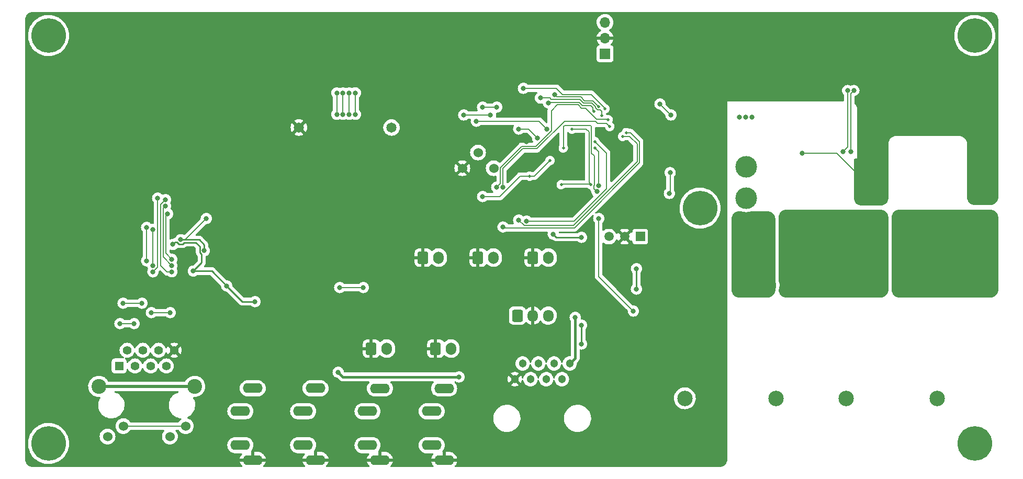
<source format=gbr>
%TF.GenerationSoftware,KiCad,Pcbnew,6.0.2+dfsg-1*%
%TF.CreationDate,2022-12-03T14:35:54-05:00*%
%TF.ProjectId,dragon-lair-fully-integrated,64726167-6f6e-42d6-9c61-69722d66756c,rev?*%
%TF.SameCoordinates,Original*%
%TF.FileFunction,Copper,L2,Bot*%
%TF.FilePolarity,Positive*%
%FSLAX46Y46*%
G04 Gerber Fmt 4.6, Leading zero omitted, Abs format (unit mm)*
G04 Created by KiCad (PCBNEW 6.0.2+dfsg-1) date 2022-12-03 14:35:54*
%MOMM*%
%LPD*%
G01*
G04 APERTURE LIST*
G04 Aperture macros list*
%AMRoundRect*
0 Rectangle with rounded corners*
0 $1 Rounding radius*
0 $2 $3 $4 $5 $6 $7 $8 $9 X,Y pos of 4 corners*
0 Add a 4 corners polygon primitive as box body*
4,1,4,$2,$3,$4,$5,$6,$7,$8,$9,$2,$3,0*
0 Add four circle primitives for the rounded corners*
1,1,$1+$1,$2,$3*
1,1,$1+$1,$4,$5*
1,1,$1+$1,$6,$7*
1,1,$1+$1,$8,$9*
0 Add four rect primitives between the rounded corners*
20,1,$1+$1,$2,$3,$4,$5,0*
20,1,$1+$1,$4,$5,$6,$7,0*
20,1,$1+$1,$6,$7,$8,$9,0*
20,1,$1+$1,$8,$9,$2,$3,0*%
G04 Aperture macros list end*
%TA.AperFunction,ComponentPad*%
%ADD10C,5.600000*%
%TD*%
%TA.AperFunction,ComponentPad*%
%ADD11R,1.700000X1.700000*%
%TD*%
%TA.AperFunction,ComponentPad*%
%ADD12O,1.700000X1.700000*%
%TD*%
%TA.AperFunction,ComponentPad*%
%ADD13RoundRect,0.250000X-0.600000X-0.750000X0.600000X-0.750000X0.600000X0.750000X-0.600000X0.750000X0*%
%TD*%
%TA.AperFunction,ComponentPad*%
%ADD14O,1.700000X2.000000*%
%TD*%
%TA.AperFunction,ComponentPad*%
%ADD15O,3.200000X1.600000*%
%TD*%
%TA.AperFunction,ComponentPad*%
%ADD16C,1.524000*%
%TD*%
%TA.AperFunction,ComponentPad*%
%ADD17C,2.500000*%
%TD*%
%TA.AperFunction,ComponentPad*%
%ADD18O,7.000000X3.000000*%
%TD*%
%TA.AperFunction,ComponentPad*%
%ADD19RoundRect,0.250000X-0.600000X-0.725000X0.600000X-0.725000X0.600000X0.725000X-0.600000X0.725000X0*%
%TD*%
%TA.AperFunction,ComponentPad*%
%ADD20O,1.700000X1.950000*%
%TD*%
%TA.AperFunction,ComponentPad*%
%ADD21C,1.651000*%
%TD*%
%TA.AperFunction,ComponentPad*%
%ADD22R,1.408000X1.408000*%
%TD*%
%TA.AperFunction,ComponentPad*%
%ADD23C,1.408000*%
%TD*%
%TA.AperFunction,ComponentPad*%
%ADD24C,1.530000*%
%TD*%
%TA.AperFunction,ComponentPad*%
%ADD25C,2.400000*%
%TD*%
%TA.AperFunction,ComponentPad*%
%ADD26R,1.508000X1.508000*%
%TD*%
%TA.AperFunction,ComponentPad*%
%ADD27C,1.508000*%
%TD*%
%TA.AperFunction,ComponentPad*%
%ADD28C,3.500000*%
%TD*%
%TA.AperFunction,ComponentPad*%
%ADD29C,1.303000*%
%TD*%
%TA.AperFunction,ViaPad*%
%ADD30C,0.800000*%
%TD*%
%TA.AperFunction,ViaPad*%
%ADD31C,0.500000*%
%TD*%
%TA.AperFunction,Conductor*%
%ADD32C,0.200000*%
%TD*%
%TA.AperFunction,Conductor*%
%ADD33C,0.250000*%
%TD*%
%TA.AperFunction,Conductor*%
%ADD34C,0.500000*%
%TD*%
%TA.AperFunction,Conductor*%
%ADD35C,0.400000*%
%TD*%
G04 APERTURE END LIST*
D10*
%TO.P,H2,1,1*%
%TO.N,unconnected-(H2-Pad1)*%
X60960000Y-111760000D03*
%TD*%
D11*
%TO.P,J1,1,Pin_1*%
%TO.N,SWCLK*%
X151003000Y-48649000D03*
D12*
%TO.P,J1,2,Pin_2*%
%TO.N,GND*%
X151003000Y-46109000D03*
%TO.P,J1,3,Pin_3*%
%TO.N,SWDIO*%
X151003000Y-43569000D03*
%TD*%
D13*
%TO.P,J11,1,Pin_1*%
%TO.N,GND*%
X121559000Y-81667000D03*
D14*
%TO.P,J11,2,Pin_2*%
%TO.N,CLOSE*%
X124059000Y-81667000D03*
%TD*%
D15*
%TO.P,J5,1*%
%TO.N,GND*%
X94006500Y-114427000D03*
%TO.P,J5,2*%
%TO.N,Net-(J5-Pad2)*%
X92006500Y-112027000D03*
%TO.P,J5,3*%
%TO.N,Net-(J5-Pad3)*%
X92006500Y-106527000D03*
%TO.P,J5,4*%
X94006500Y-102827000D03*
%TD*%
D16*
%TO.P,RV1,1,1*%
%TO.N,ADC_REF*%
X132992500Y-67190000D03*
%TO.P,RV1,2,2*%
%TO.N,MAX_SPEED*%
X130452500Y-64650000D03*
%TO.P,RV1,3,3*%
%TO.N,GND*%
X127912500Y-67190000D03*
%TD*%
D13*
%TO.P,J13,1,Pin_1*%
%TO.N,GND*%
X130449000Y-81667000D03*
D14*
%TO.P,J13,2,Pin_2*%
%TO.N,ABORT*%
X132949000Y-81667000D03*
%TD*%
D17*
%TO.P,J2,*%
%TO.N,*%
X163917000Y-104454000D03*
X178649000Y-104454000D03*
D18*
%TO.P,J2,1,+*%
%TO.N,12V_UNFUSED*%
X175220000Y-86166000D03*
%TO.P,J2,2,-*%
%TO.N,GND*%
X167219000Y-86166000D03*
%TD*%
D10*
%TO.P,H5,1,1*%
%TO.N,unconnected-(H5-Pad1)*%
X166370000Y-73660000D03*
%TD*%
D19*
%TO.P,J8,1,Pin_1*%
%TO.N,TOGGLE_OPEN*%
X136819000Y-91065000D03*
D20*
%TO.P,J8,2,Pin_2*%
%TO.N,GND*%
X139319000Y-91065000D03*
%TO.P,J8,3,Pin_3*%
%TO.N,TOGGLE_CLOSE*%
X141819000Y-91065000D03*
%TD*%
D13*
%TO.P,J12,1,Pin_1*%
%TO.N,GND*%
X139339000Y-81667000D03*
D14*
%TO.P,J12,2,Pin_2*%
%TO.N,OPEN*%
X141839000Y-81667000D03*
%TD*%
D15*
%TO.P,J7,1*%
%TO.N,GND*%
X104166500Y-114427000D03*
%TO.P,J7,2*%
%TO.N,Net-(J7-Pad2)*%
X102166500Y-112027000D03*
%TO.P,J7,3*%
%TO.N,Net-(J7-Pad3)*%
X102166500Y-106527000D03*
%TO.P,J7,4*%
X104166500Y-102827000D03*
%TD*%
D13*
%TO.P,J9,1,Pin_1*%
%TO.N,GND*%
X113177000Y-96399000D03*
D14*
%TO.P,J9,2,Pin_2*%
%TO.N,CLOSE_LIMIT*%
X115677000Y-96399000D03*
%TD*%
D13*
%TO.P,J10,1,Pin_1*%
%TO.N,GND*%
X123591000Y-96399000D03*
D14*
%TO.P,J10,2,Pin_2*%
%TO.N,OPEN_LIMIT*%
X126091000Y-96399000D03*
%TD*%
D15*
%TO.P,J6,1*%
%TO.N,GND*%
X114580500Y-114440000D03*
%TO.P,J6,2*%
%TO.N,CLOSE_LIMIT*%
X112580500Y-112040000D03*
%TO.P,J6,3*%
%TO.N,unconnected-(J6-Pad3)*%
X112580500Y-106540000D03*
%TO.P,J6,4*%
%TO.N,unconnected-(J6-Pad4)*%
X114580500Y-102840000D03*
%TD*%
D21*
%TO.P,BZ1,1,-*%
%TO.N,Net-(BZ1-Pad1)*%
X116459000Y-60602000D03*
%TO.P,BZ1,2,+*%
%TO.N,GND*%
X101459000Y-60602000D03*
%TD*%
D10*
%TO.P,H1,1,1*%
%TO.N,unconnected-(H1-Pad1)*%
X60960000Y-45720000D03*
%TD*%
D22*
%TO.P,P2,1*%
%TO.N,Net-(P2-Pad1)*%
X72390000Y-99210000D03*
D23*
%TO.P,P2,2*%
%TO.N,Net-(C20-Pad1)*%
X73660000Y-96670000D03*
%TO.P,P2,3*%
%TO.N,Net-(P2-Pad3)*%
X74930000Y-99210000D03*
%TO.P,P2,4*%
%TO.N,Net-(C21-Pad1)*%
X76200000Y-96670000D03*
%TO.P,P2,5*%
%TO.N,Net-(C23-Pad1)*%
X77470000Y-99210000D03*
%TO.P,P2,6*%
%TO.N,Net-(C22-Pad1)*%
X78740000Y-96670000D03*
%TO.P,P2,7*%
%TO.N,unconnected-(P2-Pad7)*%
X80010000Y-99210000D03*
%TO.P,P2,8*%
%TO.N,GND*%
X81280000Y-96670000D03*
D24*
%TO.P,P2,9*%
%TO.N,Net-(P2-Pad9)*%
X70510000Y-110640000D03*
%TO.P,P2,10*%
%TO.N,+3V3*%
X73077000Y-108940000D03*
%TO.P,P2,11*%
%TO.N,Net-(P2-Pad11)*%
X80593000Y-110640000D03*
%TO.P,P2,12*%
%TO.N,+3V3*%
X83160000Y-108940000D03*
D25*
%TO.P,P2,SH*%
%TO.N,GNDPWR*%
X69085000Y-102510000D03*
X84585000Y-102510000D03*
%TD*%
D26*
%TO.P,PS1,1,+VIN*%
%TO.N,Net-(D2-Pad1)*%
X156697500Y-78271750D03*
D27*
%TO.P,PS1,2,GND/-VOUT*%
%TO.N,GND*%
X154157500Y-78271750D03*
%TO.P,PS1,3,+VOUT/GND*%
%TO.N,Net-(D3-Pad2)*%
X151617500Y-78271750D03*
%TD*%
D17*
%TO.P,J3,*%
%TO.N,*%
X190002800Y-104448000D03*
X204734800Y-104448000D03*
D18*
%TO.P,J3,1,+*%
%TO.N,MOTOR_A*%
X201305800Y-86160000D03*
%TO.P,J3,2,-*%
%TO.N,MOTOR_B*%
X193304800Y-86160000D03*
%TD*%
D28*
%TO.P,F1,1*%
%TO.N,12V_UNFUSED*%
X173863000Y-81172000D03*
X173863000Y-76092000D03*
%TO.P,F1,2*%
%TO.N,+12V*%
X173863000Y-66952000D03*
X173863000Y-72032000D03*
%TD*%
D10*
%TO.P,H3,1,1*%
%TO.N,unconnected-(H3-Pad1)*%
X210820000Y-45720000D03*
%TD*%
D15*
%TO.P,J4,1*%
%TO.N,GND*%
X124968000Y-114450000D03*
%TO.P,J4,2*%
%TO.N,OPEN_LIMIT*%
X122968000Y-112050000D03*
%TO.P,J4,3*%
%TO.N,unconnected-(J4-Pad3)*%
X122968000Y-106550000D03*
%TO.P,J4,4*%
%TO.N,unconnected-(J4-Pad4)*%
X124968000Y-102850000D03*
%TD*%
D10*
%TO.P,H4,1,1*%
%TO.N,unconnected-(H4-Pad1)*%
X210820000Y-111760000D03*
%TD*%
D29*
%TO.P,J14,1,1*%
%TO.N,GND*%
X136398000Y-101346000D03*
%TO.P,J14,2,2*%
%TO.N,ABORT*%
X137668000Y-98806000D03*
%TO.P,J14,3,3*%
%TO.N,TOGGLE_OPEN*%
X138938000Y-101346000D03*
%TO.P,J14,4,4*%
%TO.N,TOGGLE_CLOSE*%
X140208000Y-98806000D03*
%TO.P,J14,5,5*%
%TO.N,CLOSE*%
X141478000Y-101346000D03*
%TO.P,J14,6,6*%
%TO.N,OPEN*%
X142748000Y-98806000D03*
%TO.P,J14,7,7*%
%TO.N,+12V*%
X144018000Y-101346000D03*
%TO.P,J14,8,8*%
X145288000Y-98806000D03*
%TD*%
D30*
%TO.N,GND*%
X101727000Y-97432000D03*
X91567000Y-78382000D03*
X193040000Y-67818000D03*
X211328000Y-69697600D03*
X157099000Y-47394000D03*
X138303000Y-62888000D03*
X85471000Y-106322000D03*
X211328000Y-70713600D03*
X154305000Y-90320000D03*
X169672000Y-58928000D03*
X140081000Y-65682000D03*
X177673000Y-46609000D03*
X145669000Y-64412000D03*
X162941000Y-65174000D03*
X82423000Y-82446000D03*
X157861000Y-64158000D03*
X211328000Y-71729600D03*
X147193000Y-53998000D03*
X65405000Y-98448000D03*
X190246000Y-47498000D03*
X83715000Y-81176000D03*
X146177000Y-47394000D03*
X146685000Y-62380000D03*
X145669000Y-63396000D03*
X83693000Y-82446000D03*
X177673000Y-50038000D03*
X150105500Y-53271000D03*
X146685000Y-63396000D03*
X147447000Y-88034000D03*
X177800000Y-52451000D03*
X145669000Y-62380000D03*
X71501000Y-91336000D03*
X193040000Y-71882000D03*
X167640000Y-58928000D03*
X182880000Y-64770000D03*
X146177000Y-71778000D03*
X151892000Y-113284000D03*
D31*
X152527000Y-66190000D03*
D30*
X152273000Y-54991000D03*
X75057000Y-79144000D03*
X202692000Y-61214000D03*
X63373000Y-98448000D03*
X168656000Y-58928000D03*
X211328000Y-68681600D03*
X193040000Y-69850000D03*
X146685000Y-64412000D03*
X193040000Y-68834000D03*
X73293000Y-81956000D03*
D31*
X80222500Y-93368000D03*
D30*
X82423000Y-81176000D03*
D31*
X152654000Y-62634000D03*
D30*
X144145000Y-71778000D03*
X211328000Y-67665600D03*
X64389000Y-98448000D03*
X193040000Y-70866000D03*
%TO.N,+3V3*%
X108077000Y-86510000D03*
X111887000Y-86510000D03*
D31*
X149355199Y-63895405D03*
D30*
X156083000Y-86764000D03*
X131191000Y-71778000D03*
X156083000Y-83462000D03*
X161417000Y-71270000D03*
X89789000Y-86256000D03*
X84385000Y-83843000D03*
D31*
X142113000Y-65936000D03*
D30*
X161535500Y-67910000D03*
X149987000Y-70000000D03*
X81083000Y-79525000D03*
D31*
X138811000Y-68476000D03*
D30*
X94361000Y-88796000D03*
D31*
%TO.N,+1V1*%
X143915806Y-69850000D03*
X145669000Y-60856000D03*
X148702415Y-69845256D03*
D30*
%TO.N,+12V*%
X174752000Y-58928000D03*
X173736000Y-58928000D03*
X127381000Y-100988000D03*
X146177000Y-91336000D03*
X172720000Y-58928000D03*
X107823000Y-100226000D03*
%TO.N,MOTOR_A*%
X203835000Y-80010000D03*
X208915000Y-82550000D03*
X202565000Y-78740000D03*
X206375000Y-74930000D03*
X203835000Y-78740000D03*
X210185000Y-78740000D03*
X202565000Y-80010000D03*
X205105000Y-78740000D03*
X203835000Y-74930000D03*
X205105000Y-77470000D03*
X203835000Y-82550000D03*
X203835000Y-76200000D03*
X205105000Y-81280000D03*
X202565000Y-82550000D03*
X206375000Y-76200000D03*
X208915000Y-81280000D03*
X207645000Y-74930000D03*
X207645000Y-82550000D03*
X202565000Y-77470000D03*
X210185000Y-80010000D03*
X202565000Y-81280000D03*
X210185000Y-77470000D03*
X205105000Y-82550000D03*
X210185000Y-74930000D03*
X210185000Y-82550000D03*
X202565000Y-76200000D03*
X206375000Y-77470000D03*
X203835000Y-77470000D03*
X208915000Y-77470000D03*
X208915000Y-78740000D03*
X205105000Y-74930000D03*
X208915000Y-76200000D03*
X206375000Y-78740000D03*
X210185000Y-81280000D03*
X207645000Y-77470000D03*
X206375000Y-82550000D03*
X202565000Y-74930000D03*
X208915000Y-74930000D03*
X206375000Y-80010000D03*
X207645000Y-80010000D03*
X207645000Y-78740000D03*
X205105000Y-76200000D03*
X210185000Y-76200000D03*
X207645000Y-76200000D03*
X206375000Y-81280000D03*
X207645000Y-81280000D03*
X203835000Y-81280000D03*
X208915000Y-80010000D03*
X205105000Y-80010000D03*
%TO.N,MOTOR_B*%
X191770000Y-78740000D03*
X184150000Y-82550000D03*
X187960000Y-78740000D03*
X186690000Y-76200000D03*
X189230000Y-77470000D03*
X191770000Y-74930000D03*
X184150000Y-77470000D03*
X189230000Y-80010000D03*
X185420000Y-81280000D03*
X184150000Y-81280000D03*
X187960000Y-81280000D03*
X190500000Y-76200000D03*
X190500000Y-74930000D03*
X186690000Y-80010000D03*
X191770000Y-81280000D03*
X187960000Y-76200000D03*
X189230000Y-74930000D03*
X185420000Y-82550000D03*
X186690000Y-82550000D03*
X187960000Y-82550000D03*
X184150000Y-74930000D03*
X186690000Y-77470000D03*
X187960000Y-74930000D03*
X190500000Y-81280000D03*
X191770000Y-82550000D03*
X185420000Y-76200000D03*
X189230000Y-82550000D03*
X185420000Y-77470000D03*
X187960000Y-77470000D03*
X190500000Y-82550000D03*
X189230000Y-76200000D03*
X189230000Y-81280000D03*
X191770000Y-80010000D03*
X189230000Y-78740000D03*
X186690000Y-78740000D03*
X190500000Y-78740000D03*
X184150000Y-76200000D03*
X187960000Y-80010000D03*
X186690000Y-81280000D03*
X185420000Y-78740000D03*
X191770000Y-77470000D03*
X190500000Y-80010000D03*
X186690000Y-74930000D03*
X184150000Y-78740000D03*
X191770000Y-76200000D03*
X185420000Y-74930000D03*
X185420000Y-80010000D03*
X190500000Y-77470000D03*
X184150000Y-80010000D03*
D31*
%TO.N,GPIO7*%
X149396006Y-62929500D03*
D30*
X138303000Y-75758980D03*
D31*
%TO.N,GPIO8*%
X153836961Y-62050686D03*
D30*
X137033000Y-75588000D03*
%TO.N,GPIO9*%
X134493000Y-76708000D03*
D31*
X154432000Y-61430500D03*
%TO.N,GPIO10*%
X151779139Y-60452000D03*
D30*
X134493000Y-70254000D03*
D31*
%TO.N,GPIO11*%
X151511000Y-59332000D03*
D30*
X133477000Y-70254000D03*
%TO.N,GPIO12*%
X109601000Y-58473100D03*
D31*
X151003000Y-57554000D03*
D30*
X109601000Y-55014000D03*
X137795000Y-54252000D03*
%TO.N,GPIO13*%
X110600503Y-58473100D03*
X110603622Y-55000622D03*
X140543173Y-55821827D03*
D31*
X150453500Y-58689444D03*
D30*
%TO.N,GPIO14*%
X142840500Y-55268000D03*
X107601994Y-55014000D03*
X107601994Y-58473100D03*
D31*
X149987000Y-57210500D03*
%TO.N,GPIO15*%
X149233881Y-58011620D03*
D30*
X108601497Y-58473100D03*
X108601497Y-55014000D03*
X141859000Y-56600489D03*
D31*
%TO.N,GPIO29{slash}ADC3*%
X144253011Y-63904000D03*
D30*
X155575000Y-90320000D03*
X149672947Y-70948881D03*
X149987000Y-75334000D03*
%TO.N,IN_B*%
X190754000Y-64516000D03*
X191262000Y-54610000D03*
%TO.N,INH_B*%
X189498219Y-64488486D03*
X190246000Y-54610000D03*
%TO.N,GPIO24*%
X142621000Y-77874000D03*
X147193000Y-78382000D03*
X147193000Y-95654000D03*
X147193000Y-92606000D03*
%TO.N,Net-(R6-Pad2)*%
X159893000Y-56792000D03*
X161671000Y-58570000D03*
%TO.N,+3.3VA*%
X82353000Y-78763000D03*
X72517000Y-92352000D03*
X86163000Y-80541000D03*
X86487000Y-75334000D03*
X74803000Y-92352000D03*
%TO.N,GPIO20*%
X79883000Y-72286000D03*
X80899000Y-83953503D03*
%TO.N,GPIO21*%
X77851000Y-83970000D03*
X137033000Y-60856000D03*
X140081000Y-62279500D03*
X78613000Y-72032000D03*
%TO.N,Net-(R20-Pad2)*%
X76073000Y-89050000D03*
X73025000Y-89050000D03*
%TO.N,Net-(R22-Pad2)*%
X77597000Y-90574000D03*
X80645000Y-90574000D03*
%TO.N,GPIO16*%
X131191000Y-57300000D03*
X77866374Y-77097125D03*
X77851000Y-82954000D03*
X133477000Y-57300000D03*
%TO.N,GPIO17*%
X76835000Y-76774981D03*
X76835000Y-82192000D03*
%TO.N,GPIO18*%
X132461000Y-58570000D03*
X128143000Y-58570000D03*
X80220020Y-74572000D03*
X80899000Y-81938000D03*
%TO.N,GPIO19*%
X79883000Y-73302000D03*
X130175000Y-59586000D03*
X141605000Y-60856000D03*
X80899000Y-82954000D03*
%TD*%
D32*
%TO.N,GPIO9*%
X134493000Y-76708000D02*
X134643000Y-76858000D01*
X146037012Y-76858000D02*
X156591000Y-66304012D01*
X134643000Y-76858000D02*
X146037012Y-76858000D01*
X156591000Y-66304012D02*
X156591000Y-62872873D01*
X156591000Y-62872873D02*
X155148627Y-61430500D01*
X155148627Y-61430500D02*
X154432000Y-61430500D01*
%TO.N,+1V1*%
X143915806Y-69850000D02*
X144019806Y-69746000D01*
X144019806Y-69746000D02*
X148603159Y-69746000D01*
X148603159Y-69746000D02*
X148702415Y-69845256D01*
X148702415Y-69845256D02*
X148406168Y-69549009D01*
X148406168Y-69549009D02*
X148406168Y-61307168D01*
X147955000Y-60856000D02*
X145669000Y-60856000D01*
X148406168Y-61307168D02*
X147955000Y-60856000D01*
%TO.N,GPIO8*%
X153836961Y-62050686D02*
X154991686Y-62050686D01*
X137903480Y-76458480D02*
X137033000Y-75588000D01*
X154991686Y-62050686D02*
X156191480Y-63250480D01*
X145871526Y-76458480D02*
X137903480Y-76458480D01*
X156191480Y-63250480D02*
X156191480Y-66138526D01*
X156191480Y-66138526D02*
X145871526Y-76458480D01*
%TO.N,GPIO11*%
X133477000Y-70254000D02*
X134054011Y-69676989D01*
X134054011Y-69676989D02*
X134054011Y-67136989D01*
X142304511Y-61145748D02*
X142304511Y-57870489D01*
X134054011Y-67136989D02*
X137541000Y-63650000D01*
X143237480Y-56937520D02*
X146659502Y-56937520D01*
X146659502Y-56937520D02*
X147204541Y-57482559D01*
X137541000Y-63650000D02*
X139800259Y-63650000D01*
X147883559Y-57482559D02*
X149639955Y-59238955D01*
X139800259Y-63650000D02*
X142304511Y-61145748D01*
X149639955Y-59238955D02*
X151417955Y-59238955D01*
X151417955Y-59238955D02*
X151511000Y-59332000D01*
X142304511Y-57870489D02*
X143237480Y-56937520D01*
X147204541Y-57482559D02*
X147883559Y-57482559D01*
%TO.N,GPIO10*%
X151779139Y-60452000D02*
X151271139Y-59944000D01*
X151271139Y-59944000D02*
X149779994Y-59944000D01*
X149779994Y-59944000D02*
X149421994Y-59586000D01*
X149421994Y-59586000D02*
X144429265Y-59586000D01*
X144429265Y-59586000D02*
X139965745Y-64049520D01*
X139965745Y-64049520D02*
X137706486Y-64049520D01*
X137706486Y-64049520D02*
X134493000Y-67263006D01*
X134493000Y-67263006D02*
X134493000Y-70254000D01*
%TO.N,GND*%
X182880000Y-64770000D02*
X188468000Y-64770000D01*
X191516000Y-67818000D02*
X193040000Y-67818000D01*
X188468000Y-64770000D02*
X191516000Y-67818000D01*
D33*
%TO.N,+3V3*%
X156083000Y-86764000D02*
X156083000Y-83462000D01*
X81083000Y-79525000D02*
X81464000Y-79144000D01*
X92329000Y-88796000D02*
X94361000Y-88796000D01*
X85725000Y-82503000D02*
X84385000Y-83843000D01*
X81709386Y-79144000D02*
X82052897Y-79487511D01*
D32*
X139573000Y-68476000D02*
X138811000Y-68476000D01*
X131191000Y-71778000D02*
X133985000Y-71778000D01*
D33*
X87376000Y-83843000D02*
X89789000Y-86256000D01*
X81464000Y-79144000D02*
X81709386Y-79144000D01*
X85438489Y-79873489D02*
X85438489Y-80841103D01*
X89789000Y-86256000D02*
X92329000Y-88796000D01*
X85438489Y-80841103D02*
X85725000Y-81127614D01*
X85725000Y-81127614D02*
X85725000Y-82503000D01*
X82653103Y-79487511D02*
X82928094Y-79212520D01*
D32*
X142113000Y-65936000D02*
X139573000Y-68476000D01*
D33*
X84777520Y-79212520D02*
X85438489Y-79873489D01*
D32*
X161417000Y-71270000D02*
X161535500Y-71151500D01*
X137287000Y-68476000D02*
X138811000Y-68476000D01*
X161535500Y-71151500D02*
X161535500Y-67910000D01*
X108077000Y-86510000D02*
X111887000Y-86510000D01*
D33*
X82052897Y-79487511D02*
X82653103Y-79487511D01*
X82928094Y-79212520D02*
X84777520Y-79212520D01*
D32*
X83160000Y-108940000D02*
X73077000Y-108940000D01*
X133985000Y-71778000D02*
X137287000Y-68476000D01*
X149355199Y-63895405D02*
X149987000Y-64527206D01*
D33*
X84385000Y-83843000D02*
X87376000Y-83843000D01*
D32*
X149987000Y-64527206D02*
X149987000Y-70000000D01*
D34*
%TO.N,GNDPWR*%
X69085000Y-102510000D02*
X84585000Y-102510000D01*
D35*
%TO.N,+12V*%
X108585000Y-100988000D02*
X107823000Y-100226000D01*
X146177000Y-91336000D02*
X146177000Y-97917000D01*
X146177000Y-97917000D02*
X145288000Y-98806000D01*
X127381000Y-100988000D02*
X108585000Y-100988000D01*
D32*
%TO.N,GPIO7*%
X151257000Y-70508000D02*
X146006020Y-75758980D01*
X149396006Y-62929500D02*
X151257000Y-64790494D01*
X151257000Y-64790494D02*
X151257000Y-70508000D01*
X146006020Y-75758980D02*
X138303000Y-75758980D01*
%TO.N,GPIO12*%
X151003011Y-57553989D02*
X151003011Y-57449384D01*
X151003011Y-57449384D02*
X148805118Y-55251491D01*
X148805118Y-55251491D02*
X144128491Y-55251491D01*
X151003000Y-57554000D02*
X151003011Y-57553989D01*
X143129000Y-54252000D02*
X137795000Y-54252000D01*
X109601000Y-58473100D02*
X109601000Y-55014000D01*
X144128491Y-55251491D02*
X143129000Y-54252000D01*
%TO.N,GPIO13*%
X110603622Y-55000622D02*
X110603622Y-58469981D01*
X146902525Y-56050531D02*
X142298301Y-56050531D01*
X150453500Y-58020500D02*
X150193011Y-57760011D01*
X142298301Y-56050531D02*
X142069597Y-55821827D01*
X148895014Y-56683520D02*
X147535513Y-56683519D01*
X110603622Y-58469981D02*
X110600503Y-58473100D01*
X150453500Y-58689444D02*
X150453500Y-58020500D01*
X149437489Y-57225995D02*
X148895014Y-56683520D01*
X142069597Y-55821827D02*
X140543173Y-55821827D01*
X149759384Y-57760011D02*
X149437489Y-57438116D01*
X147535513Y-56683519D02*
X146902525Y-56050531D01*
X149437489Y-57438116D02*
X149437489Y-57225995D01*
X150193011Y-57760011D02*
X149759384Y-57760011D01*
%TO.N,GPIO14*%
X147701000Y-56284000D02*
X147068011Y-55651011D01*
X143223511Y-55651011D02*
X142840500Y-55268000D01*
X149987000Y-57210500D02*
X149060500Y-56284000D01*
X107601994Y-55014000D02*
X107601994Y-58473100D01*
X149060500Y-56284000D02*
X147701000Y-56284000D01*
X147068011Y-55651011D02*
X143223511Y-55651011D01*
%TO.N,GPIO15*%
X148697033Y-57083039D02*
X149037969Y-57423975D01*
X149037969Y-57423975D02*
X149037969Y-57815708D01*
X147370027Y-57083039D02*
X148697033Y-57083039D01*
X141859000Y-56600489D02*
X141921489Y-56538000D01*
X146824988Y-56538000D02*
X147370027Y-57083039D01*
X108601497Y-55014000D02*
X108601497Y-58473100D01*
X149037969Y-57815708D02*
X149233881Y-58011620D01*
X141921489Y-56538000D02*
X146824988Y-56538000D01*
%TO.N,GPIO29{slash}ADC3*%
X149225000Y-70015127D02*
X149266511Y-69973616D01*
X149672947Y-70948881D02*
X149225000Y-70500934D01*
X149266511Y-65215511D02*
X148805688Y-64754688D01*
X149987000Y-84732000D02*
X149987000Y-75334000D01*
X149266511Y-69973616D02*
X149266511Y-65215511D01*
X144253011Y-60493989D02*
X144253011Y-63904000D01*
X148675489Y-60306489D02*
X144440511Y-60306489D01*
X148805688Y-64754688D02*
X148805688Y-60436688D01*
X148805688Y-60436688D02*
X148675489Y-60306489D01*
X149225000Y-70500934D02*
X149225000Y-70015127D01*
X144440511Y-60306489D02*
X144253011Y-60493989D01*
X155575000Y-90320000D02*
X149987000Y-84732000D01*
%TO.N,IN_B*%
X190754000Y-55118000D02*
X190754000Y-64516000D01*
X191262000Y-54610000D02*
X190754000Y-55118000D01*
%TO.N,INH_B*%
X190246000Y-54610000D02*
X190246000Y-63740705D01*
X190246000Y-63740705D02*
X189498219Y-64488486D01*
D33*
%TO.N,GPIO24*%
X143129000Y-78382000D02*
X142621000Y-77874000D01*
X147193000Y-95654000D02*
X147193000Y-92606000D01*
X147193000Y-78382000D02*
X143129000Y-78382000D01*
D32*
%TO.N,Net-(R6-Pad2)*%
X159893000Y-56792000D02*
X161671000Y-58570000D01*
%TO.N,+3.3VA*%
X86487000Y-75334000D02*
X83058000Y-78763000D01*
D33*
X85344000Y-78763000D02*
X86163000Y-79582000D01*
D32*
X83058000Y-78763000D02*
X82353000Y-78763000D01*
D33*
X86163000Y-79582000D02*
X86163000Y-80541000D01*
X82353000Y-78763000D02*
X85344000Y-78763000D01*
D32*
X72517000Y-92352000D02*
X74803000Y-92352000D01*
%TO.N,GPIO20*%
X79121000Y-73048000D02*
X79121000Y-82954000D01*
X80120503Y-83953503D02*
X80899000Y-83953503D01*
X79121000Y-82954000D02*
X80120503Y-83953503D01*
X79883000Y-72286000D02*
X79121000Y-73048000D01*
%TO.N,GPIO21*%
X78613000Y-83208000D02*
X77851000Y-83970000D01*
X137033000Y-60856000D02*
X138657500Y-60856000D01*
X78613000Y-72032000D02*
X78613000Y-83208000D01*
X138657500Y-60856000D02*
X140081000Y-62279500D01*
%TO.N,Net-(R20-Pad2)*%
X73025000Y-89050000D02*
X76073000Y-89050000D01*
%TO.N,Net-(R22-Pad2)*%
X77597000Y-90574000D02*
X80645000Y-90574000D01*
%TO.N,GPIO16*%
X77851000Y-77112499D02*
X77851000Y-82954000D01*
X77866374Y-77097125D02*
X77851000Y-77112499D01*
X131191000Y-57300000D02*
X133477000Y-57300000D01*
%TO.N,GPIO17*%
X76835000Y-76774981D02*
X76835000Y-82192000D01*
%TO.N,GPIO18*%
X79920040Y-80959040D02*
X80899000Y-81938000D01*
X79920040Y-74871980D02*
X79920040Y-80959040D01*
X128143000Y-58570000D02*
X132461000Y-58570000D01*
X80220020Y-74572000D02*
X79920040Y-74871980D01*
%TO.N,GPIO19*%
X79520520Y-81575520D02*
X80899000Y-82954000D01*
X79520520Y-73664480D02*
X79520520Y-81575520D01*
X130175000Y-59586000D02*
X140335000Y-59586000D01*
X140335000Y-59586000D02*
X141605000Y-60856000D01*
X79883000Y-73302000D02*
X79520520Y-73664480D01*
%TD*%
%TA.AperFunction,Conductor*%
%TO.N,GND*%
G36*
X214630000Y-71876493D02*
G01*
X214629521Y-71887474D01*
X214611667Y-72091552D01*
X214607853Y-72113182D01*
X214556263Y-72305718D01*
X214548751Y-72326357D01*
X214464508Y-72507015D01*
X214453532Y-72526026D01*
X214354478Y-72667489D01*
X214339196Y-72689314D01*
X214325078Y-72706138D01*
X214184138Y-72847078D01*
X214167314Y-72861196D01*
X214004026Y-72975532D01*
X213985015Y-72986508D01*
X213827193Y-73060102D01*
X213804357Y-73070751D01*
X213783717Y-73078263D01*
X213591178Y-73129854D01*
X213569555Y-73133666D01*
X213413516Y-73147318D01*
X213365474Y-73151521D01*
X213354493Y-73152000D01*
X210825507Y-73152000D01*
X210814526Y-73151521D01*
X210766484Y-73147318D01*
X210610445Y-73133666D01*
X210588822Y-73129854D01*
X210396283Y-73078263D01*
X210375643Y-73070751D01*
X210352807Y-73060102D01*
X210194985Y-72986508D01*
X210175974Y-72975532D01*
X210012686Y-72861196D01*
X209995862Y-72847078D01*
X209854922Y-72706138D01*
X209840804Y-72689314D01*
X209825522Y-72667489D01*
X209726468Y-72526026D01*
X209715492Y-72507015D01*
X209631249Y-72326357D01*
X209623737Y-72305718D01*
X209572147Y-72113182D01*
X209568333Y-72091552D01*
X209550479Y-71887474D01*
X209550000Y-71876493D01*
X209550000Y-65633600D01*
X214630000Y-65633600D01*
X214630000Y-71876493D01*
G37*
%TD.AperFunction*%
%TD*%
%TA.AperFunction,Conductor*%
%TO.N,12V_UNFUSED*%
G36*
X173148946Y-74174687D02*
G01*
X173273289Y-74216896D01*
X173273298Y-74216898D01*
X173277203Y-74218224D01*
X173281247Y-74219028D01*
X173281253Y-74219030D01*
X173563535Y-74275180D01*
X173563541Y-74275181D01*
X173567574Y-74275983D01*
X173571679Y-74276252D01*
X173571686Y-74276253D01*
X173858881Y-74295076D01*
X173863000Y-74295346D01*
X173867119Y-74295076D01*
X174154314Y-74276253D01*
X174154321Y-74276252D01*
X174158426Y-74275983D01*
X174162459Y-74275181D01*
X174162465Y-74275180D01*
X174444747Y-74219030D01*
X174444753Y-74219028D01*
X174448797Y-74218224D01*
X174452702Y-74216898D01*
X174452711Y-74216896D01*
X174577054Y-74174687D01*
X174617555Y-74168000D01*
X177286493Y-74168000D01*
X177297474Y-74168479D01*
X177345516Y-74172682D01*
X177501555Y-74186334D01*
X177523178Y-74190146D01*
X177673625Y-74230458D01*
X177715718Y-74241737D01*
X177736358Y-74249249D01*
X177917015Y-74333492D01*
X177936026Y-74344468D01*
X178077489Y-74443522D01*
X178099314Y-74458804D01*
X178116138Y-74472922D01*
X178257078Y-74613862D01*
X178271196Y-74630686D01*
X178385532Y-74793974D01*
X178396508Y-74812985D01*
X178470102Y-74970807D01*
X178480751Y-74993643D01*
X178488263Y-75014282D01*
X178539853Y-75206818D01*
X178543667Y-75228448D01*
X178561521Y-75432526D01*
X178562000Y-75443507D01*
X178562000Y-86862493D01*
X178561521Y-86873474D01*
X178543667Y-87077552D01*
X178539853Y-87099182D01*
X178488263Y-87291718D01*
X178480751Y-87312357D01*
X178396508Y-87493015D01*
X178385532Y-87512026D01*
X178286478Y-87653489D01*
X178271196Y-87675314D01*
X178257078Y-87692138D01*
X178116138Y-87833078D01*
X178099314Y-87847196D01*
X177936026Y-87961532D01*
X177917015Y-87972508D01*
X177759193Y-88046102D01*
X177736357Y-88056751D01*
X177715717Y-88064263D01*
X177523178Y-88115854D01*
X177501555Y-88119666D01*
X177345516Y-88133318D01*
X177297474Y-88137521D01*
X177286493Y-88138000D01*
X172725507Y-88138000D01*
X172714526Y-88137521D01*
X172666484Y-88133318D01*
X172510445Y-88119666D01*
X172488822Y-88115854D01*
X172296283Y-88064263D01*
X172275643Y-88056751D01*
X172252807Y-88046102D01*
X172094985Y-87972508D01*
X172075974Y-87961532D01*
X171912686Y-87847196D01*
X171895862Y-87833078D01*
X171754922Y-87692138D01*
X171740804Y-87675314D01*
X171725522Y-87653489D01*
X171626468Y-87512026D01*
X171615492Y-87493015D01*
X171531249Y-87312357D01*
X171523737Y-87291718D01*
X171472147Y-87099182D01*
X171468333Y-87077552D01*
X171450479Y-86873474D01*
X171450000Y-86862493D01*
X171450000Y-75443507D01*
X171450479Y-75432526D01*
X171468333Y-75228448D01*
X171472147Y-75206818D01*
X171523737Y-75014282D01*
X171531249Y-74993643D01*
X171541898Y-74970807D01*
X171615492Y-74812985D01*
X171626468Y-74793974D01*
X171740804Y-74630686D01*
X171754922Y-74613862D01*
X171895862Y-74472922D01*
X171912686Y-74458804D01*
X171934511Y-74443522D01*
X172075974Y-74344468D01*
X172094985Y-74333492D01*
X172275642Y-74249249D01*
X172296282Y-74241737D01*
X172338375Y-74230458D01*
X172488822Y-74190146D01*
X172510445Y-74186334D01*
X172666484Y-74172682D01*
X172714526Y-74168479D01*
X172725507Y-74168000D01*
X173108445Y-74168000D01*
X173148946Y-74174687D01*
G37*
%TD.AperFunction*%
%TD*%
%TA.AperFunction,Conductor*%
%TO.N,GND*%
G36*
X196850000Y-71972093D02*
G01*
X196849521Y-71983074D01*
X196831667Y-72187152D01*
X196827853Y-72208782D01*
X196776263Y-72401318D01*
X196768751Y-72421957D01*
X196684508Y-72602615D01*
X196673532Y-72621626D01*
X196574478Y-72763089D01*
X196559196Y-72784914D01*
X196545078Y-72801738D01*
X196404138Y-72942678D01*
X196387314Y-72956796D01*
X196224026Y-73071132D01*
X196205015Y-73082108D01*
X196047193Y-73155702D01*
X196024357Y-73166351D01*
X196003717Y-73173863D01*
X195811178Y-73225454D01*
X195789555Y-73229266D01*
X195633516Y-73242918D01*
X195585474Y-73247121D01*
X195574493Y-73247600D01*
X192537507Y-73247600D01*
X192526526Y-73247121D01*
X192478484Y-73242918D01*
X192322445Y-73229266D01*
X192300822Y-73225454D01*
X192108283Y-73173863D01*
X192087643Y-73166351D01*
X192064807Y-73155702D01*
X191906985Y-73082108D01*
X191887974Y-73071132D01*
X191724686Y-72956796D01*
X191707862Y-72942678D01*
X191566922Y-72801738D01*
X191552804Y-72784914D01*
X191537522Y-72763089D01*
X191438468Y-72621626D01*
X191427492Y-72602615D01*
X191343249Y-72421957D01*
X191335737Y-72401318D01*
X191284147Y-72208782D01*
X191280333Y-72187152D01*
X191262479Y-71983074D01*
X191262000Y-71972093D01*
X191262000Y-65894011D01*
X191264421Y-65869429D01*
X191276446Y-65808978D01*
X191295260Y-65763558D01*
X191322471Y-65722834D01*
X191357234Y-65688071D01*
X191397958Y-65660860D01*
X191443378Y-65642046D01*
X191516002Y-65627600D01*
X196850000Y-65627600D01*
X196850000Y-71972093D01*
G37*
%TD.AperFunction*%
%TD*%
%TA.AperFunction,Conductor*%
%TO.N,MOTOR_B*%
G36*
X195585474Y-73914479D02*
G01*
X195633516Y-73918682D01*
X195789555Y-73932334D01*
X195811178Y-73936146D01*
X195961625Y-73976458D01*
X196003718Y-73987737D01*
X196024358Y-73995249D01*
X196205015Y-74079492D01*
X196224026Y-74090468D01*
X196365489Y-74189522D01*
X196387314Y-74204804D01*
X196404138Y-74218922D01*
X196545078Y-74359862D01*
X196559196Y-74376686D01*
X196673532Y-74539974D01*
X196684508Y-74558985D01*
X196758102Y-74716807D01*
X196768751Y-74739643D01*
X196776263Y-74760282D01*
X196827853Y-74952818D01*
X196831667Y-74974448D01*
X196849521Y-75178526D01*
X196850000Y-75189507D01*
X196850000Y-86862493D01*
X196849521Y-86873474D01*
X196831667Y-87077552D01*
X196827853Y-87099182D01*
X196776263Y-87291718D01*
X196768751Y-87312357D01*
X196684508Y-87493015D01*
X196673532Y-87512026D01*
X196574478Y-87653489D01*
X196559196Y-87675314D01*
X196545078Y-87692138D01*
X196404138Y-87833078D01*
X196387314Y-87847196D01*
X196224026Y-87961532D01*
X196205015Y-87972508D01*
X196047193Y-88046102D01*
X196024357Y-88056751D01*
X196003717Y-88064263D01*
X195811178Y-88115854D01*
X195789555Y-88119666D01*
X195633516Y-88133318D01*
X195585474Y-88137521D01*
X195574493Y-88138000D01*
X180345507Y-88138000D01*
X180334526Y-88137521D01*
X180286484Y-88133318D01*
X180130445Y-88119666D01*
X180108822Y-88115854D01*
X179916283Y-88064263D01*
X179895643Y-88056751D01*
X179872807Y-88046102D01*
X179714985Y-87972508D01*
X179695974Y-87961532D01*
X179532686Y-87847196D01*
X179515862Y-87833078D01*
X179374922Y-87692138D01*
X179360804Y-87675314D01*
X179345522Y-87653489D01*
X179246468Y-87512026D01*
X179235492Y-87493015D01*
X179151249Y-87312357D01*
X179143737Y-87291718D01*
X179092147Y-87099182D01*
X179088333Y-87077552D01*
X179078441Y-86964481D01*
X179087137Y-86906300D01*
X179133213Y-86792257D01*
X179134862Y-86788176D01*
X179202817Y-86515624D01*
X179232178Y-86236267D01*
X179222375Y-85955542D01*
X179173598Y-85678913D01*
X179086797Y-85411765D01*
X179082753Y-85403473D01*
X179070000Y-85348237D01*
X179070000Y-75189507D01*
X179070479Y-75178526D01*
X179088333Y-74974448D01*
X179092147Y-74952818D01*
X179143737Y-74760282D01*
X179151249Y-74739643D01*
X179161898Y-74716807D01*
X179235492Y-74558985D01*
X179246468Y-74539974D01*
X179360804Y-74376686D01*
X179374922Y-74359862D01*
X179515862Y-74218922D01*
X179532686Y-74204804D01*
X179554511Y-74189522D01*
X179695974Y-74090468D01*
X179714985Y-74079492D01*
X179895642Y-73995249D01*
X179916282Y-73987737D01*
X179958375Y-73976458D01*
X180108822Y-73936146D01*
X180130445Y-73932334D01*
X180286484Y-73918682D01*
X180334526Y-73914479D01*
X180345507Y-73914000D01*
X195574493Y-73914000D01*
X195585474Y-73914479D01*
G37*
%TD.AperFunction*%
%TD*%
%TA.AperFunction,Conductor*%
%TO.N,MOTOR_A*%
G36*
X213365474Y-73914479D02*
G01*
X213413516Y-73918682D01*
X213569555Y-73932334D01*
X213591178Y-73936146D01*
X213741625Y-73976458D01*
X213783718Y-73987737D01*
X213804358Y-73995249D01*
X213985015Y-74079492D01*
X214004026Y-74090468D01*
X214145489Y-74189522D01*
X214167314Y-74204804D01*
X214184138Y-74218922D01*
X214325078Y-74359862D01*
X214339196Y-74376686D01*
X214453532Y-74539974D01*
X214464508Y-74558985D01*
X214538102Y-74716807D01*
X214548751Y-74739643D01*
X214556263Y-74760282D01*
X214607853Y-74952818D01*
X214611667Y-74974448D01*
X214629521Y-75178526D01*
X214630000Y-75189507D01*
X214630000Y-86862493D01*
X214629521Y-86873474D01*
X214611667Y-87077552D01*
X214607853Y-87099182D01*
X214556263Y-87291718D01*
X214548751Y-87312357D01*
X214464508Y-87493015D01*
X214453532Y-87512026D01*
X214354478Y-87653489D01*
X214339196Y-87675314D01*
X214325078Y-87692138D01*
X214184138Y-87833078D01*
X214167314Y-87847196D01*
X214004026Y-87961532D01*
X213985015Y-87972508D01*
X213827193Y-88046102D01*
X213804357Y-88056751D01*
X213783717Y-88064263D01*
X213591178Y-88115854D01*
X213569555Y-88119666D01*
X213413516Y-88133318D01*
X213365474Y-88137521D01*
X213354493Y-88138000D01*
X198633507Y-88138000D01*
X198622526Y-88137521D01*
X198574484Y-88133318D01*
X198418445Y-88119666D01*
X198396822Y-88115854D01*
X198204283Y-88064263D01*
X198183643Y-88056751D01*
X198160807Y-88046102D01*
X198002985Y-87972508D01*
X197983974Y-87961532D01*
X197820686Y-87847196D01*
X197803862Y-87833078D01*
X197662922Y-87692138D01*
X197648804Y-87675314D01*
X197633522Y-87653489D01*
X197534468Y-87512026D01*
X197523492Y-87493015D01*
X197439249Y-87312357D01*
X197431737Y-87291718D01*
X197380147Y-87099182D01*
X197376333Y-87077552D01*
X197358479Y-86873474D01*
X197358000Y-86862493D01*
X197358000Y-75189507D01*
X197358479Y-75178526D01*
X197376333Y-74974448D01*
X197380147Y-74952818D01*
X197431737Y-74760282D01*
X197439249Y-74739643D01*
X197449898Y-74716807D01*
X197523492Y-74558985D01*
X197534468Y-74539974D01*
X197648804Y-74376686D01*
X197662922Y-74359862D01*
X197803862Y-74218922D01*
X197820686Y-74204804D01*
X197842511Y-74189522D01*
X197983974Y-74090468D01*
X198002985Y-74079492D01*
X198183642Y-73995249D01*
X198204282Y-73987737D01*
X198246375Y-73976458D01*
X198396822Y-73936146D01*
X198418445Y-73932334D01*
X198574484Y-73918682D01*
X198622526Y-73914479D01*
X198633507Y-73914000D01*
X213354493Y-73914000D01*
X213365474Y-73914479D01*
G37*
%TD.AperFunction*%
%TD*%
%TA.AperFunction,Conductor*%
%TO.N,GND*%
G36*
X213365474Y-41910479D02*
G01*
X213413516Y-41914682D01*
X213569555Y-41928334D01*
X213591178Y-41932146D01*
X213724535Y-41967879D01*
X213783718Y-41983737D01*
X213804358Y-41991249D01*
X213985015Y-42075492D01*
X214004026Y-42086468D01*
X214145489Y-42185522D01*
X214167314Y-42200804D01*
X214184138Y-42214922D01*
X214325078Y-42355862D01*
X214339196Y-42372686D01*
X214453532Y-42535974D01*
X214464508Y-42554985D01*
X214503330Y-42638237D01*
X214548751Y-42735643D01*
X214556263Y-42756282D01*
X214607853Y-42948818D01*
X214611666Y-42970445D01*
X214625318Y-43126484D01*
X214629521Y-43174526D01*
X214630000Y-43185507D01*
X214630000Y-71876493D01*
X214629521Y-71887474D01*
X214611667Y-72091552D01*
X214607853Y-72113182D01*
X214556263Y-72305718D01*
X214548751Y-72326357D01*
X214464508Y-72507015D01*
X214453532Y-72526026D01*
X214354478Y-72667489D01*
X214339196Y-72689314D01*
X214325078Y-72706138D01*
X214184138Y-72847078D01*
X214167314Y-72861196D01*
X214004026Y-72975532D01*
X213985015Y-72986508D01*
X213827193Y-73060102D01*
X213804357Y-73070751D01*
X213783717Y-73078263D01*
X213591178Y-73129854D01*
X213569555Y-73133666D01*
X213413516Y-73147318D01*
X213365474Y-73151521D01*
X213354493Y-73152000D01*
X210825507Y-73152000D01*
X210814526Y-73151521D01*
X210766484Y-73147318D01*
X210610445Y-73133666D01*
X210588822Y-73129854D01*
X210396283Y-73078263D01*
X210375643Y-73070751D01*
X210352807Y-73060102D01*
X210194985Y-72986508D01*
X210175974Y-72975532D01*
X210012686Y-72861196D01*
X209995862Y-72847078D01*
X209854922Y-72706138D01*
X209840804Y-72689314D01*
X209825522Y-72667489D01*
X209726468Y-72526026D01*
X209715492Y-72507015D01*
X209631249Y-72326357D01*
X209623737Y-72305718D01*
X209572147Y-72113182D01*
X209568333Y-72091552D01*
X209550479Y-71887474D01*
X209550000Y-71876493D01*
X209550000Y-63246000D01*
X209530706Y-63025467D01*
X209473410Y-62811634D01*
X209471087Y-62806652D01*
X209382178Y-62615987D01*
X209382175Y-62615982D01*
X209379852Y-62611000D01*
X209252876Y-62429660D01*
X209096340Y-62273124D01*
X209091832Y-62269967D01*
X209091829Y-62269965D01*
X209016372Y-62217129D01*
X208915000Y-62146148D01*
X208910018Y-62143825D01*
X208910013Y-62143822D01*
X208719348Y-62054913D01*
X208719346Y-62054912D01*
X208714366Y-62052590D01*
X208709058Y-62051168D01*
X208709056Y-62051167D01*
X208505848Y-61996718D01*
X208505846Y-61996718D01*
X208500533Y-61995294D01*
X208372363Y-61984081D01*
X208282724Y-61976238D01*
X208282717Y-61976238D01*
X208280000Y-61976000D01*
X198120000Y-61976000D01*
X198117283Y-61976238D01*
X198117276Y-61976238D01*
X198027637Y-61984081D01*
X197899467Y-61995294D01*
X197894154Y-61996718D01*
X197894152Y-61996718D01*
X197690944Y-62051167D01*
X197690942Y-62051168D01*
X197685634Y-62052590D01*
X197680654Y-62054912D01*
X197680652Y-62054913D01*
X197489987Y-62143822D01*
X197489982Y-62143825D01*
X197485000Y-62146148D01*
X197383628Y-62217129D01*
X197308171Y-62269965D01*
X197308168Y-62269967D01*
X197303660Y-62273124D01*
X197147124Y-62429660D01*
X197020148Y-62611000D01*
X197017825Y-62615982D01*
X197017822Y-62615987D01*
X196928913Y-62806652D01*
X196926590Y-62811634D01*
X196869294Y-63025467D01*
X196850000Y-63246000D01*
X196850000Y-71972093D01*
X196849521Y-71983074D01*
X196831667Y-72187152D01*
X196827853Y-72208782D01*
X196776263Y-72401318D01*
X196768751Y-72421957D01*
X196684508Y-72602615D01*
X196673532Y-72621626D01*
X196626136Y-72689314D01*
X196559196Y-72784914D01*
X196545078Y-72801738D01*
X196404138Y-72942678D01*
X196387314Y-72956796D01*
X196224026Y-73071132D01*
X196205015Y-73082108D01*
X196055133Y-73152000D01*
X192056867Y-73152000D01*
X191906985Y-73082108D01*
X191887974Y-73071132D01*
X191770000Y-72988525D01*
X191770000Y-57658000D01*
X191750706Y-57437467D01*
X191693410Y-57223634D01*
X191691087Y-57218652D01*
X191602178Y-57027987D01*
X191602175Y-57027982D01*
X191599852Y-57023000D01*
X191472876Y-56841660D01*
X191399405Y-56768189D01*
X191365379Y-56705877D01*
X191362500Y-56679094D01*
X191362500Y-55619467D01*
X191382502Y-55551346D01*
X191436158Y-55504853D01*
X191462303Y-55496220D01*
X191484509Y-55491500D01*
X191537830Y-55480167D01*
X191537833Y-55480166D01*
X191544288Y-55478794D01*
X191550319Y-55476109D01*
X191712722Y-55403803D01*
X191712724Y-55403802D01*
X191718752Y-55401118D01*
X191873253Y-55288866D01*
X192001040Y-55146944D01*
X192096527Y-54981556D01*
X192155542Y-54799928D01*
X192175504Y-54610000D01*
X192155542Y-54420072D01*
X192096527Y-54238444D01*
X192001040Y-54073056D01*
X191873253Y-53931134D01*
X191718752Y-53818882D01*
X191712724Y-53816198D01*
X191712722Y-53816197D01*
X191550319Y-53743891D01*
X191550318Y-53743891D01*
X191544288Y-53741206D01*
X191450888Y-53721353D01*
X191363944Y-53702872D01*
X191363939Y-53702872D01*
X191357487Y-53701500D01*
X191166513Y-53701500D01*
X191160061Y-53702872D01*
X191160056Y-53702872D01*
X191073113Y-53721353D01*
X190979712Y-53741206D01*
X190805248Y-53818882D01*
X190734882Y-53828316D01*
X190702753Y-53818882D01*
X190702752Y-53818882D01*
X190528288Y-53741206D01*
X190434888Y-53721353D01*
X190347944Y-53702872D01*
X190347939Y-53702872D01*
X190341487Y-53701500D01*
X190150513Y-53701500D01*
X190144061Y-53702872D01*
X190144056Y-53702872D01*
X190057113Y-53721353D01*
X189963712Y-53741206D01*
X189957682Y-53743891D01*
X189957681Y-53743891D01*
X189795278Y-53816197D01*
X189795276Y-53816198D01*
X189789248Y-53818882D01*
X189634747Y-53931134D01*
X189506960Y-54073056D01*
X189411473Y-54238444D01*
X189352458Y-54420072D01*
X189332496Y-54610000D01*
X189352458Y-54799928D01*
X189411473Y-54981556D01*
X189506960Y-55146944D01*
X189511378Y-55151851D01*
X189511379Y-55151852D01*
X189605136Y-55255980D01*
X189635854Y-55319987D01*
X189637500Y-55340290D01*
X189637500Y-56262000D01*
X189617498Y-56330121D01*
X189563842Y-56376614D01*
X189511500Y-56388000D01*
X169037000Y-56388000D01*
X169037000Y-45708434D01*
X207506661Y-45708434D01*
X207524792Y-46066340D01*
X207525329Y-46069695D01*
X207525330Y-46069701D01*
X207530316Y-46100828D01*
X207581470Y-46420195D01*
X207676033Y-46765859D01*
X207807374Y-47099288D01*
X207973957Y-47416582D01*
X207975858Y-47419411D01*
X207975864Y-47419421D01*
X208159569Y-47692800D01*
X208173834Y-47714029D01*
X208404665Y-47988150D01*
X208663751Y-48235738D01*
X208948061Y-48453897D01*
X208980056Y-48473350D01*
X209251355Y-48638303D01*
X209251360Y-48638306D01*
X209254270Y-48640075D01*
X209257358Y-48641521D01*
X209257357Y-48641521D01*
X209575710Y-48790649D01*
X209575720Y-48790653D01*
X209578794Y-48792093D01*
X209582012Y-48793195D01*
X209582015Y-48793196D01*
X209914615Y-48907071D01*
X209914623Y-48907073D01*
X209917838Y-48908174D01*
X210267435Y-48986959D01*
X210319728Y-48992917D01*
X210620114Y-49027142D01*
X210620122Y-49027142D01*
X210623497Y-49027527D01*
X210626901Y-49027545D01*
X210626904Y-49027545D01*
X210821227Y-49028562D01*
X210981857Y-49029403D01*
X210985243Y-49029053D01*
X210985245Y-49029053D01*
X211334932Y-48992917D01*
X211334941Y-48992916D01*
X211338324Y-48992566D01*
X211341657Y-48991852D01*
X211341660Y-48991851D01*
X211514186Y-48954864D01*
X211688727Y-48917446D01*
X212028968Y-48804922D01*
X212355066Y-48656311D01*
X212449052Y-48600506D01*
X212660262Y-48475099D01*
X212660267Y-48475096D01*
X212663207Y-48473350D01*
X212949786Y-48258180D01*
X213211451Y-48013319D01*
X213445140Y-47741630D01*
X213551750Y-47586512D01*
X213646190Y-47449101D01*
X213646195Y-47449094D01*
X213648120Y-47446292D01*
X213649732Y-47443298D01*
X213649737Y-47443290D01*
X213816395Y-47133772D01*
X213818017Y-47130760D01*
X213952842Y-46798724D01*
X213963142Y-46762568D01*
X213983527Y-46691006D01*
X214051020Y-46454070D01*
X214111401Y-46100828D01*
X214113511Y-46066340D01*
X214133168Y-45744928D01*
X214133278Y-45743131D01*
X214133359Y-45720000D01*
X214113979Y-45362159D01*
X214056066Y-45008505D01*
X213960297Y-44663173D01*
X213957243Y-44655497D01*
X213829052Y-44333369D01*
X213827793Y-44330205D01*
X213797768Y-44273498D01*
X213661702Y-44016513D01*
X213661698Y-44016506D01*
X213660103Y-44013494D01*
X213459190Y-43716746D01*
X213227403Y-43443432D01*
X212967454Y-43196750D01*
X212682384Y-42979585D01*
X212679472Y-42977828D01*
X212679467Y-42977825D01*
X212378443Y-42796236D01*
X212378437Y-42796233D01*
X212375528Y-42794478D01*
X212050475Y-42643593D01*
X211788693Y-42554985D01*
X211714255Y-42529789D01*
X211714250Y-42529788D01*
X211711028Y-42528697D01*
X211512681Y-42484724D01*
X211364493Y-42451871D01*
X211364487Y-42451870D01*
X211361158Y-42451132D01*
X211357769Y-42450758D01*
X211357764Y-42450757D01*
X211008338Y-42412180D01*
X211008333Y-42412180D01*
X211004957Y-42411807D01*
X211001558Y-42411801D01*
X211001557Y-42411801D01*
X210832080Y-42411505D01*
X210646592Y-42411182D01*
X210533413Y-42423277D01*
X210293639Y-42448901D01*
X210293631Y-42448902D01*
X210290256Y-42449263D01*
X209940117Y-42525606D01*
X209600271Y-42639317D01*
X209597178Y-42640739D01*
X209597177Y-42640740D01*
X209590974Y-42643593D01*
X209274694Y-42789066D01*
X209271760Y-42790822D01*
X209271758Y-42790823D01*
X208971631Y-42970445D01*
X208967193Y-42973101D01*
X208964467Y-42975163D01*
X208964465Y-42975164D01*
X208686343Y-43185507D01*
X208681367Y-43189270D01*
X208420559Y-43435043D01*
X208418347Y-43437633D01*
X208418345Y-43437635D01*
X208393273Y-43466991D01*
X208187819Y-43707546D01*
X208185900Y-43710358D01*
X208185897Y-43710363D01*
X208092624Y-43847097D01*
X207985871Y-44003591D01*
X207817077Y-44319714D01*
X207683411Y-44652218D01*
X207682491Y-44655492D01*
X207682489Y-44655497D01*
X207680332Y-44663173D01*
X207586437Y-44997213D01*
X207527290Y-45350663D01*
X207506661Y-45708434D01*
X169037000Y-45708434D01*
X169037000Y-41910000D01*
X213354493Y-41910000D01*
X213365474Y-41910479D01*
G37*
%TD.AperFunction*%
%TD*%
%TA.AperFunction,Conductor*%
%TO.N,GND*%
G36*
X170815000Y-84613739D02*
G01*
X170794998Y-84681860D01*
X170741342Y-84728353D01*
X170671068Y-84738457D01*
X170608008Y-84710260D01*
X170405521Y-84540353D01*
X170398424Y-84535196D01*
X170167725Y-84391039D01*
X170159991Y-84386927D01*
X169911467Y-84276277D01*
X169903226Y-84273278D01*
X169641733Y-84198296D01*
X169633153Y-84196472D01*
X169363765Y-84158612D01*
X169355016Y-84158000D01*
X167491115Y-84158000D01*
X167475876Y-84162475D01*
X167474671Y-84163865D01*
X167473000Y-84171548D01*
X167473000Y-88155885D01*
X167477475Y-88171124D01*
X167478865Y-88172329D01*
X167486548Y-88174000D01*
X169286923Y-88174000D01*
X169291308Y-88173847D01*
X169494757Y-88159621D01*
X169503438Y-88158401D01*
X169769530Y-88101841D01*
X169777967Y-88099422D01*
X170033587Y-88006383D01*
X170041603Y-88002814D01*
X170281790Y-87875105D01*
X170289238Y-87870451D01*
X170509306Y-87710562D01*
X170516036Y-87704915D01*
X170601473Y-87622409D01*
X170664370Y-87589477D01*
X170735086Y-87595777D01*
X170791171Y-87639309D01*
X170815000Y-87713046D01*
X170815000Y-114294493D01*
X170814521Y-114305474D01*
X170798219Y-114491816D01*
X170796667Y-114509552D01*
X170792853Y-114531182D01*
X170741263Y-114723718D01*
X170733751Y-114744357D01*
X170649508Y-114925015D01*
X170638532Y-114944026D01*
X170580191Y-115027345D01*
X170524196Y-115107314D01*
X170510078Y-115124138D01*
X170369138Y-115265078D01*
X170352314Y-115279196D01*
X170189026Y-115393532D01*
X170170015Y-115404508D01*
X170012193Y-115478102D01*
X169989357Y-115488751D01*
X169968718Y-115496263D01*
X169926625Y-115507542D01*
X169776178Y-115547854D01*
X169754555Y-115551666D01*
X169598516Y-115565318D01*
X169550474Y-115569521D01*
X169539493Y-115570000D01*
X126801981Y-115570000D01*
X126733860Y-115549998D01*
X126687367Y-115496342D01*
X126677263Y-115426068D01*
X126706757Y-115361488D01*
X126712886Y-115354905D01*
X126769916Y-115297875D01*
X126776972Y-115289467D01*
X126901931Y-115111007D01*
X126907414Y-115101511D01*
X126999490Y-114904053D01*
X127003236Y-114893761D01*
X127049394Y-114721497D01*
X127049058Y-114707401D01*
X127041116Y-114704000D01*
X122900033Y-114704000D01*
X122886502Y-114707973D01*
X122885273Y-114716522D01*
X122932764Y-114893761D01*
X122936510Y-114904053D01*
X123028586Y-115101511D01*
X123034069Y-115111007D01*
X123159028Y-115289467D01*
X123166084Y-115297875D01*
X123223114Y-115354905D01*
X123257140Y-115417217D01*
X123252075Y-115488032D01*
X123209528Y-115544868D01*
X123143008Y-115569679D01*
X123134019Y-115570000D01*
X116404481Y-115570000D01*
X116336360Y-115549998D01*
X116289867Y-115496342D01*
X116279763Y-115426068D01*
X116309257Y-115361488D01*
X116315386Y-115354905D01*
X116382416Y-115287875D01*
X116389472Y-115279467D01*
X116514431Y-115101007D01*
X116519914Y-115091511D01*
X116611990Y-114894053D01*
X116615736Y-114883761D01*
X116661894Y-114711497D01*
X116661558Y-114697401D01*
X116653616Y-114694000D01*
X112512533Y-114694000D01*
X112499002Y-114697973D01*
X112497773Y-114706522D01*
X112545264Y-114883761D01*
X112549010Y-114894053D01*
X112641086Y-115091511D01*
X112646569Y-115101007D01*
X112771528Y-115279467D01*
X112778584Y-115287875D01*
X112845614Y-115354905D01*
X112879640Y-115417217D01*
X112874575Y-115488032D01*
X112832028Y-115544868D01*
X112765508Y-115569679D01*
X112756519Y-115570000D01*
X105977481Y-115570000D01*
X105909360Y-115549998D01*
X105862867Y-115496342D01*
X105852763Y-115426068D01*
X105882257Y-115361488D01*
X105888386Y-115354905D01*
X105968416Y-115274875D01*
X105975472Y-115266467D01*
X106100431Y-115088007D01*
X106105914Y-115078511D01*
X106197990Y-114881053D01*
X106201736Y-114870761D01*
X106247894Y-114698497D01*
X106247558Y-114684401D01*
X106239616Y-114681000D01*
X102098533Y-114681000D01*
X102085002Y-114684973D01*
X102083773Y-114693522D01*
X102131264Y-114870761D01*
X102135010Y-114881053D01*
X102227086Y-115078511D01*
X102232569Y-115088007D01*
X102357528Y-115266467D01*
X102364584Y-115274875D01*
X102444614Y-115354905D01*
X102478640Y-115417217D01*
X102473575Y-115488032D01*
X102431028Y-115544868D01*
X102364508Y-115569679D01*
X102355519Y-115570000D01*
X95817481Y-115570000D01*
X95749360Y-115549998D01*
X95702867Y-115496342D01*
X95692763Y-115426068D01*
X95722257Y-115361488D01*
X95728386Y-115354905D01*
X95808416Y-115274875D01*
X95815472Y-115266467D01*
X95940431Y-115088007D01*
X95945914Y-115078511D01*
X96037990Y-114881053D01*
X96041736Y-114870761D01*
X96087894Y-114698497D01*
X96087558Y-114684401D01*
X96079616Y-114681000D01*
X91938533Y-114681000D01*
X91925002Y-114684973D01*
X91923773Y-114693522D01*
X91971264Y-114870761D01*
X91975010Y-114881053D01*
X92067086Y-115078511D01*
X92072569Y-115088007D01*
X92197528Y-115266467D01*
X92204584Y-115274875D01*
X92284614Y-115354905D01*
X92318640Y-115417217D01*
X92313575Y-115488032D01*
X92271028Y-115544868D01*
X92204508Y-115569679D01*
X92195519Y-115570000D01*
X58425507Y-115570000D01*
X58414526Y-115569521D01*
X58366484Y-115565318D01*
X58210445Y-115551666D01*
X58188822Y-115547854D01*
X58038375Y-115507542D01*
X57996282Y-115496263D01*
X57975643Y-115488751D01*
X57952807Y-115478102D01*
X57794985Y-115404508D01*
X57775974Y-115393532D01*
X57612686Y-115279196D01*
X57595862Y-115265078D01*
X57454922Y-115124138D01*
X57440804Y-115107314D01*
X57384809Y-115027345D01*
X57326468Y-114944026D01*
X57315492Y-114925015D01*
X57231249Y-114744357D01*
X57223737Y-114723718D01*
X57172147Y-114531182D01*
X57168333Y-114509552D01*
X57166782Y-114491816D01*
X57150479Y-114305474D01*
X57150000Y-114294493D01*
X57150000Y-111748434D01*
X57646661Y-111748434D01*
X57646833Y-111751829D01*
X57646833Y-111751830D01*
X57649877Y-111811913D01*
X57664792Y-112106340D01*
X57665329Y-112109695D01*
X57665330Y-112109701D01*
X57704582Y-112354757D01*
X57721470Y-112460195D01*
X57816033Y-112805859D01*
X57947374Y-113139288D01*
X57965790Y-113174366D01*
X58100541Y-113431028D01*
X58113957Y-113456582D01*
X58115858Y-113459411D01*
X58115864Y-113459421D01*
X58210688Y-113600533D01*
X58313834Y-113754029D01*
X58544665Y-114028150D01*
X58803751Y-114275738D01*
X59088061Y-114493897D01*
X59120056Y-114513350D01*
X59391355Y-114678303D01*
X59391360Y-114678306D01*
X59394270Y-114680075D01*
X59397358Y-114681521D01*
X59397357Y-114681521D01*
X59715710Y-114830649D01*
X59715720Y-114830653D01*
X59718794Y-114832093D01*
X59722012Y-114833195D01*
X59722015Y-114833196D01*
X60054615Y-114947071D01*
X60054623Y-114947073D01*
X60057838Y-114948174D01*
X60407435Y-115026959D01*
X60459728Y-115032917D01*
X60760114Y-115067142D01*
X60760122Y-115067142D01*
X60763497Y-115067527D01*
X60766901Y-115067545D01*
X60766904Y-115067545D01*
X60961227Y-115068562D01*
X61121857Y-115069403D01*
X61125243Y-115069053D01*
X61125245Y-115069053D01*
X61474932Y-115032917D01*
X61474941Y-115032916D01*
X61478324Y-115032566D01*
X61481657Y-115031852D01*
X61481660Y-115031851D01*
X61654186Y-114994864D01*
X61828727Y-114957446D01*
X62168968Y-114844922D01*
X62495066Y-114696311D01*
X62773175Y-114531182D01*
X62800262Y-114515099D01*
X62800267Y-114515096D01*
X62803207Y-114513350D01*
X62808266Y-114509552D01*
X63080071Y-114305474D01*
X63089786Y-114298180D01*
X63351451Y-114053319D01*
X63585140Y-113781630D01*
X63708510Y-113602125D01*
X63786190Y-113489101D01*
X63786195Y-113489094D01*
X63788120Y-113486292D01*
X63789732Y-113483298D01*
X63789737Y-113483290D01*
X63946707Y-113191764D01*
X63958017Y-113170760D01*
X64074336Y-112884300D01*
X64091562Y-112841877D01*
X64091564Y-112841872D01*
X64092842Y-112838724D01*
X64103142Y-112802568D01*
X64133285Y-112696749D01*
X64191020Y-112494070D01*
X64251401Y-112140828D01*
X64253511Y-112106340D01*
X64258363Y-112027000D01*
X89893002Y-112027000D01*
X89912957Y-112255087D01*
X89914381Y-112260400D01*
X89914381Y-112260402D01*
X89917865Y-112273402D01*
X89972216Y-112476243D01*
X89974539Y-112481224D01*
X89974539Y-112481225D01*
X90066651Y-112678762D01*
X90066654Y-112678767D01*
X90068977Y-112683749D01*
X90142402Y-112788611D01*
X90179700Y-112841877D01*
X90200302Y-112871300D01*
X90362200Y-113033198D01*
X90366708Y-113036355D01*
X90366711Y-113036357D01*
X90395047Y-113056198D01*
X90549751Y-113164523D01*
X90554733Y-113166846D01*
X90554738Y-113166849D01*
X90665527Y-113218510D01*
X90757257Y-113261284D01*
X90762565Y-113262706D01*
X90762567Y-113262707D01*
X90973098Y-113319119D01*
X90973100Y-113319119D01*
X90978413Y-113320543D01*
X91077980Y-113329254D01*
X91146649Y-113335262D01*
X91146656Y-113335262D01*
X91149373Y-113335500D01*
X92144019Y-113335500D01*
X92212140Y-113355502D01*
X92258633Y-113409158D01*
X92268737Y-113479432D01*
X92239243Y-113544012D01*
X92233114Y-113550595D01*
X92204584Y-113579125D01*
X92197528Y-113587533D01*
X92072569Y-113765993D01*
X92067086Y-113775489D01*
X91975010Y-113972947D01*
X91971264Y-113983239D01*
X91925106Y-114155503D01*
X91925442Y-114169599D01*
X91933384Y-114173000D01*
X93734385Y-114173000D01*
X93749624Y-114168525D01*
X93750829Y-114167135D01*
X93752500Y-114159452D01*
X93752500Y-114154885D01*
X94260500Y-114154885D01*
X94264975Y-114170124D01*
X94266365Y-114171329D01*
X94274048Y-114173000D01*
X96074467Y-114173000D01*
X96087998Y-114169027D01*
X96089227Y-114160478D01*
X96041736Y-113983239D01*
X96037990Y-113972947D01*
X95945914Y-113775489D01*
X95940431Y-113765993D01*
X95815472Y-113587533D01*
X95808416Y-113579125D01*
X95654375Y-113425084D01*
X95645967Y-113418028D01*
X95467507Y-113293069D01*
X95458011Y-113287586D01*
X95260553Y-113195510D01*
X95250261Y-113191764D01*
X95039812Y-113135375D01*
X95029019Y-113133472D01*
X94866330Y-113119238D01*
X94860865Y-113119000D01*
X94278615Y-113119000D01*
X94263376Y-113123475D01*
X94262171Y-113124865D01*
X94260500Y-113132548D01*
X94260500Y-114154885D01*
X93752500Y-114154885D01*
X93752500Y-113137115D01*
X93747027Y-113118476D01*
X93712320Y-113064470D01*
X93712320Y-112993474D01*
X93744121Y-112939877D01*
X93812698Y-112871300D01*
X93833301Y-112841877D01*
X93870598Y-112788611D01*
X93944023Y-112683749D01*
X93946346Y-112678767D01*
X93946349Y-112678762D01*
X94038461Y-112481225D01*
X94038461Y-112481224D01*
X94040784Y-112476243D01*
X94095136Y-112273402D01*
X94098619Y-112260402D01*
X94098619Y-112260400D01*
X94100043Y-112255087D01*
X94119998Y-112027000D01*
X100053002Y-112027000D01*
X100072957Y-112255087D01*
X100074381Y-112260400D01*
X100074381Y-112260402D01*
X100077865Y-112273402D01*
X100132216Y-112476243D01*
X100134539Y-112481224D01*
X100134539Y-112481225D01*
X100226651Y-112678762D01*
X100226654Y-112678767D01*
X100228977Y-112683749D01*
X100302402Y-112788611D01*
X100339700Y-112841877D01*
X100360302Y-112871300D01*
X100522200Y-113033198D01*
X100526708Y-113036355D01*
X100526711Y-113036357D01*
X100555047Y-113056198D01*
X100709751Y-113164523D01*
X100714733Y-113166846D01*
X100714738Y-113166849D01*
X100825527Y-113218510D01*
X100917257Y-113261284D01*
X100922565Y-113262706D01*
X100922567Y-113262707D01*
X101133098Y-113319119D01*
X101133100Y-113319119D01*
X101138413Y-113320543D01*
X101237980Y-113329254D01*
X101306649Y-113335262D01*
X101306656Y-113335262D01*
X101309373Y-113335500D01*
X102304019Y-113335500D01*
X102372140Y-113355502D01*
X102418633Y-113409158D01*
X102428737Y-113479432D01*
X102399243Y-113544012D01*
X102393114Y-113550595D01*
X102364584Y-113579125D01*
X102357528Y-113587533D01*
X102232569Y-113765993D01*
X102227086Y-113775489D01*
X102135010Y-113972947D01*
X102131264Y-113983239D01*
X102085106Y-114155503D01*
X102085442Y-114169599D01*
X102093384Y-114173000D01*
X103894385Y-114173000D01*
X103909624Y-114168525D01*
X103910829Y-114167135D01*
X103912500Y-114159452D01*
X103912500Y-114154885D01*
X104420500Y-114154885D01*
X104424975Y-114170124D01*
X104426365Y-114171329D01*
X104434048Y-114173000D01*
X106234467Y-114173000D01*
X106247998Y-114169027D01*
X106249227Y-114160478D01*
X106201736Y-113983239D01*
X106197990Y-113972947D01*
X106105914Y-113775489D01*
X106100431Y-113765993D01*
X105975472Y-113587533D01*
X105968416Y-113579125D01*
X105814375Y-113425084D01*
X105805967Y-113418028D01*
X105627507Y-113293069D01*
X105618011Y-113287586D01*
X105420553Y-113195510D01*
X105410261Y-113191764D01*
X105199812Y-113135375D01*
X105189019Y-113133472D01*
X105026330Y-113119238D01*
X105020865Y-113119000D01*
X104438615Y-113119000D01*
X104423376Y-113123475D01*
X104422171Y-113124865D01*
X104420500Y-113132548D01*
X104420500Y-114154885D01*
X103912500Y-114154885D01*
X103912500Y-113137115D01*
X103907027Y-113118476D01*
X103872320Y-113064470D01*
X103872320Y-112993474D01*
X103904121Y-112939877D01*
X103972698Y-112871300D01*
X103993301Y-112841877D01*
X104030598Y-112788611D01*
X104104023Y-112683749D01*
X104106346Y-112678767D01*
X104106349Y-112678762D01*
X104198461Y-112481225D01*
X104198461Y-112481224D01*
X104200784Y-112476243D01*
X104255136Y-112273402D01*
X104258619Y-112260402D01*
X104258619Y-112260400D01*
X104260043Y-112255087D01*
X104278861Y-112040000D01*
X110467002Y-112040000D01*
X110486957Y-112268087D01*
X110488381Y-112273400D01*
X110488381Y-112273402D01*
X110544068Y-112481225D01*
X110546216Y-112489243D01*
X110548539Y-112494224D01*
X110548539Y-112494225D01*
X110640651Y-112691762D01*
X110640654Y-112691767D01*
X110642977Y-112696749D01*
X110653136Y-112711257D01*
X110762041Y-112866789D01*
X110774302Y-112884300D01*
X110936200Y-113046198D01*
X110940708Y-113049355D01*
X110940711Y-113049357D01*
X110950481Y-113056198D01*
X111123751Y-113177523D01*
X111128733Y-113179846D01*
X111128738Y-113179849D01*
X111303378Y-113261284D01*
X111331257Y-113274284D01*
X111336565Y-113275706D01*
X111336567Y-113275707D01*
X111547098Y-113332119D01*
X111547100Y-113332119D01*
X111552413Y-113333543D01*
X111650438Y-113342119D01*
X111720649Y-113348262D01*
X111720656Y-113348262D01*
X111723373Y-113348500D01*
X112718019Y-113348500D01*
X112786140Y-113368502D01*
X112832633Y-113422158D01*
X112842737Y-113492432D01*
X112813243Y-113557012D01*
X112807114Y-113563595D01*
X112778584Y-113592125D01*
X112771528Y-113600533D01*
X112646569Y-113778993D01*
X112641086Y-113788489D01*
X112549010Y-113985947D01*
X112545264Y-113996239D01*
X112499106Y-114168503D01*
X112499442Y-114182599D01*
X112507384Y-114186000D01*
X114308385Y-114186000D01*
X114323624Y-114181525D01*
X114324829Y-114180135D01*
X114326500Y-114172452D01*
X114326500Y-114167885D01*
X114834500Y-114167885D01*
X114838975Y-114183124D01*
X114840365Y-114184329D01*
X114848048Y-114186000D01*
X116648467Y-114186000D01*
X116661998Y-114182027D01*
X116663227Y-114173478D01*
X116615736Y-113996239D01*
X116611990Y-113985947D01*
X116519914Y-113788489D01*
X116514431Y-113778993D01*
X116389472Y-113600533D01*
X116382416Y-113592125D01*
X116228375Y-113438084D01*
X116219967Y-113431028D01*
X116041507Y-113306069D01*
X116032011Y-113300586D01*
X115834553Y-113208510D01*
X115824261Y-113204764D01*
X115613812Y-113148375D01*
X115603019Y-113146472D01*
X115440330Y-113132238D01*
X115434865Y-113132000D01*
X114852615Y-113132000D01*
X114837376Y-113136475D01*
X114836171Y-113137865D01*
X114834500Y-113145548D01*
X114834500Y-114167885D01*
X114326500Y-114167885D01*
X114326500Y-113150115D01*
X114321027Y-113131476D01*
X114286320Y-113077470D01*
X114286320Y-113006474D01*
X114318121Y-112952877D01*
X114386698Y-112884300D01*
X114398960Y-112866789D01*
X114507864Y-112711257D01*
X114518023Y-112696749D01*
X114520346Y-112691767D01*
X114520349Y-112691762D01*
X114612461Y-112494225D01*
X114612461Y-112494224D01*
X114614784Y-112489243D01*
X114616933Y-112481225D01*
X114672619Y-112273402D01*
X114672619Y-112273400D01*
X114674043Y-112268087D01*
X114693123Y-112050000D01*
X120854502Y-112050000D01*
X120874457Y-112278087D01*
X120875881Y-112283400D01*
X120875881Y-112283402D01*
X120929614Y-112483933D01*
X120933716Y-112499243D01*
X120936039Y-112504224D01*
X120936039Y-112504225D01*
X121028151Y-112701762D01*
X121028154Y-112701767D01*
X121030477Y-112706749D01*
X121033634Y-112711257D01*
X121157529Y-112888197D01*
X121161802Y-112894300D01*
X121323700Y-113056198D01*
X121328208Y-113059355D01*
X121328211Y-113059357D01*
X121354079Y-113077470D01*
X121511251Y-113187523D01*
X121516233Y-113189846D01*
X121516238Y-113189849D01*
X121700363Y-113275707D01*
X121718757Y-113284284D01*
X121724065Y-113285706D01*
X121724067Y-113285707D01*
X121934598Y-113342119D01*
X121934600Y-113342119D01*
X121939913Y-113343543D01*
X122039480Y-113352254D01*
X122108149Y-113358262D01*
X122108156Y-113358262D01*
X122110873Y-113358500D01*
X123105519Y-113358500D01*
X123173640Y-113378502D01*
X123220133Y-113432158D01*
X123230237Y-113502432D01*
X123200743Y-113567012D01*
X123194614Y-113573595D01*
X123166084Y-113602125D01*
X123159028Y-113610533D01*
X123034069Y-113788993D01*
X123028586Y-113798489D01*
X122936510Y-113995947D01*
X122932764Y-114006239D01*
X122886606Y-114178503D01*
X122886942Y-114192599D01*
X122894884Y-114196000D01*
X124695885Y-114196000D01*
X124711124Y-114191525D01*
X124712329Y-114190135D01*
X124714000Y-114182452D01*
X124714000Y-114177885D01*
X125222000Y-114177885D01*
X125226475Y-114193124D01*
X125227865Y-114194329D01*
X125235548Y-114196000D01*
X127035967Y-114196000D01*
X127049498Y-114192027D01*
X127050727Y-114183478D01*
X127003236Y-114006239D01*
X126999490Y-113995947D01*
X126907414Y-113798489D01*
X126901931Y-113788993D01*
X126776972Y-113610533D01*
X126769916Y-113602125D01*
X126615875Y-113448084D01*
X126607467Y-113441028D01*
X126429007Y-113316069D01*
X126419511Y-113310586D01*
X126222053Y-113218510D01*
X126211761Y-113214764D01*
X126001312Y-113158375D01*
X125990519Y-113156472D01*
X125827830Y-113142238D01*
X125822365Y-113142000D01*
X125240115Y-113142000D01*
X125224876Y-113146475D01*
X125223671Y-113147865D01*
X125222000Y-113155548D01*
X125222000Y-114177885D01*
X124714000Y-114177885D01*
X124714000Y-113160115D01*
X124708527Y-113141476D01*
X124673820Y-113087470D01*
X124673820Y-113016474D01*
X124705621Y-112962877D01*
X124774198Y-112894300D01*
X124778472Y-112888197D01*
X124902366Y-112711257D01*
X124905523Y-112706749D01*
X124907846Y-112701767D01*
X124907849Y-112701762D01*
X124999961Y-112504225D01*
X124999961Y-112504224D01*
X125002284Y-112499243D01*
X125006387Y-112483933D01*
X125060119Y-112283402D01*
X125060119Y-112283400D01*
X125061543Y-112278087D01*
X125081498Y-112050000D01*
X125061543Y-111821913D01*
X125060119Y-111816598D01*
X125003707Y-111606067D01*
X125003706Y-111606065D01*
X125002284Y-111600757D01*
X124989236Y-111572775D01*
X124907849Y-111398238D01*
X124907846Y-111398233D01*
X124905523Y-111393251D01*
X124774198Y-111205700D01*
X124612300Y-111043802D01*
X124607792Y-111040645D01*
X124607789Y-111040643D01*
X124529611Y-110985902D01*
X124424749Y-110912477D01*
X124419767Y-110910154D01*
X124419762Y-110910151D01*
X124222225Y-110818039D01*
X124222224Y-110818039D01*
X124217243Y-110815716D01*
X124211935Y-110814294D01*
X124211933Y-110814293D01*
X124001402Y-110757881D01*
X124001400Y-110757881D01*
X123996087Y-110756457D01*
X123896520Y-110747746D01*
X123827851Y-110741738D01*
X123827844Y-110741738D01*
X123825127Y-110741500D01*
X122110873Y-110741500D01*
X122108156Y-110741738D01*
X122108149Y-110741738D01*
X122039480Y-110747746D01*
X121939913Y-110756457D01*
X121934600Y-110757881D01*
X121934598Y-110757881D01*
X121724067Y-110814293D01*
X121724065Y-110814294D01*
X121718757Y-110815716D01*
X121713776Y-110818039D01*
X121713775Y-110818039D01*
X121516238Y-110910151D01*
X121516233Y-110910154D01*
X121511251Y-110912477D01*
X121406389Y-110985902D01*
X121328211Y-111040643D01*
X121328208Y-111040645D01*
X121323700Y-111043802D01*
X121161802Y-111205700D01*
X121030477Y-111393251D01*
X121028154Y-111398233D01*
X121028151Y-111398238D01*
X120946764Y-111572775D01*
X120933716Y-111600757D01*
X120932294Y-111606065D01*
X120932293Y-111606067D01*
X120875881Y-111816598D01*
X120874457Y-111821913D01*
X120854502Y-112050000D01*
X114693123Y-112050000D01*
X114693998Y-112040000D01*
X114674043Y-111811913D01*
X114670560Y-111798913D01*
X114616207Y-111596067D01*
X114616206Y-111596065D01*
X114614784Y-111590757D01*
X114606399Y-111572775D01*
X114520349Y-111388238D01*
X114520346Y-111388233D01*
X114518023Y-111383251D01*
X114393700Y-111205700D01*
X114389857Y-111200211D01*
X114389855Y-111200208D01*
X114386698Y-111195700D01*
X114224800Y-111033802D01*
X114220292Y-111030645D01*
X114220289Y-111030643D01*
X114051530Y-110912477D01*
X114037249Y-110902477D01*
X114032267Y-110900154D01*
X114032262Y-110900151D01*
X113834725Y-110808039D01*
X113834724Y-110808039D01*
X113829743Y-110805716D01*
X113824435Y-110804294D01*
X113824433Y-110804293D01*
X113613902Y-110747881D01*
X113613900Y-110747881D01*
X113608587Y-110746457D01*
X113509020Y-110737746D01*
X113440351Y-110731738D01*
X113440344Y-110731738D01*
X113437627Y-110731500D01*
X111723373Y-110731500D01*
X111720656Y-110731738D01*
X111720649Y-110731738D01*
X111651980Y-110737746D01*
X111552413Y-110746457D01*
X111547100Y-110747881D01*
X111547098Y-110747881D01*
X111336567Y-110804293D01*
X111336565Y-110804294D01*
X111331257Y-110805716D01*
X111326276Y-110808039D01*
X111326275Y-110808039D01*
X111128738Y-110900151D01*
X111128733Y-110900154D01*
X111123751Y-110902477D01*
X111109470Y-110912477D01*
X110940711Y-111030643D01*
X110940708Y-111030645D01*
X110936200Y-111033802D01*
X110774302Y-111195700D01*
X110771145Y-111200208D01*
X110771143Y-111200211D01*
X110767300Y-111205700D01*
X110642977Y-111383251D01*
X110640654Y-111388233D01*
X110640651Y-111388238D01*
X110554601Y-111572775D01*
X110546216Y-111590757D01*
X110544794Y-111596065D01*
X110544793Y-111596067D01*
X110490440Y-111798913D01*
X110486957Y-111811913D01*
X110467002Y-112040000D01*
X104278861Y-112040000D01*
X104279998Y-112027000D01*
X104260043Y-111798913D01*
X104205612Y-111595775D01*
X104202207Y-111583067D01*
X104202206Y-111583065D01*
X104200784Y-111577757D01*
X104198461Y-111572775D01*
X104106349Y-111375238D01*
X104106346Y-111375233D01*
X104104023Y-111370251D01*
X104030598Y-111265389D01*
X103975857Y-111187211D01*
X103975855Y-111187208D01*
X103972698Y-111182700D01*
X103810800Y-111020802D01*
X103806292Y-111017645D01*
X103806289Y-111017643D01*
X103652774Y-110910151D01*
X103623249Y-110889477D01*
X103618267Y-110887154D01*
X103618262Y-110887151D01*
X103420725Y-110795039D01*
X103420724Y-110795039D01*
X103415743Y-110792716D01*
X103410435Y-110791294D01*
X103410433Y-110791293D01*
X103199902Y-110734881D01*
X103199900Y-110734881D01*
X103194587Y-110733457D01*
X103095020Y-110724746D01*
X103026351Y-110718738D01*
X103026344Y-110718738D01*
X103023627Y-110718500D01*
X101309373Y-110718500D01*
X101306656Y-110718738D01*
X101306649Y-110718738D01*
X101237980Y-110724746D01*
X101138413Y-110733457D01*
X101133100Y-110734881D01*
X101133098Y-110734881D01*
X100922567Y-110791293D01*
X100922565Y-110791294D01*
X100917257Y-110792716D01*
X100912276Y-110795039D01*
X100912275Y-110795039D01*
X100714738Y-110887151D01*
X100714733Y-110887154D01*
X100709751Y-110889477D01*
X100680226Y-110910151D01*
X100526711Y-111017643D01*
X100526708Y-111017645D01*
X100522200Y-111020802D01*
X100360302Y-111182700D01*
X100357145Y-111187208D01*
X100357143Y-111187211D01*
X100302402Y-111265389D01*
X100228977Y-111370251D01*
X100226654Y-111375233D01*
X100226651Y-111375238D01*
X100134539Y-111572775D01*
X100132216Y-111577757D01*
X100130794Y-111583065D01*
X100130793Y-111583067D01*
X100127388Y-111595775D01*
X100072957Y-111798913D01*
X100053002Y-112027000D01*
X94119998Y-112027000D01*
X94100043Y-111798913D01*
X94045612Y-111595775D01*
X94042207Y-111583067D01*
X94042206Y-111583065D01*
X94040784Y-111577757D01*
X94038461Y-111572775D01*
X93946349Y-111375238D01*
X93946346Y-111375233D01*
X93944023Y-111370251D01*
X93870598Y-111265389D01*
X93815857Y-111187211D01*
X93815855Y-111187208D01*
X93812698Y-111182700D01*
X93650800Y-111020802D01*
X93646292Y-111017645D01*
X93646289Y-111017643D01*
X93492774Y-110910151D01*
X93463249Y-110889477D01*
X93458267Y-110887154D01*
X93458262Y-110887151D01*
X93260725Y-110795039D01*
X93260724Y-110795039D01*
X93255743Y-110792716D01*
X93250435Y-110791294D01*
X93250433Y-110791293D01*
X93039902Y-110734881D01*
X93039900Y-110734881D01*
X93034587Y-110733457D01*
X92935020Y-110724746D01*
X92866351Y-110718738D01*
X92866344Y-110718738D01*
X92863627Y-110718500D01*
X91149373Y-110718500D01*
X91146656Y-110718738D01*
X91146649Y-110718738D01*
X91077980Y-110724746D01*
X90978413Y-110733457D01*
X90973100Y-110734881D01*
X90973098Y-110734881D01*
X90762567Y-110791293D01*
X90762565Y-110791294D01*
X90757257Y-110792716D01*
X90752276Y-110795039D01*
X90752275Y-110795039D01*
X90554738Y-110887151D01*
X90554733Y-110887154D01*
X90549751Y-110889477D01*
X90520226Y-110910151D01*
X90366711Y-111017643D01*
X90366708Y-111017645D01*
X90362200Y-111020802D01*
X90200302Y-111182700D01*
X90197145Y-111187208D01*
X90197143Y-111187211D01*
X90142402Y-111265389D01*
X90068977Y-111370251D01*
X90066654Y-111375233D01*
X90066651Y-111375238D01*
X89974539Y-111572775D01*
X89972216Y-111577757D01*
X89970794Y-111583065D01*
X89970793Y-111583067D01*
X89967388Y-111595775D01*
X89912957Y-111798913D01*
X89893002Y-112027000D01*
X64258363Y-112027000D01*
X64270906Y-111821913D01*
X64273278Y-111783131D01*
X64273359Y-111760000D01*
X64253979Y-111402159D01*
X64196066Y-111048505D01*
X64100297Y-110703173D01*
X64097243Y-110695497D01*
X64075158Y-110640000D01*
X69231635Y-110640000D01*
X69251056Y-110861986D01*
X69308730Y-111077227D01*
X69311052Y-111082208D01*
X69311053Y-111082209D01*
X69400577Y-111274195D01*
X69400580Y-111274200D01*
X69402903Y-111279182D01*
X69530716Y-111461717D01*
X69688283Y-111619284D01*
X69870817Y-111747097D01*
X69875799Y-111749420D01*
X69875804Y-111749423D01*
X70043013Y-111827393D01*
X70072773Y-111841270D01*
X70078081Y-111842692D01*
X70078083Y-111842693D01*
X70144464Y-111860480D01*
X70288014Y-111898944D01*
X70510000Y-111918365D01*
X70731986Y-111898944D01*
X70875536Y-111860480D01*
X70941917Y-111842693D01*
X70941919Y-111842692D01*
X70947227Y-111841270D01*
X70976987Y-111827393D01*
X71144196Y-111749423D01*
X71144201Y-111749420D01*
X71149183Y-111747097D01*
X71331717Y-111619284D01*
X71489284Y-111461717D01*
X71617097Y-111279182D01*
X71619420Y-111274200D01*
X71619423Y-111274195D01*
X71708947Y-111082209D01*
X71708948Y-111082208D01*
X71711270Y-111077227D01*
X71768944Y-110861986D01*
X71788365Y-110640000D01*
X71768944Y-110418014D01*
X71711270Y-110202773D01*
X71708947Y-110197791D01*
X71619423Y-110005805D01*
X71619420Y-110005800D01*
X71617097Y-110000818D01*
X71489284Y-109818283D01*
X71331717Y-109660716D01*
X71149183Y-109532903D01*
X71144201Y-109530580D01*
X71144196Y-109530577D01*
X70952209Y-109441053D01*
X70952208Y-109441053D01*
X70947227Y-109438730D01*
X70941919Y-109437308D01*
X70941917Y-109437307D01*
X70875535Y-109419520D01*
X70731986Y-109381056D01*
X70510000Y-109361635D01*
X70288014Y-109381056D01*
X70144465Y-109419520D01*
X70078083Y-109437307D01*
X70078081Y-109437308D01*
X70072773Y-109438730D01*
X70067792Y-109441052D01*
X70067791Y-109441053D01*
X69875805Y-109530577D01*
X69875800Y-109530580D01*
X69870818Y-109532903D01*
X69688283Y-109660716D01*
X69530716Y-109818283D01*
X69402903Y-110000818D01*
X69400580Y-110005800D01*
X69400577Y-110005805D01*
X69311053Y-110197791D01*
X69308730Y-110202773D01*
X69251056Y-110418014D01*
X69231635Y-110640000D01*
X64075158Y-110640000D01*
X63988999Y-110423494D01*
X63967793Y-110370205D01*
X63877115Y-110198944D01*
X63801702Y-110056513D01*
X63801698Y-110056506D01*
X63800103Y-110053494D01*
X63599190Y-109756746D01*
X63545454Y-109693382D01*
X63503506Y-109643919D01*
X63367403Y-109483432D01*
X63107454Y-109236750D01*
X62822384Y-109019585D01*
X62819472Y-109017828D01*
X62819467Y-109017825D01*
X62518443Y-108836236D01*
X62518437Y-108836233D01*
X62515528Y-108834478D01*
X62276434Y-108723494D01*
X62193571Y-108685030D01*
X62193569Y-108685029D01*
X62190475Y-108683593D01*
X62020751Y-108626145D01*
X61854255Y-108569789D01*
X61854250Y-108569788D01*
X61851028Y-108568697D01*
X61652681Y-108524724D01*
X61504493Y-108491871D01*
X61504487Y-108491870D01*
X61501158Y-108491132D01*
X61497769Y-108490758D01*
X61497764Y-108490757D01*
X61148338Y-108452180D01*
X61148333Y-108452180D01*
X61144957Y-108451807D01*
X61141558Y-108451801D01*
X61141557Y-108451801D01*
X60972080Y-108451505D01*
X60786592Y-108451182D01*
X60673413Y-108463277D01*
X60433639Y-108488901D01*
X60433631Y-108488902D01*
X60430256Y-108489263D01*
X60080117Y-108565606D01*
X59740271Y-108679317D01*
X59737178Y-108680739D01*
X59737177Y-108680740D01*
X59555090Y-108764491D01*
X59414694Y-108829066D01*
X59411760Y-108830822D01*
X59411758Y-108830823D01*
X59215281Y-108948412D01*
X59107193Y-109013101D01*
X59104467Y-109015163D01*
X59104465Y-109015164D01*
X58886039Y-109180359D01*
X58821367Y-109229270D01*
X58560559Y-109475043D01*
X58327819Y-109747546D01*
X58325900Y-109750358D01*
X58325897Y-109750363D01*
X58237938Y-109879307D01*
X58125871Y-110043591D01*
X57957077Y-110359714D01*
X57823411Y-110692218D01*
X57822491Y-110695492D01*
X57822489Y-110695497D01*
X57727396Y-111033802D01*
X57726437Y-111037213D01*
X57725875Y-111040570D01*
X57725875Y-111040571D01*
X57720630Y-111071917D01*
X57667290Y-111390663D01*
X57646661Y-111748434D01*
X57150000Y-111748434D01*
X57150000Y-102465151D01*
X67372296Y-102465151D01*
X67372520Y-102469817D01*
X67372520Y-102469822D01*
X67373933Y-102499230D01*
X67384480Y-102718798D01*
X67404817Y-102821040D01*
X67426990Y-102932508D01*
X67434021Y-102967857D01*
X67435600Y-102972255D01*
X67435602Y-102972262D01*
X67480022Y-103095980D01*
X67519831Y-103206858D01*
X67522048Y-103210984D01*
X67625902Y-103404266D01*
X67640025Y-103430551D01*
X67642820Y-103434294D01*
X67642822Y-103434297D01*
X67789171Y-103630282D01*
X67789176Y-103630288D01*
X67791963Y-103634020D01*
X67795272Y-103637300D01*
X67795277Y-103637306D01*
X67968990Y-103809509D01*
X67972307Y-103812797D01*
X67976069Y-103815555D01*
X67976072Y-103815558D01*
X68081764Y-103893054D01*
X68177094Y-103962953D01*
X68181229Y-103965129D01*
X68181233Y-103965131D01*
X68299289Y-104027243D01*
X68401827Y-104081191D01*
X68483044Y-104109553D01*
X68623207Y-104158500D01*
X68641568Y-104164912D01*
X68891050Y-104212278D01*
X69011532Y-104217011D01*
X69140125Y-104222064D01*
X69140130Y-104222064D01*
X69144793Y-104222247D01*
X69158039Y-104220796D01*
X69203181Y-104215853D01*
X69273074Y-104228320D01*
X69325132Y-104276596D01*
X69342825Y-104345352D01*
X69324330Y-104406939D01*
X69224867Y-104569248D01*
X69223148Y-104573165D01*
X69223146Y-104573168D01*
X69171542Y-104690727D01*
X69107941Y-104835614D01*
X69106765Y-104839742D01*
X69106764Y-104839745D01*
X69083710Y-104920676D01*
X69028246Y-105115384D01*
X69027642Y-105119626D01*
X69027641Y-105119632D01*
X68999404Y-105318039D01*
X68987258Y-105403381D01*
X68986586Y-105531790D01*
X68985761Y-105689366D01*
X68985735Y-105694277D01*
X68986294Y-105698521D01*
X68986294Y-105698525D01*
X68987833Y-105710211D01*
X69023705Y-105982687D01*
X69100465Y-106263276D01*
X69102149Y-106267224D01*
X69210618Y-106521525D01*
X69214596Y-106530852D01*
X69363985Y-106780462D01*
X69366669Y-106783813D01*
X69366671Y-106783815D01*
X69381322Y-106802102D01*
X69545867Y-107007489D01*
X69697379Y-107151268D01*
X69736357Y-107188257D01*
X69756878Y-107207731D01*
X69993113Y-107377483D01*
X70250200Y-107513603D01*
X70254223Y-107515075D01*
X70254227Y-107515077D01*
X70384808Y-107562863D01*
X70523382Y-107613574D01*
X70807604Y-107675544D01*
X70836650Y-107677830D01*
X71033297Y-107693307D01*
X71033304Y-107693307D01*
X71035753Y-107693500D01*
X71193121Y-107693500D01*
X71195257Y-107693354D01*
X71195268Y-107693354D01*
X71405949Y-107678991D01*
X71405955Y-107678990D01*
X71410226Y-107678699D01*
X71414421Y-107677830D01*
X71414423Y-107677830D01*
X71552654Y-107649204D01*
X71695081Y-107619709D01*
X71969295Y-107522605D01*
X72227793Y-107389184D01*
X72231294Y-107386723D01*
X72231298Y-107386721D01*
X72438688Y-107240964D01*
X72465792Y-107221915D01*
X72678888Y-107023894D01*
X72689895Y-107010447D01*
X72860423Y-106802102D01*
X72863139Y-106798784D01*
X73015133Y-106550752D01*
X73017450Y-106545475D01*
X73117919Y-106316598D01*
X73132059Y-106284386D01*
X73138073Y-106263276D01*
X73185703Y-106096067D01*
X73211754Y-106004616D01*
X73214286Y-105986829D01*
X73252138Y-105720861D01*
X73252742Y-105716619D01*
X73253710Y-105531790D01*
X73254243Y-105430009D01*
X73254243Y-105430003D01*
X73254265Y-105425723D01*
X73250899Y-105400151D01*
X73236567Y-105291293D01*
X73216295Y-105137313D01*
X73139535Y-104856724D01*
X73025404Y-104589148D01*
X72876015Y-104339538D01*
X72861337Y-104321216D01*
X72762622Y-104198000D01*
X72694133Y-104112511D01*
X72510683Y-103938423D01*
X72486231Y-103915219D01*
X72486228Y-103915217D01*
X72483122Y-103912269D01*
X72246887Y-103742517D01*
X72086757Y-103657733D01*
X71993587Y-103608402D01*
X71993586Y-103608401D01*
X71989800Y-103606397D01*
X71985777Y-103604925D01*
X71985773Y-103604923D01*
X71734107Y-103512826D01*
X71677009Y-103470631D01*
X71651787Y-103404266D01*
X71666449Y-103334800D01*
X71716340Y-103284288D01*
X71777408Y-103268500D01*
X81896199Y-103268500D01*
X81964320Y-103288502D01*
X82010813Y-103342158D01*
X82020917Y-103412432D01*
X81991423Y-103477012D01*
X81938259Y-103513273D01*
X81700705Y-103597395D01*
X81442207Y-103730816D01*
X81438706Y-103733277D01*
X81438702Y-103733279D01*
X81325560Y-103812797D01*
X81204208Y-103898085D01*
X81201067Y-103901004D01*
X81002303Y-104085707D01*
X80991112Y-104096106D01*
X80988398Y-104099422D01*
X80988395Y-104099425D01*
X80893100Y-104215853D01*
X80806861Y-104321216D01*
X80654867Y-104569248D01*
X80653148Y-104573165D01*
X80653146Y-104573168D01*
X80601542Y-104690727D01*
X80537941Y-104835614D01*
X80536765Y-104839742D01*
X80536764Y-104839745D01*
X80513710Y-104920676D01*
X80458246Y-105115384D01*
X80457642Y-105119626D01*
X80457641Y-105119632D01*
X80429404Y-105318039D01*
X80417258Y-105403381D01*
X80416586Y-105531790D01*
X80415761Y-105689366D01*
X80415735Y-105694277D01*
X80416294Y-105698521D01*
X80416294Y-105698525D01*
X80417833Y-105710211D01*
X80453705Y-105982687D01*
X80530465Y-106263276D01*
X80532149Y-106267224D01*
X80640618Y-106521525D01*
X80644596Y-106530852D01*
X80793985Y-106780462D01*
X80796669Y-106783813D01*
X80796671Y-106783815D01*
X80811322Y-106802102D01*
X80975867Y-107007489D01*
X81127379Y-107151268D01*
X81166357Y-107188257D01*
X81186878Y-107207731D01*
X81423113Y-107377483D01*
X81680200Y-107513603D01*
X81684223Y-107515075D01*
X81684227Y-107515077D01*
X81814808Y-107562863D01*
X81953382Y-107613574D01*
X82237604Y-107675544D01*
X82259967Y-107677304D01*
X82344369Y-107683947D01*
X82410711Y-107709233D01*
X82452850Y-107766371D01*
X82457409Y-107837221D01*
X82422940Y-107899289D01*
X82406755Y-107912771D01*
X82338283Y-107960716D01*
X82180716Y-108118283D01*
X82177559Y-108122791D01*
X82177557Y-108122794D01*
X82069041Y-108277771D01*
X82013584Y-108322099D01*
X81965828Y-108331500D01*
X74271172Y-108331500D01*
X74203051Y-108311498D01*
X74167959Y-108277771D01*
X74059443Y-108122794D01*
X74059441Y-108122791D01*
X74056284Y-108118283D01*
X73898717Y-107960716D01*
X73716183Y-107832903D01*
X73711201Y-107830580D01*
X73711196Y-107830577D01*
X73519209Y-107741053D01*
X73519208Y-107741053D01*
X73514227Y-107738730D01*
X73508919Y-107737308D01*
X73508917Y-107737307D01*
X73404143Y-107709233D01*
X73298986Y-107681056D01*
X73077000Y-107661635D01*
X72855014Y-107681056D01*
X72749857Y-107709233D01*
X72645083Y-107737307D01*
X72645081Y-107737308D01*
X72639773Y-107738730D01*
X72634792Y-107741052D01*
X72634791Y-107741053D01*
X72442805Y-107830577D01*
X72442800Y-107830580D01*
X72437818Y-107832903D01*
X72255283Y-107960716D01*
X72097716Y-108118283D01*
X72094559Y-108122791D01*
X72094557Y-108122794D01*
X72041472Y-108198608D01*
X71969903Y-108300818D01*
X71967580Y-108305800D01*
X71967577Y-108305805D01*
X71882030Y-108489263D01*
X71875730Y-108502773D01*
X71818056Y-108718014D01*
X71798635Y-108940000D01*
X71818056Y-109161986D01*
X71875730Y-109377227D01*
X71878052Y-109382208D01*
X71878053Y-109382209D01*
X71967577Y-109574195D01*
X71967580Y-109574200D01*
X71969903Y-109579182D01*
X72005814Y-109630468D01*
X72094422Y-109757012D01*
X72097716Y-109761717D01*
X72255283Y-109919284D01*
X72437817Y-110047097D01*
X72442799Y-110049420D01*
X72442804Y-110049423D01*
X72634791Y-110138947D01*
X72639773Y-110141270D01*
X72645081Y-110142692D01*
X72645083Y-110142693D01*
X72711465Y-110160480D01*
X72855014Y-110198944D01*
X73077000Y-110218365D01*
X73298986Y-110198944D01*
X73442535Y-110160480D01*
X73508917Y-110142693D01*
X73508919Y-110142692D01*
X73514227Y-110141270D01*
X73519209Y-110138947D01*
X73711196Y-110049423D01*
X73711201Y-110049420D01*
X73716183Y-110047097D01*
X73898717Y-109919284D01*
X74056284Y-109761717D01*
X74059579Y-109757012D01*
X74167959Y-109602229D01*
X74223416Y-109557901D01*
X74271172Y-109548500D01*
X79579309Y-109548500D01*
X79647430Y-109568502D01*
X79693923Y-109622158D01*
X79704027Y-109692432D01*
X79674533Y-109757012D01*
X79668404Y-109763595D01*
X79613716Y-109818283D01*
X79485903Y-110000818D01*
X79483580Y-110005800D01*
X79483577Y-110005805D01*
X79394053Y-110197791D01*
X79391730Y-110202773D01*
X79334056Y-110418014D01*
X79314635Y-110640000D01*
X79334056Y-110861986D01*
X79391730Y-111077227D01*
X79394052Y-111082208D01*
X79394053Y-111082209D01*
X79483577Y-111274195D01*
X79483580Y-111274200D01*
X79485903Y-111279182D01*
X79613716Y-111461717D01*
X79771283Y-111619284D01*
X79953817Y-111747097D01*
X79958799Y-111749420D01*
X79958804Y-111749423D01*
X80126013Y-111827393D01*
X80155773Y-111841270D01*
X80161081Y-111842692D01*
X80161083Y-111842693D01*
X80227464Y-111860480D01*
X80371014Y-111898944D01*
X80593000Y-111918365D01*
X80814986Y-111898944D01*
X80958536Y-111860480D01*
X81024917Y-111842693D01*
X81024919Y-111842692D01*
X81030227Y-111841270D01*
X81059987Y-111827393D01*
X81227196Y-111749423D01*
X81227201Y-111749420D01*
X81232183Y-111747097D01*
X81414717Y-111619284D01*
X81572284Y-111461717D01*
X81700097Y-111279182D01*
X81702420Y-111274200D01*
X81702423Y-111274195D01*
X81791947Y-111082209D01*
X81791948Y-111082208D01*
X81794270Y-111077227D01*
X81851944Y-110861986D01*
X81871365Y-110640000D01*
X81851944Y-110418014D01*
X81794270Y-110202773D01*
X81791947Y-110197791D01*
X81702423Y-110005805D01*
X81702420Y-110005800D01*
X81700097Y-110000818D01*
X81572284Y-109818283D01*
X81517596Y-109763595D01*
X81483570Y-109701283D01*
X81488635Y-109630468D01*
X81531182Y-109573632D01*
X81597702Y-109548821D01*
X81606691Y-109548500D01*
X81965828Y-109548500D01*
X82033949Y-109568502D01*
X82069041Y-109602229D01*
X82177422Y-109757012D01*
X82180716Y-109761717D01*
X82338283Y-109919284D01*
X82520817Y-110047097D01*
X82525799Y-110049420D01*
X82525804Y-110049423D01*
X82717791Y-110138947D01*
X82722773Y-110141270D01*
X82728081Y-110142692D01*
X82728083Y-110142693D01*
X82794465Y-110160480D01*
X82938014Y-110198944D01*
X83160000Y-110218365D01*
X83381986Y-110198944D01*
X83525535Y-110160480D01*
X83591917Y-110142693D01*
X83591919Y-110142692D01*
X83597227Y-110141270D01*
X83602209Y-110138947D01*
X83794196Y-110049423D01*
X83794201Y-110049420D01*
X83799183Y-110047097D01*
X83981717Y-109919284D01*
X84139284Y-109761717D01*
X84142579Y-109757012D01*
X84231186Y-109630468D01*
X84267097Y-109579182D01*
X84269420Y-109574200D01*
X84269423Y-109574195D01*
X84358947Y-109382209D01*
X84358948Y-109382208D01*
X84361270Y-109377227D01*
X84418944Y-109161986D01*
X84438365Y-108940000D01*
X84418944Y-108718014D01*
X84361270Y-108502773D01*
X84354970Y-108489263D01*
X84269423Y-108305805D01*
X84269420Y-108305800D01*
X84267097Y-108300818D01*
X84195528Y-108198608D01*
X84142443Y-108122794D01*
X84142441Y-108122791D01*
X84139284Y-108118283D01*
X83981717Y-107960716D01*
X83799183Y-107832903D01*
X83794201Y-107830580D01*
X83794196Y-107830577D01*
X83602209Y-107741053D01*
X83602208Y-107741053D01*
X83597227Y-107738730D01*
X83505889Y-107714256D01*
X83445267Y-107677304D01*
X83414245Y-107613443D01*
X83422674Y-107542949D01*
X83467877Y-107488202D01*
X83480711Y-107480583D01*
X83653986Y-107391149D01*
X83653987Y-107391149D01*
X83657793Y-107389184D01*
X83661294Y-107386723D01*
X83661298Y-107386721D01*
X83868688Y-107240964D01*
X83895792Y-107221915D01*
X84108888Y-107023894D01*
X84119895Y-107010447D01*
X84290423Y-106802102D01*
X84293139Y-106798784D01*
X84445133Y-106550752D01*
X84447450Y-106545475D01*
X84455560Y-106527000D01*
X89893002Y-106527000D01*
X89912957Y-106755087D01*
X89914381Y-106760400D01*
X89914381Y-106760402D01*
X89924666Y-106798784D01*
X89972216Y-106976243D01*
X89974539Y-106981224D01*
X89974539Y-106981225D01*
X90066651Y-107178762D01*
X90066654Y-107178767D01*
X90068977Y-107183749D01*
X90200302Y-107371300D01*
X90362200Y-107533198D01*
X90366708Y-107536355D01*
X90366711Y-107536357D01*
X90392378Y-107554329D01*
X90549751Y-107664523D01*
X90554733Y-107666846D01*
X90554738Y-107666849D01*
X90708889Y-107738730D01*
X90757257Y-107761284D01*
X90762565Y-107762706D01*
X90762567Y-107762707D01*
X90973098Y-107819119D01*
X90973100Y-107819119D01*
X90978413Y-107820543D01*
X91076643Y-107829137D01*
X91146649Y-107835262D01*
X91146656Y-107835262D01*
X91149373Y-107835500D01*
X92863627Y-107835500D01*
X92866344Y-107835262D01*
X92866351Y-107835262D01*
X92936357Y-107829137D01*
X93034587Y-107820543D01*
X93039900Y-107819119D01*
X93039902Y-107819119D01*
X93250433Y-107762707D01*
X93250435Y-107762706D01*
X93255743Y-107761284D01*
X93304111Y-107738730D01*
X93458262Y-107666849D01*
X93458267Y-107666846D01*
X93463249Y-107664523D01*
X93620622Y-107554329D01*
X93646289Y-107536357D01*
X93646292Y-107536355D01*
X93650800Y-107533198D01*
X93812698Y-107371300D01*
X93944023Y-107183749D01*
X93946346Y-107178767D01*
X93946349Y-107178762D01*
X94038461Y-106981225D01*
X94038461Y-106981224D01*
X94040784Y-106976243D01*
X94088335Y-106798784D01*
X94098619Y-106760402D01*
X94098619Y-106760400D01*
X94100043Y-106755087D01*
X94119998Y-106527000D01*
X100053002Y-106527000D01*
X100072957Y-106755087D01*
X100074381Y-106760400D01*
X100074381Y-106760402D01*
X100084666Y-106798784D01*
X100132216Y-106976243D01*
X100134539Y-106981224D01*
X100134539Y-106981225D01*
X100226651Y-107178762D01*
X100226654Y-107178767D01*
X100228977Y-107183749D01*
X100360302Y-107371300D01*
X100522200Y-107533198D01*
X100526708Y-107536355D01*
X100526711Y-107536357D01*
X100552378Y-107554329D01*
X100709751Y-107664523D01*
X100714733Y-107666846D01*
X100714738Y-107666849D01*
X100868889Y-107738730D01*
X100917257Y-107761284D01*
X100922565Y-107762706D01*
X100922567Y-107762707D01*
X101133098Y-107819119D01*
X101133100Y-107819119D01*
X101138413Y-107820543D01*
X101236643Y-107829137D01*
X101306649Y-107835262D01*
X101306656Y-107835262D01*
X101309373Y-107835500D01*
X103023627Y-107835500D01*
X103026344Y-107835262D01*
X103026351Y-107835262D01*
X103096357Y-107829137D01*
X103194587Y-107820543D01*
X103199900Y-107819119D01*
X103199902Y-107819119D01*
X103410433Y-107762707D01*
X103410435Y-107762706D01*
X103415743Y-107761284D01*
X103464111Y-107738730D01*
X103618262Y-107666849D01*
X103618267Y-107666846D01*
X103623249Y-107664523D01*
X103780622Y-107554329D01*
X103806289Y-107536357D01*
X103806292Y-107536355D01*
X103810800Y-107533198D01*
X103972698Y-107371300D01*
X104104023Y-107183749D01*
X104106346Y-107178767D01*
X104106349Y-107178762D01*
X104198461Y-106981225D01*
X104198461Y-106981224D01*
X104200784Y-106976243D01*
X104248335Y-106798784D01*
X104258619Y-106760402D01*
X104258619Y-106760400D01*
X104260043Y-106755087D01*
X104278861Y-106540000D01*
X110467002Y-106540000D01*
X110486957Y-106768087D01*
X110488381Y-106773400D01*
X110488381Y-106773402D01*
X110544068Y-106981225D01*
X110546216Y-106989243D01*
X110548539Y-106994224D01*
X110548539Y-106994225D01*
X110640651Y-107191762D01*
X110640654Y-107191767D01*
X110642977Y-107196749D01*
X110673937Y-107240964D01*
X110769529Y-107377483D01*
X110774302Y-107384300D01*
X110936200Y-107546198D01*
X110940708Y-107549355D01*
X110940711Y-107549357D01*
X110947812Y-107554329D01*
X111123751Y-107677523D01*
X111128733Y-107679846D01*
X111128738Y-107679849D01*
X111303378Y-107761284D01*
X111331257Y-107774284D01*
X111336565Y-107775706D01*
X111336567Y-107775707D01*
X111547098Y-107832119D01*
X111547100Y-107832119D01*
X111552413Y-107833543D01*
X111650438Y-107842119D01*
X111720649Y-107848262D01*
X111720656Y-107848262D01*
X111723373Y-107848500D01*
X113437627Y-107848500D01*
X113440344Y-107848262D01*
X113440351Y-107848262D01*
X113510562Y-107842119D01*
X113608587Y-107833543D01*
X113613900Y-107832119D01*
X113613902Y-107832119D01*
X113824433Y-107775707D01*
X113824435Y-107775706D01*
X113829743Y-107774284D01*
X113857622Y-107761284D01*
X114032262Y-107679849D01*
X114032267Y-107679846D01*
X114037249Y-107677523D01*
X114213188Y-107554329D01*
X114220289Y-107549357D01*
X114220292Y-107549355D01*
X114224800Y-107546198D01*
X114386698Y-107384300D01*
X114391472Y-107377483D01*
X114487063Y-107240964D01*
X114518023Y-107196749D01*
X114520346Y-107191767D01*
X114520349Y-107191762D01*
X114612461Y-106994225D01*
X114612461Y-106994224D01*
X114614784Y-106989243D01*
X114616933Y-106981225D01*
X114672619Y-106773402D01*
X114672619Y-106773400D01*
X114674043Y-106768087D01*
X114693123Y-106550000D01*
X120854502Y-106550000D01*
X120874457Y-106778087D01*
X120875881Y-106783400D01*
X120875881Y-106783402D01*
X120929614Y-106983933D01*
X120933716Y-106999243D01*
X120936039Y-107004224D01*
X120936039Y-107004225D01*
X121028151Y-107201762D01*
X121028154Y-107201767D01*
X121030477Y-107206749D01*
X121073130Y-107267663D01*
X121158220Y-107389184D01*
X121161802Y-107394300D01*
X121323700Y-107556198D01*
X121328208Y-107559355D01*
X121328211Y-107559357D01*
X121403535Y-107612099D01*
X121511251Y-107687523D01*
X121516233Y-107689846D01*
X121516238Y-107689849D01*
X121700363Y-107775707D01*
X121718757Y-107784284D01*
X121724065Y-107785706D01*
X121724067Y-107785707D01*
X121934598Y-107842119D01*
X121934600Y-107842119D01*
X121939913Y-107843543D01*
X122036497Y-107851993D01*
X122108149Y-107858262D01*
X122108156Y-107858262D01*
X122110873Y-107858500D01*
X123825127Y-107858500D01*
X123827844Y-107858262D01*
X123827851Y-107858262D01*
X123899503Y-107851993D01*
X123996087Y-107843543D01*
X124001400Y-107842119D01*
X124001402Y-107842119D01*
X124033856Y-107833423D01*
X132942717Y-107833423D01*
X132943276Y-107837667D01*
X132943276Y-107837671D01*
X132959060Y-107957557D01*
X132981577Y-108128593D01*
X133060136Y-108415758D01*
X133176941Y-108689605D01*
X133259552Y-108827637D01*
X133326800Y-108940000D01*
X133329831Y-108945065D01*
X133515976Y-109177412D01*
X133644044Y-109298944D01*
X133726538Y-109377227D01*
X133731933Y-109382347D01*
X133973703Y-109556077D01*
X134236815Y-109695387D01*
X134240838Y-109696859D01*
X134240842Y-109696861D01*
X134512369Y-109796226D01*
X134516400Y-109797701D01*
X134807282Y-109861123D01*
X134837281Y-109863484D01*
X135038324Y-109879307D01*
X135038331Y-109879307D01*
X135040780Y-109879500D01*
X135201840Y-109879500D01*
X135203976Y-109879354D01*
X135203987Y-109879354D01*
X135419750Y-109864645D01*
X135419756Y-109864644D01*
X135424027Y-109864353D01*
X135428222Y-109863484D01*
X135428224Y-109863484D01*
X135665309Y-109814386D01*
X135715558Y-109803980D01*
X135996199Y-109704600D01*
X136260755Y-109568052D01*
X136264256Y-109565591D01*
X136264260Y-109565589D01*
X136446786Y-109437307D01*
X136504332Y-109396863D01*
X136682159Y-109231616D01*
X136719279Y-109197122D01*
X136719282Y-109197119D01*
X136722422Y-109194201D01*
X136910990Y-108963816D01*
X137066547Y-108709971D01*
X137077218Y-108685663D01*
X137184488Y-108441294D01*
X137186214Y-108437362D01*
X137219048Y-108322099D01*
X137266600Y-108155164D01*
X137267776Y-108151036D01*
X137309724Y-107856289D01*
X137309844Y-107833423D01*
X144374717Y-107833423D01*
X144375276Y-107837667D01*
X144375276Y-107837671D01*
X144391060Y-107957557D01*
X144413577Y-108128593D01*
X144492136Y-108415758D01*
X144608941Y-108689605D01*
X144691552Y-108827637D01*
X144758800Y-108940000D01*
X144761831Y-108945065D01*
X144947976Y-109177412D01*
X145076044Y-109298944D01*
X145158538Y-109377227D01*
X145163933Y-109382347D01*
X145405703Y-109556077D01*
X145668815Y-109695387D01*
X145672838Y-109696859D01*
X145672842Y-109696861D01*
X145944369Y-109796226D01*
X145948400Y-109797701D01*
X146239282Y-109861123D01*
X146269281Y-109863484D01*
X146470324Y-109879307D01*
X146470331Y-109879307D01*
X146472780Y-109879500D01*
X146633840Y-109879500D01*
X146635976Y-109879354D01*
X146635987Y-109879354D01*
X146851750Y-109864645D01*
X146851756Y-109864644D01*
X146856027Y-109864353D01*
X146860222Y-109863484D01*
X146860224Y-109863484D01*
X147097309Y-109814386D01*
X147147558Y-109803980D01*
X147428199Y-109704600D01*
X147692755Y-109568052D01*
X147696256Y-109565591D01*
X147696260Y-109565589D01*
X147878786Y-109437307D01*
X147936332Y-109396863D01*
X148114159Y-109231616D01*
X148151279Y-109197122D01*
X148151282Y-109197119D01*
X148154422Y-109194201D01*
X148342990Y-108963816D01*
X148498547Y-108709971D01*
X148509218Y-108685663D01*
X148616488Y-108441294D01*
X148618214Y-108437362D01*
X148651048Y-108322099D01*
X148698600Y-108155164D01*
X148699776Y-108151036D01*
X148741724Y-107856289D01*
X148742624Y-107684366D01*
X148743261Y-107562863D01*
X148743261Y-107562856D01*
X148743283Y-107558577D01*
X148741654Y-107546198D01*
X148725595Y-107424225D01*
X148704423Y-107263407D01*
X148690157Y-107211257D01*
X148626998Y-106980387D01*
X148626998Y-106980386D01*
X148625864Y-106976242D01*
X148509059Y-106702395D01*
X148356169Y-106446935D01*
X148170024Y-106214588D01*
X147954067Y-106009653D01*
X147712297Y-105835923D01*
X147471177Y-105708257D01*
X147452972Y-105698618D01*
X147452971Y-105698617D01*
X147449185Y-105696613D01*
X147445162Y-105695141D01*
X147445158Y-105695139D01*
X147173631Y-105595774D01*
X147173629Y-105595773D01*
X147169600Y-105594299D01*
X146878718Y-105530877D01*
X146835058Y-105527441D01*
X146647676Y-105512693D01*
X146647669Y-105512693D01*
X146645220Y-105512500D01*
X146484160Y-105512500D01*
X146482024Y-105512646D01*
X146482013Y-105512646D01*
X146266250Y-105527355D01*
X146266244Y-105527356D01*
X146261973Y-105527647D01*
X146257778Y-105528516D01*
X146257776Y-105528516D01*
X146183963Y-105543802D01*
X145970442Y-105588020D01*
X145689801Y-105687400D01*
X145425245Y-105823948D01*
X145421744Y-105826409D01*
X145421740Y-105826411D01*
X145340865Y-105883251D01*
X145181668Y-105995137D01*
X145102194Y-106068989D01*
X144973680Y-106188412D01*
X144963578Y-106197799D01*
X144775010Y-106428184D01*
X144619453Y-106682029D01*
X144617727Y-106685962D01*
X144617726Y-106685963D01*
X144577286Y-106778087D01*
X144499786Y-106954638D01*
X144498611Y-106958765D01*
X144498610Y-106958766D01*
X144485661Y-107004225D01*
X144418224Y-107240964D01*
X144395847Y-107398197D01*
X144377938Y-107524036D01*
X144376276Y-107535711D01*
X144375589Y-107666849D01*
X144374792Y-107819119D01*
X144374717Y-107833423D01*
X137309844Y-107833423D01*
X137310624Y-107684366D01*
X137311261Y-107562863D01*
X137311261Y-107562856D01*
X137311283Y-107558577D01*
X137309654Y-107546198D01*
X137293595Y-107424225D01*
X137272423Y-107263407D01*
X137258157Y-107211257D01*
X137194998Y-106980387D01*
X137194998Y-106980386D01*
X137193864Y-106976242D01*
X137077059Y-106702395D01*
X136924169Y-106446935D01*
X136738024Y-106214588D01*
X136522067Y-106009653D01*
X136280297Y-105835923D01*
X136039177Y-105708257D01*
X136020972Y-105698618D01*
X136020971Y-105698617D01*
X136017185Y-105696613D01*
X136013162Y-105695141D01*
X136013158Y-105695139D01*
X135741631Y-105595774D01*
X135741629Y-105595773D01*
X135737600Y-105594299D01*
X135446718Y-105530877D01*
X135403058Y-105527441D01*
X135215676Y-105512693D01*
X135215669Y-105512693D01*
X135213220Y-105512500D01*
X135052160Y-105512500D01*
X135050024Y-105512646D01*
X135050013Y-105512646D01*
X134834250Y-105527355D01*
X134834244Y-105527356D01*
X134829973Y-105527647D01*
X134825778Y-105528516D01*
X134825776Y-105528516D01*
X134751963Y-105543802D01*
X134538442Y-105588020D01*
X134257801Y-105687400D01*
X133993245Y-105823948D01*
X133989744Y-105826409D01*
X133989740Y-105826411D01*
X133908865Y-105883251D01*
X133749668Y-105995137D01*
X133670194Y-106068989D01*
X133541680Y-106188412D01*
X133531578Y-106197799D01*
X133343010Y-106428184D01*
X133187453Y-106682029D01*
X133185727Y-106685962D01*
X133185726Y-106685963D01*
X133145286Y-106778087D01*
X133067786Y-106954638D01*
X133066611Y-106958765D01*
X133066610Y-106958766D01*
X133053661Y-107004225D01*
X132986224Y-107240964D01*
X132963847Y-107398197D01*
X132945938Y-107524036D01*
X132944276Y-107535711D01*
X132943589Y-107666849D01*
X132942792Y-107819119D01*
X132942717Y-107833423D01*
X124033856Y-107833423D01*
X124211933Y-107785707D01*
X124211935Y-107785706D01*
X124217243Y-107784284D01*
X124235637Y-107775707D01*
X124419762Y-107689849D01*
X124419767Y-107689846D01*
X124424749Y-107687523D01*
X124532465Y-107612099D01*
X124607789Y-107559357D01*
X124607792Y-107559355D01*
X124612300Y-107556198D01*
X124774198Y-107394300D01*
X124777781Y-107389184D01*
X124862870Y-107267663D01*
X124905523Y-107206749D01*
X124907846Y-107201767D01*
X124907849Y-107201762D01*
X124999961Y-107004225D01*
X124999961Y-107004224D01*
X125002284Y-106999243D01*
X125006387Y-106983933D01*
X125060119Y-106783402D01*
X125060119Y-106783400D01*
X125061543Y-106778087D01*
X125081498Y-106550000D01*
X125061543Y-106321913D01*
X125060119Y-106316598D01*
X125003707Y-106106067D01*
X125003706Y-106106065D01*
X125002284Y-106100757D01*
X124989209Y-106072717D01*
X124907849Y-105898238D01*
X124907846Y-105898233D01*
X124905523Y-105893251D01*
X124780561Y-105714787D01*
X124777357Y-105710211D01*
X124777355Y-105710208D01*
X124774198Y-105705700D01*
X124612300Y-105543802D01*
X124607792Y-105540645D01*
X124607789Y-105540643D01*
X124437599Y-105421475D01*
X124424749Y-105412477D01*
X124419767Y-105410154D01*
X124419762Y-105410151D01*
X124222225Y-105318039D01*
X124222224Y-105318039D01*
X124217243Y-105315716D01*
X124211935Y-105314294D01*
X124211933Y-105314293D01*
X124001402Y-105257881D01*
X124001400Y-105257881D01*
X123996087Y-105256457D01*
X123896520Y-105247746D01*
X123827851Y-105241738D01*
X123827844Y-105241738D01*
X123825127Y-105241500D01*
X122110873Y-105241500D01*
X122108156Y-105241738D01*
X122108149Y-105241738D01*
X122039480Y-105247746D01*
X121939913Y-105256457D01*
X121934600Y-105257881D01*
X121934598Y-105257881D01*
X121724067Y-105314293D01*
X121724065Y-105314294D01*
X121718757Y-105315716D01*
X121713776Y-105318039D01*
X121713775Y-105318039D01*
X121516238Y-105410151D01*
X121516233Y-105410154D01*
X121511251Y-105412477D01*
X121498401Y-105421475D01*
X121328211Y-105540643D01*
X121328208Y-105540645D01*
X121323700Y-105543802D01*
X121161802Y-105705700D01*
X121158645Y-105710208D01*
X121158643Y-105710211D01*
X121155439Y-105714787D01*
X121030477Y-105893251D01*
X121028154Y-105898233D01*
X121028151Y-105898238D01*
X120946791Y-106072717D01*
X120933716Y-106100757D01*
X120932294Y-106106065D01*
X120932293Y-106106067D01*
X120875881Y-106316598D01*
X120874457Y-106321913D01*
X120854502Y-106550000D01*
X114693123Y-106550000D01*
X114693998Y-106540000D01*
X114674043Y-106311913D01*
X114670560Y-106298913D01*
X114616207Y-106096067D01*
X114616206Y-106096065D01*
X114614784Y-106090757D01*
X114606372Y-106072717D01*
X114520349Y-105888238D01*
X114520346Y-105888233D01*
X114518023Y-105883251D01*
X114393700Y-105705700D01*
X114389857Y-105700211D01*
X114389855Y-105700208D01*
X114386698Y-105695700D01*
X114224800Y-105533802D01*
X114220292Y-105530645D01*
X114220289Y-105530643D01*
X114142111Y-105475902D01*
X114037249Y-105402477D01*
X114032267Y-105400154D01*
X114032262Y-105400151D01*
X113834725Y-105308039D01*
X113834724Y-105308039D01*
X113829743Y-105305716D01*
X113824435Y-105304294D01*
X113824433Y-105304293D01*
X113613902Y-105247881D01*
X113613900Y-105247881D01*
X113608587Y-105246457D01*
X113509020Y-105237746D01*
X113440351Y-105231738D01*
X113440344Y-105231738D01*
X113437627Y-105231500D01*
X111723373Y-105231500D01*
X111720656Y-105231738D01*
X111720649Y-105231738D01*
X111651980Y-105237746D01*
X111552413Y-105246457D01*
X111547100Y-105247881D01*
X111547098Y-105247881D01*
X111336567Y-105304293D01*
X111336565Y-105304294D01*
X111331257Y-105305716D01*
X111326276Y-105308039D01*
X111326275Y-105308039D01*
X111128738Y-105400151D01*
X111128733Y-105400154D01*
X111123751Y-105402477D01*
X111018889Y-105475902D01*
X110940711Y-105530643D01*
X110940708Y-105530645D01*
X110936200Y-105533802D01*
X110774302Y-105695700D01*
X110771145Y-105700208D01*
X110771143Y-105700211D01*
X110767300Y-105705700D01*
X110642977Y-105883251D01*
X110640654Y-105888233D01*
X110640651Y-105888238D01*
X110554628Y-106072717D01*
X110546216Y-106090757D01*
X110544794Y-106096065D01*
X110544793Y-106096067D01*
X110490440Y-106298913D01*
X110486957Y-106311913D01*
X110467002Y-106540000D01*
X104278861Y-106540000D01*
X104279998Y-106527000D01*
X104260043Y-106298913D01*
X104257203Y-106288315D01*
X104202207Y-106083067D01*
X104202206Y-106083065D01*
X104200784Y-106077757D01*
X104198434Y-106072717D01*
X104106349Y-105875238D01*
X104106346Y-105875233D01*
X104104023Y-105870251D01*
X103999419Y-105720861D01*
X103975857Y-105687211D01*
X103975855Y-105687208D01*
X103972698Y-105682700D01*
X103810800Y-105520802D01*
X103806292Y-105517645D01*
X103806289Y-105517643D01*
X103728111Y-105462902D01*
X103623249Y-105389477D01*
X103618267Y-105387154D01*
X103618262Y-105387151D01*
X103420725Y-105295039D01*
X103420724Y-105295039D01*
X103415743Y-105292716D01*
X103410435Y-105291294D01*
X103410433Y-105291293D01*
X103199902Y-105234881D01*
X103199900Y-105234881D01*
X103194587Y-105233457D01*
X103095020Y-105224746D01*
X103026351Y-105218738D01*
X103026344Y-105218738D01*
X103023627Y-105218500D01*
X101309373Y-105218500D01*
X101306656Y-105218738D01*
X101306649Y-105218738D01*
X101237980Y-105224746D01*
X101138413Y-105233457D01*
X101133100Y-105234881D01*
X101133098Y-105234881D01*
X100922567Y-105291293D01*
X100922565Y-105291294D01*
X100917257Y-105292716D01*
X100912276Y-105295039D01*
X100912275Y-105295039D01*
X100714738Y-105387151D01*
X100714733Y-105387154D01*
X100709751Y-105389477D01*
X100604889Y-105462902D01*
X100526711Y-105517643D01*
X100526708Y-105517645D01*
X100522200Y-105520802D01*
X100360302Y-105682700D01*
X100357145Y-105687208D01*
X100357143Y-105687211D01*
X100333581Y-105720861D01*
X100228977Y-105870251D01*
X100226654Y-105875233D01*
X100226651Y-105875238D01*
X100134566Y-106072717D01*
X100132216Y-106077757D01*
X100130794Y-106083065D01*
X100130793Y-106083067D01*
X100075797Y-106288315D01*
X100072957Y-106298913D01*
X100053002Y-106527000D01*
X94119998Y-106527000D01*
X94100043Y-106298913D01*
X94097203Y-106288315D01*
X94042207Y-106083067D01*
X94042206Y-106083065D01*
X94040784Y-106077757D01*
X94038434Y-106072717D01*
X93946349Y-105875238D01*
X93946346Y-105875233D01*
X93944023Y-105870251D01*
X93839419Y-105720861D01*
X93815857Y-105687211D01*
X93815855Y-105687208D01*
X93812698Y-105682700D01*
X93650800Y-105520802D01*
X93646292Y-105517645D01*
X93646289Y-105517643D01*
X93568111Y-105462902D01*
X93463249Y-105389477D01*
X93458267Y-105387154D01*
X93458262Y-105387151D01*
X93260725Y-105295039D01*
X93260724Y-105295039D01*
X93255743Y-105292716D01*
X93250435Y-105291294D01*
X93250433Y-105291293D01*
X93039902Y-105234881D01*
X93039900Y-105234881D01*
X93034587Y-105233457D01*
X92935020Y-105224746D01*
X92866351Y-105218738D01*
X92866344Y-105218738D01*
X92863627Y-105218500D01*
X91149373Y-105218500D01*
X91146656Y-105218738D01*
X91146649Y-105218738D01*
X91077980Y-105224746D01*
X90978413Y-105233457D01*
X90973100Y-105234881D01*
X90973098Y-105234881D01*
X90762567Y-105291293D01*
X90762565Y-105291294D01*
X90757257Y-105292716D01*
X90752276Y-105295039D01*
X90752275Y-105295039D01*
X90554738Y-105387151D01*
X90554733Y-105387154D01*
X90549751Y-105389477D01*
X90444889Y-105462902D01*
X90366711Y-105517643D01*
X90366708Y-105517645D01*
X90362200Y-105520802D01*
X90200302Y-105682700D01*
X90197145Y-105687208D01*
X90197143Y-105687211D01*
X90173581Y-105720861D01*
X90068977Y-105870251D01*
X90066654Y-105875233D01*
X90066651Y-105875238D01*
X89974566Y-106072717D01*
X89972216Y-106077757D01*
X89970794Y-106083065D01*
X89970793Y-106083067D01*
X89915797Y-106288315D01*
X89912957Y-106298913D01*
X89893002Y-106527000D01*
X84455560Y-106527000D01*
X84547919Y-106316598D01*
X84562059Y-106284386D01*
X84568073Y-106263276D01*
X84615703Y-106096067D01*
X84641754Y-106004616D01*
X84644286Y-105986829D01*
X84682138Y-105720861D01*
X84682742Y-105716619D01*
X84683710Y-105531790D01*
X84684243Y-105430009D01*
X84684243Y-105430003D01*
X84684265Y-105425723D01*
X84680899Y-105400151D01*
X84666567Y-105291293D01*
X84646295Y-105137313D01*
X84569535Y-104856724D01*
X84455404Y-104589148D01*
X84376411Y-104457160D01*
X84346893Y-104407839D01*
X162154173Y-104407839D01*
X162166713Y-104668908D01*
X162217704Y-104925256D01*
X162306026Y-105171252D01*
X162308242Y-105175376D01*
X162423282Y-105389477D01*
X162429737Y-105401491D01*
X162432532Y-105405234D01*
X162432534Y-105405237D01*
X162583330Y-105607177D01*
X162583335Y-105607183D01*
X162586122Y-105610915D01*
X162589431Y-105614195D01*
X162589436Y-105614201D01*
X162768426Y-105791635D01*
X162771743Y-105794923D01*
X162775505Y-105797681D01*
X162775508Y-105797684D01*
X162899697Y-105888743D01*
X162982524Y-105949474D01*
X162986667Y-105951654D01*
X162986669Y-105951655D01*
X163209684Y-106068989D01*
X163209689Y-106068991D01*
X163213834Y-106071172D01*
X163460590Y-106157344D01*
X163465183Y-106158216D01*
X163712785Y-106205224D01*
X163712788Y-106205224D01*
X163717374Y-106206095D01*
X163847959Y-106211226D01*
X163973875Y-106216174D01*
X163973881Y-106216174D01*
X163978543Y-106216357D01*
X164057977Y-106207657D01*
X164233707Y-106188412D01*
X164233712Y-106188411D01*
X164238360Y-106187902D01*
X164351116Y-106158216D01*
X164486594Y-106122548D01*
X164486596Y-106122547D01*
X164491117Y-106121357D01*
X164550661Y-106095775D01*
X164726972Y-106020025D01*
X164731262Y-106018182D01*
X164746511Y-106008746D01*
X164949547Y-105883104D01*
X164949548Y-105883104D01*
X164953519Y-105880646D01*
X164957082Y-105877629D01*
X164957087Y-105877626D01*
X165149439Y-105714787D01*
X165149440Y-105714786D01*
X165153005Y-105711768D01*
X165256023Y-105594299D01*
X165322257Y-105518774D01*
X165322261Y-105518769D01*
X165325339Y-105515259D01*
X165391451Y-105412477D01*
X165464205Y-105299367D01*
X165466733Y-105295437D01*
X165574083Y-105057129D01*
X165636557Y-104835614D01*
X165643760Y-104810076D01*
X165643761Y-104810073D01*
X165645030Y-104805572D01*
X165661832Y-104673496D01*
X165677616Y-104549421D01*
X165677616Y-104549417D01*
X165678014Y-104546291D01*
X165680431Y-104454000D01*
X165670317Y-104317898D01*
X165661407Y-104198000D01*
X165661406Y-104197996D01*
X165661061Y-104193348D01*
X165655871Y-104170408D01*
X165608928Y-103962953D01*
X165603377Y-103938423D01*
X165594354Y-103915219D01*
X165510340Y-103699176D01*
X165510339Y-103699173D01*
X165508647Y-103694823D01*
X165500055Y-103679789D01*
X165418533Y-103537156D01*
X165378951Y-103467902D01*
X165217138Y-103262643D01*
X165026763Y-103083557D01*
X164812009Y-102934576D01*
X164807816Y-102932508D01*
X164581781Y-102821040D01*
X164581778Y-102821039D01*
X164577593Y-102818975D01*
X164531449Y-102804204D01*
X164333123Y-102740720D01*
X164328665Y-102739293D01*
X164070693Y-102697279D01*
X163956942Y-102695790D01*
X163814022Y-102693919D01*
X163814019Y-102693919D01*
X163809345Y-102693858D01*
X163550362Y-102729104D01*
X163299433Y-102802243D01*
X163295180Y-102804203D01*
X163295179Y-102804204D01*
X163258659Y-102821040D01*
X163062072Y-102911668D01*
X163023067Y-102937241D01*
X162847404Y-103052410D01*
X162847399Y-103052414D01*
X162843491Y-103054976D01*
X162648494Y-103229018D01*
X162481363Y-103429970D01*
X162478934Y-103433973D01*
X162355549Y-103637306D01*
X162345771Y-103653419D01*
X162244697Y-103894455D01*
X162180359Y-104147783D01*
X162179891Y-104152434D01*
X162179890Y-104152438D01*
X162175593Y-104195112D01*
X162154173Y-104407839D01*
X84346893Y-104407839D01*
X84345517Y-104405540D01*
X84327697Y-104336816D01*
X84349861Y-104269368D01*
X84404972Y-104224610D01*
X84458579Y-104214931D01*
X84482045Y-104215853D01*
X84640125Y-104222064D01*
X84640130Y-104222064D01*
X84644793Y-104222247D01*
X84743774Y-104211407D01*
X84892569Y-104195112D01*
X84892575Y-104195111D01*
X84897222Y-104194602D01*
X84989117Y-104170408D01*
X85138273Y-104131138D01*
X85142793Y-104129948D01*
X85261353Y-104079011D01*
X85371807Y-104031557D01*
X85371810Y-104031555D01*
X85376110Y-104029708D01*
X85380090Y-104027245D01*
X85380094Y-104027243D01*
X85588064Y-103898547D01*
X85588066Y-103898545D01*
X85592047Y-103896082D01*
X85599059Y-103890146D01*
X85782289Y-103735031D01*
X85782291Y-103735029D01*
X85785862Y-103732006D01*
X85953295Y-103541084D01*
X85971472Y-103512826D01*
X86088141Y-103331442D01*
X86090669Y-103327512D01*
X86194967Y-103095980D01*
X86263896Y-102851575D01*
X86267022Y-102827000D01*
X91893002Y-102827000D01*
X91912957Y-103055087D01*
X91914381Y-103060400D01*
X91914381Y-103060402D01*
X91921445Y-103086763D01*
X91972216Y-103276243D01*
X91974539Y-103281224D01*
X91974539Y-103281225D01*
X92066651Y-103478762D01*
X92066654Y-103478767D01*
X92068977Y-103483749D01*
X92142402Y-103588611D01*
X92187782Y-103653419D01*
X92200302Y-103671300D01*
X92362200Y-103833198D01*
X92366708Y-103836355D01*
X92366711Y-103836357D01*
X92395047Y-103856198D01*
X92549751Y-103964523D01*
X92554733Y-103966846D01*
X92554738Y-103966849D01*
X92752275Y-104058961D01*
X92757257Y-104061284D01*
X92762565Y-104062706D01*
X92762567Y-104062707D01*
X92973098Y-104119119D01*
X92973100Y-104119119D01*
X92978413Y-104120543D01*
X93077980Y-104129254D01*
X93146649Y-104135262D01*
X93146656Y-104135262D01*
X93149373Y-104135500D01*
X94863627Y-104135500D01*
X94866344Y-104135262D01*
X94866351Y-104135262D01*
X94935020Y-104129254D01*
X95034587Y-104120543D01*
X95039900Y-104119119D01*
X95039902Y-104119119D01*
X95250433Y-104062707D01*
X95250435Y-104062706D01*
X95255743Y-104061284D01*
X95260725Y-104058961D01*
X95458262Y-103966849D01*
X95458267Y-103966846D01*
X95463249Y-103964523D01*
X95617953Y-103856198D01*
X95646289Y-103836357D01*
X95646292Y-103836355D01*
X95650800Y-103833198D01*
X95812698Y-103671300D01*
X95825219Y-103653419D01*
X95870598Y-103588611D01*
X95944023Y-103483749D01*
X95946346Y-103478767D01*
X95946349Y-103478762D01*
X96038461Y-103281225D01*
X96038461Y-103281224D01*
X96040784Y-103276243D01*
X96091556Y-103086763D01*
X96098619Y-103060402D01*
X96098619Y-103060400D01*
X96100043Y-103055087D01*
X96119998Y-102827000D01*
X102053002Y-102827000D01*
X102072957Y-103055087D01*
X102074381Y-103060400D01*
X102074381Y-103060402D01*
X102081445Y-103086763D01*
X102132216Y-103276243D01*
X102134539Y-103281224D01*
X102134539Y-103281225D01*
X102226651Y-103478762D01*
X102226654Y-103478767D01*
X102228977Y-103483749D01*
X102302402Y-103588611D01*
X102347782Y-103653419D01*
X102360302Y-103671300D01*
X102522200Y-103833198D01*
X102526708Y-103836355D01*
X102526711Y-103836357D01*
X102555047Y-103856198D01*
X102709751Y-103964523D01*
X102714733Y-103966846D01*
X102714738Y-103966849D01*
X102912275Y-104058961D01*
X102917257Y-104061284D01*
X102922565Y-104062706D01*
X102922567Y-104062707D01*
X103133098Y-104119119D01*
X103133100Y-104119119D01*
X103138413Y-104120543D01*
X103237980Y-104129254D01*
X103306649Y-104135262D01*
X103306656Y-104135262D01*
X103309373Y-104135500D01*
X105023627Y-104135500D01*
X105026344Y-104135262D01*
X105026351Y-104135262D01*
X105095020Y-104129254D01*
X105194587Y-104120543D01*
X105199900Y-104119119D01*
X105199902Y-104119119D01*
X105410433Y-104062707D01*
X105410435Y-104062706D01*
X105415743Y-104061284D01*
X105420725Y-104058961D01*
X105618262Y-103966849D01*
X105618267Y-103966846D01*
X105623249Y-103964523D01*
X105777953Y-103856198D01*
X105806289Y-103836357D01*
X105806292Y-103836355D01*
X105810800Y-103833198D01*
X105972698Y-103671300D01*
X105985219Y-103653419D01*
X106030598Y-103588611D01*
X106104023Y-103483749D01*
X106106346Y-103478767D01*
X106106349Y-103478762D01*
X106198461Y-103281225D01*
X106198461Y-103281224D01*
X106200784Y-103276243D01*
X106251556Y-103086763D01*
X106258619Y-103060402D01*
X106258619Y-103060400D01*
X106260043Y-103055087D01*
X106279998Y-102827000D01*
X106260043Y-102598913D01*
X106258619Y-102593598D01*
X106202207Y-102383067D01*
X106202206Y-102383065D01*
X106200784Y-102377757D01*
X106198461Y-102372775D01*
X106106349Y-102175238D01*
X106106346Y-102175233D01*
X106104023Y-102170251D01*
X105992018Y-102010292D01*
X105975857Y-101987211D01*
X105975855Y-101987208D01*
X105972698Y-101982700D01*
X105810800Y-101820802D01*
X105806292Y-101817645D01*
X105806289Y-101817643D01*
X105695337Y-101739954D01*
X105623249Y-101689477D01*
X105618267Y-101687154D01*
X105618262Y-101687151D01*
X105420725Y-101595039D01*
X105420724Y-101595039D01*
X105415743Y-101592716D01*
X105410435Y-101591294D01*
X105410433Y-101591293D01*
X105199902Y-101534881D01*
X105199900Y-101534881D01*
X105194587Y-101533457D01*
X105095020Y-101524746D01*
X105026351Y-101518738D01*
X105026344Y-101518738D01*
X105023627Y-101518500D01*
X103309373Y-101518500D01*
X103306656Y-101518738D01*
X103306649Y-101518738D01*
X103237980Y-101524746D01*
X103138413Y-101533457D01*
X103133100Y-101534881D01*
X103133098Y-101534881D01*
X102922567Y-101591293D01*
X102922565Y-101591294D01*
X102917257Y-101592716D01*
X102912276Y-101595039D01*
X102912275Y-101595039D01*
X102714738Y-101687151D01*
X102714733Y-101687154D01*
X102709751Y-101689477D01*
X102637663Y-101739954D01*
X102526711Y-101817643D01*
X102526708Y-101817645D01*
X102522200Y-101820802D01*
X102360302Y-101982700D01*
X102357145Y-101987208D01*
X102357143Y-101987211D01*
X102340982Y-102010292D01*
X102228977Y-102170251D01*
X102226654Y-102175233D01*
X102226651Y-102175238D01*
X102134539Y-102372775D01*
X102132216Y-102377757D01*
X102130794Y-102383065D01*
X102130793Y-102383067D01*
X102074381Y-102593598D01*
X102072957Y-102598913D01*
X102053002Y-102827000D01*
X96119998Y-102827000D01*
X96100043Y-102598913D01*
X96098619Y-102593598D01*
X96042207Y-102383067D01*
X96042206Y-102383065D01*
X96040784Y-102377757D01*
X96038461Y-102372775D01*
X95946349Y-102175238D01*
X95946346Y-102175233D01*
X95944023Y-102170251D01*
X95832018Y-102010292D01*
X95815857Y-101987211D01*
X95815855Y-101987208D01*
X95812698Y-101982700D01*
X95650800Y-101820802D01*
X95646292Y-101817645D01*
X95646289Y-101817643D01*
X95535337Y-101739954D01*
X95463249Y-101689477D01*
X95458267Y-101687154D01*
X95458262Y-101687151D01*
X95260725Y-101595039D01*
X95260724Y-101595039D01*
X95255743Y-101592716D01*
X95250435Y-101591294D01*
X95250433Y-101591293D01*
X95039902Y-101534881D01*
X95039900Y-101534881D01*
X95034587Y-101533457D01*
X94935020Y-101524746D01*
X94866351Y-101518738D01*
X94866344Y-101518738D01*
X94863627Y-101518500D01*
X93149373Y-101518500D01*
X93146656Y-101518738D01*
X93146649Y-101518738D01*
X93077980Y-101524746D01*
X92978413Y-101533457D01*
X92973100Y-101534881D01*
X92973098Y-101534881D01*
X92762567Y-101591293D01*
X92762565Y-101591294D01*
X92757257Y-101592716D01*
X92752276Y-101595039D01*
X92752275Y-101595039D01*
X92554738Y-101687151D01*
X92554733Y-101687154D01*
X92549751Y-101689477D01*
X92477663Y-101739954D01*
X92366711Y-101817643D01*
X92366708Y-101817645D01*
X92362200Y-101820802D01*
X92200302Y-101982700D01*
X92197145Y-101987208D01*
X92197143Y-101987211D01*
X92180982Y-102010292D01*
X92068977Y-102170251D01*
X92066654Y-102175233D01*
X92066651Y-102175238D01*
X91974539Y-102372775D01*
X91972216Y-102377757D01*
X91970794Y-102383065D01*
X91970793Y-102383067D01*
X91914381Y-102593598D01*
X91912957Y-102598913D01*
X91893002Y-102827000D01*
X86267022Y-102827000D01*
X86281382Y-102714126D01*
X86295545Y-102602798D01*
X86295545Y-102602792D01*
X86295943Y-102599667D01*
X86298291Y-102510000D01*
X86297639Y-102501231D01*
X86279818Y-102261411D01*
X86279817Y-102261407D01*
X86279472Y-102256759D01*
X86277338Y-102247325D01*
X86224459Y-102013639D01*
X86223428Y-102009082D01*
X86221735Y-102004728D01*
X86133084Y-101776762D01*
X86133083Y-101776760D01*
X86131391Y-101772409D01*
X86109939Y-101734875D01*
X86007702Y-101555997D01*
X86007700Y-101555995D01*
X86005383Y-101551940D01*
X85848171Y-101352517D01*
X85737785Y-101248677D01*
X85666610Y-101181722D01*
X85666608Y-101181720D01*
X85663209Y-101178523D01*
X85589350Y-101127285D01*
X85458393Y-101036437D01*
X85458390Y-101036435D01*
X85454561Y-101033779D01*
X85450384Y-101031719D01*
X85450377Y-101031715D01*
X85230996Y-100923528D01*
X85230992Y-100923527D01*
X85226810Y-100921464D01*
X84984960Y-100844047D01*
X84980355Y-100843297D01*
X84738935Y-100803980D01*
X84738934Y-100803980D01*
X84734323Y-100803229D01*
X84607365Y-100801567D01*
X84485083Y-100799966D01*
X84485080Y-100799966D01*
X84480406Y-100799905D01*
X84228787Y-100834149D01*
X83984993Y-100905208D01*
X83754380Y-101011522D01*
X83723581Y-101031715D01*
X83545928Y-101148189D01*
X83545923Y-101148193D01*
X83542015Y-101150755D01*
X83352562Y-101319848D01*
X83190183Y-101515087D01*
X83085226Y-101688052D01*
X83083519Y-101690865D01*
X83031080Y-101738726D01*
X82975800Y-101751500D01*
X70692554Y-101751500D01*
X70624433Y-101731498D01*
X70583161Y-101688023D01*
X70539845Y-101612236D01*
X70505383Y-101551940D01*
X70348171Y-101352517D01*
X70237785Y-101248677D01*
X70166610Y-101181722D01*
X70166608Y-101181720D01*
X70163209Y-101178523D01*
X70089350Y-101127285D01*
X69958393Y-101036437D01*
X69958390Y-101036435D01*
X69954561Y-101033779D01*
X69950384Y-101031719D01*
X69950377Y-101031715D01*
X69730996Y-100923528D01*
X69730992Y-100923527D01*
X69726810Y-100921464D01*
X69484960Y-100844047D01*
X69480355Y-100843297D01*
X69238935Y-100803980D01*
X69238934Y-100803980D01*
X69234323Y-100803229D01*
X69107365Y-100801567D01*
X68985083Y-100799966D01*
X68985080Y-100799966D01*
X68980406Y-100799905D01*
X68728787Y-100834149D01*
X68484993Y-100905208D01*
X68254380Y-101011522D01*
X68223581Y-101031715D01*
X68045928Y-101148189D01*
X68045923Y-101148193D01*
X68042015Y-101150755D01*
X67852562Y-101319848D01*
X67690183Y-101515087D01*
X67558447Y-101732182D01*
X67556638Y-101736496D01*
X67556637Y-101736498D01*
X67462457Y-101961093D01*
X67460246Y-101966365D01*
X67459095Y-101970897D01*
X67459094Y-101970900D01*
X67452796Y-101995700D01*
X67397738Y-102212490D01*
X67372296Y-102465151D01*
X57150000Y-102465151D01*
X57150000Y-99962134D01*
X71177500Y-99962134D01*
X71184255Y-100024316D01*
X71235385Y-100160705D01*
X71322739Y-100277261D01*
X71439295Y-100364615D01*
X71575684Y-100415745D01*
X71637866Y-100422500D01*
X73142134Y-100422500D01*
X73204316Y-100415745D01*
X73340705Y-100364615D01*
X73457261Y-100277261D01*
X73544615Y-100160705D01*
X73595745Y-100024316D01*
X73602500Y-99962134D01*
X73602500Y-99800537D01*
X73622502Y-99732416D01*
X73676158Y-99685923D01*
X73746432Y-99675819D01*
X73811012Y-99705313D01*
X73842695Y-99747287D01*
X73873607Y-99813579D01*
X73873610Y-99813584D01*
X73875933Y-99818566D01*
X73885394Y-99832077D01*
X73976461Y-99962134D01*
X73997623Y-99992357D01*
X74147643Y-100142377D01*
X74152151Y-100145534D01*
X74152154Y-100145536D01*
X74212565Y-100187836D01*
X74321434Y-100264067D01*
X74326416Y-100266390D01*
X74326421Y-100266393D01*
X74508734Y-100351407D01*
X74513716Y-100353730D01*
X74519024Y-100355152D01*
X74519026Y-100355153D01*
X74713332Y-100407217D01*
X74713334Y-100407217D01*
X74718647Y-100408641D01*
X74930000Y-100427132D01*
X75141353Y-100408641D01*
X75146666Y-100407217D01*
X75146668Y-100407217D01*
X75340974Y-100355153D01*
X75340976Y-100355152D01*
X75346284Y-100353730D01*
X75351266Y-100351407D01*
X75533579Y-100266393D01*
X75533584Y-100266390D01*
X75538566Y-100264067D01*
X75647435Y-100187836D01*
X75707846Y-100145536D01*
X75707849Y-100145534D01*
X75712357Y-100142377D01*
X75862377Y-99992357D01*
X75883540Y-99962134D01*
X75974606Y-99832077D01*
X75984067Y-99818566D01*
X75986390Y-99813584D01*
X75986393Y-99813579D01*
X76071407Y-99631266D01*
X76071408Y-99631264D01*
X76073730Y-99626284D01*
X76075153Y-99620974D01*
X76075156Y-99620966D01*
X76078294Y-99609254D01*
X76115245Y-99548632D01*
X76179106Y-99517610D01*
X76249601Y-99526039D01*
X76304347Y-99571243D01*
X76321706Y-99609254D01*
X76324844Y-99620966D01*
X76324847Y-99620974D01*
X76326270Y-99626284D01*
X76328592Y-99631264D01*
X76328593Y-99631266D01*
X76413607Y-99813579D01*
X76413610Y-99813584D01*
X76415933Y-99818566D01*
X76425394Y-99832077D01*
X76516461Y-99962134D01*
X76537623Y-99992357D01*
X76687643Y-100142377D01*
X76692151Y-100145534D01*
X76692154Y-100145536D01*
X76752565Y-100187836D01*
X76861434Y-100264067D01*
X76866416Y-100266390D01*
X76866421Y-100266393D01*
X77048734Y-100351407D01*
X77053716Y-100353730D01*
X77059024Y-100355152D01*
X77059026Y-100355153D01*
X77253332Y-100407217D01*
X77253334Y-100407217D01*
X77258647Y-100408641D01*
X77470000Y-100427132D01*
X77681353Y-100408641D01*
X77686666Y-100407217D01*
X77686668Y-100407217D01*
X77880974Y-100355153D01*
X77880976Y-100355152D01*
X77886284Y-100353730D01*
X77891266Y-100351407D01*
X78073579Y-100266393D01*
X78073584Y-100266390D01*
X78078566Y-100264067D01*
X78187435Y-100187836D01*
X78247846Y-100145536D01*
X78247849Y-100145534D01*
X78252357Y-100142377D01*
X78402377Y-99992357D01*
X78423540Y-99962134D01*
X78514606Y-99832077D01*
X78524067Y-99818566D01*
X78526390Y-99813584D01*
X78526393Y-99813579D01*
X78611407Y-99631266D01*
X78611408Y-99631264D01*
X78613730Y-99626284D01*
X78615153Y-99620974D01*
X78615156Y-99620966D01*
X78618294Y-99609254D01*
X78655245Y-99548632D01*
X78719106Y-99517610D01*
X78789601Y-99526039D01*
X78844347Y-99571243D01*
X78861706Y-99609254D01*
X78864844Y-99620966D01*
X78864847Y-99620974D01*
X78866270Y-99626284D01*
X78868592Y-99631264D01*
X78868593Y-99631266D01*
X78953607Y-99813579D01*
X78953610Y-99813584D01*
X78955933Y-99818566D01*
X78965394Y-99832077D01*
X79056461Y-99962134D01*
X79077623Y-99992357D01*
X79227643Y-100142377D01*
X79232151Y-100145534D01*
X79232154Y-100145536D01*
X79292565Y-100187836D01*
X79401434Y-100264067D01*
X79406416Y-100266390D01*
X79406421Y-100266393D01*
X79588734Y-100351407D01*
X79593716Y-100353730D01*
X79599024Y-100355152D01*
X79599026Y-100355153D01*
X79793332Y-100407217D01*
X79793334Y-100407217D01*
X79798647Y-100408641D01*
X80010000Y-100427132D01*
X80221353Y-100408641D01*
X80226666Y-100407217D01*
X80226668Y-100407217D01*
X80420974Y-100355153D01*
X80420976Y-100355152D01*
X80426284Y-100353730D01*
X80431266Y-100351407D01*
X80613579Y-100266393D01*
X80613584Y-100266390D01*
X80618566Y-100264067D01*
X80672931Y-100226000D01*
X106909496Y-100226000D01*
X106910186Y-100232565D01*
X106925208Y-100375488D01*
X106929458Y-100415928D01*
X106988473Y-100597556D01*
X107083960Y-100762944D01*
X107088378Y-100767851D01*
X107088379Y-100767852D01*
X107115589Y-100798072D01*
X107211747Y-100904866D01*
X107310843Y-100976864D01*
X107335207Y-100994565D01*
X107366248Y-101017118D01*
X107372276Y-101019802D01*
X107372278Y-101019803D01*
X107403669Y-101033779D01*
X107540712Y-101094794D01*
X107677411Y-101123850D01*
X107693569Y-101127285D01*
X107756467Y-101161437D01*
X108063550Y-101468520D01*
X108069404Y-101474785D01*
X108107439Y-101518385D01*
X108155184Y-101551940D01*
X108159697Y-101555112D01*
X108164993Y-101559045D01*
X108215282Y-101598477D01*
X108222204Y-101601602D01*
X108224452Y-101602964D01*
X108239185Y-101611368D01*
X108241524Y-101612622D01*
X108247739Y-101616990D01*
X108254815Y-101619749D01*
X108254819Y-101619751D01*
X108307269Y-101640200D01*
X108313334Y-101642749D01*
X108371573Y-101669045D01*
X108379038Y-101670429D01*
X108381582Y-101671226D01*
X108397848Y-101675859D01*
X108400428Y-101676521D01*
X108407509Y-101679282D01*
X108415042Y-101680274D01*
X108415043Y-101680274D01*
X108447699Y-101684573D01*
X108470857Y-101687622D01*
X108477355Y-101688650D01*
X108540187Y-101700296D01*
X108547767Y-101699859D01*
X108547768Y-101699859D01*
X108602398Y-101696709D01*
X108609651Y-101696500D01*
X112769312Y-101696500D01*
X112837433Y-101716502D01*
X112883926Y-101770158D01*
X112894030Y-101840432D01*
X112864536Y-101905012D01*
X112858407Y-101911595D01*
X112774302Y-101995700D01*
X112771145Y-102000208D01*
X112771143Y-102000211D01*
X112761741Y-102013639D01*
X112642977Y-102183251D01*
X112640654Y-102188233D01*
X112640651Y-102188238D01*
X112554601Y-102372775D01*
X112546216Y-102390757D01*
X112544794Y-102396065D01*
X112544793Y-102396067D01*
X112491084Y-102596510D01*
X112486957Y-102611913D01*
X112467002Y-102840000D01*
X112486957Y-103068087D01*
X112488381Y-103073400D01*
X112488381Y-103073402D01*
X112544068Y-103281225D01*
X112546216Y-103289243D01*
X112548539Y-103294224D01*
X112548539Y-103294225D01*
X112640651Y-103491762D01*
X112640654Y-103491767D01*
X112642977Y-103496749D01*
X112674021Y-103541084D01*
X112762041Y-103666789D01*
X112774302Y-103684300D01*
X112936200Y-103846198D01*
X112940708Y-103849355D01*
X112940711Y-103849357D01*
X113010302Y-103898085D01*
X113123751Y-103977523D01*
X113128733Y-103979846D01*
X113128738Y-103979849D01*
X113303378Y-104061284D01*
X113331257Y-104074284D01*
X113336565Y-104075706D01*
X113336567Y-104075707D01*
X113547098Y-104132119D01*
X113547100Y-104132119D01*
X113552413Y-104133543D01*
X113650438Y-104142119D01*
X113720649Y-104148262D01*
X113720656Y-104148262D01*
X113723373Y-104148500D01*
X115437627Y-104148500D01*
X115440344Y-104148262D01*
X115440351Y-104148262D01*
X115510562Y-104142119D01*
X115608587Y-104133543D01*
X115613900Y-104132119D01*
X115613902Y-104132119D01*
X115824433Y-104075707D01*
X115824435Y-104075706D01*
X115829743Y-104074284D01*
X115857622Y-104061284D01*
X116032262Y-103979849D01*
X116032267Y-103979846D01*
X116037249Y-103977523D01*
X116150698Y-103898085D01*
X116220289Y-103849357D01*
X116220292Y-103849355D01*
X116224800Y-103846198D01*
X116386698Y-103684300D01*
X116398960Y-103666789D01*
X116486979Y-103541084D01*
X116518023Y-103496749D01*
X116520346Y-103491767D01*
X116520349Y-103491762D01*
X116612461Y-103294225D01*
X116612461Y-103294224D01*
X116614784Y-103289243D01*
X116616933Y-103281225D01*
X116672619Y-103073402D01*
X116672619Y-103073400D01*
X116674043Y-103068087D01*
X116693998Y-102840000D01*
X116674043Y-102611913D01*
X116669916Y-102596510D01*
X116616207Y-102396067D01*
X116616206Y-102396065D01*
X116614784Y-102390757D01*
X116606399Y-102372775D01*
X116520349Y-102188238D01*
X116520346Y-102188233D01*
X116518023Y-102183251D01*
X116399259Y-102013639D01*
X116389857Y-102000211D01*
X116389855Y-102000208D01*
X116386698Y-101995700D01*
X116302593Y-101911595D01*
X116268567Y-101849283D01*
X116273632Y-101778468D01*
X116316179Y-101721632D01*
X116382699Y-101696821D01*
X116391688Y-101696500D01*
X123166812Y-101696500D01*
X123234933Y-101716502D01*
X123281426Y-101770158D01*
X123291530Y-101840432D01*
X123262036Y-101905012D01*
X123255907Y-101911595D01*
X123161802Y-102005700D01*
X123158645Y-102010208D01*
X123158643Y-102010211D01*
X123156243Y-102013639D01*
X123030477Y-102193251D01*
X123028154Y-102198233D01*
X123028151Y-102198238D01*
X122946764Y-102372775D01*
X122933716Y-102400757D01*
X122932294Y-102406065D01*
X122932293Y-102406067D01*
X122875881Y-102616598D01*
X122874457Y-102621913D01*
X122854502Y-102850000D01*
X122874457Y-103078087D01*
X122875881Y-103083400D01*
X122875881Y-103083402D01*
X122929614Y-103283933D01*
X122933716Y-103299243D01*
X122936039Y-103304224D01*
X122936039Y-103304225D01*
X123028151Y-103501762D01*
X123028154Y-103501767D01*
X123030477Y-103506749D01*
X123101655Y-103608402D01*
X123157529Y-103688197D01*
X123161802Y-103694300D01*
X123323700Y-103856198D01*
X123328208Y-103859355D01*
X123328211Y-103859357D01*
X123380003Y-103895622D01*
X123511251Y-103987523D01*
X123516233Y-103989846D01*
X123516238Y-103989849D01*
X123700363Y-104075707D01*
X123718757Y-104084284D01*
X123724065Y-104085706D01*
X123724067Y-104085707D01*
X123934598Y-104142119D01*
X123934600Y-104142119D01*
X123939913Y-104143543D01*
X124039480Y-104152254D01*
X124108149Y-104158262D01*
X124108156Y-104158262D01*
X124110873Y-104158500D01*
X125825127Y-104158500D01*
X125827844Y-104158262D01*
X125827851Y-104158262D01*
X125896520Y-104152254D01*
X125996087Y-104143543D01*
X126001400Y-104142119D01*
X126001402Y-104142119D01*
X126211933Y-104085707D01*
X126211935Y-104085706D01*
X126217243Y-104084284D01*
X126235637Y-104075707D01*
X126419762Y-103989849D01*
X126419767Y-103989846D01*
X126424749Y-103987523D01*
X126555997Y-103895622D01*
X126607789Y-103859357D01*
X126607792Y-103859355D01*
X126612300Y-103856198D01*
X126774198Y-103694300D01*
X126778472Y-103688197D01*
X126834345Y-103608402D01*
X126905523Y-103506749D01*
X126907846Y-103501767D01*
X126907849Y-103501762D01*
X126999961Y-103304225D01*
X126999961Y-103304224D01*
X127002284Y-103299243D01*
X127006387Y-103283933D01*
X127060119Y-103083402D01*
X127060119Y-103083400D01*
X127061543Y-103078087D01*
X127081498Y-102850000D01*
X127061543Y-102621913D01*
X127060119Y-102616598D01*
X127003707Y-102406067D01*
X127003706Y-102406065D01*
X127002284Y-102400757D01*
X126989236Y-102372775D01*
X126966691Y-102324426D01*
X135783934Y-102324426D01*
X135793816Y-102336915D01*
X135837560Y-102366144D01*
X135847673Y-102371635D01*
X136032857Y-102451196D01*
X136043790Y-102454748D01*
X136240370Y-102499230D01*
X136251780Y-102500732D01*
X136453175Y-102508644D01*
X136464657Y-102508042D01*
X136664125Y-102479121D01*
X136675308Y-102476437D01*
X136866159Y-102411652D01*
X136876674Y-102406970D01*
X137003869Y-102335737D01*
X137013733Y-102325659D01*
X137010778Y-102317988D01*
X136410812Y-101718022D01*
X136396868Y-101710408D01*
X136395035Y-101710539D01*
X136388420Y-101714790D01*
X135790127Y-102313084D01*
X135783934Y-102324426D01*
X126966691Y-102324426D01*
X126907849Y-102198238D01*
X126907846Y-102198233D01*
X126905523Y-102193251D01*
X126779757Y-102013639D01*
X126777357Y-102010211D01*
X126777355Y-102010208D01*
X126774198Y-102005700D01*
X126680093Y-101911595D01*
X126646067Y-101849283D01*
X126651132Y-101778468D01*
X126693679Y-101721632D01*
X126760199Y-101696821D01*
X126769188Y-101696500D01*
X126769595Y-101696500D01*
X126837716Y-101716502D01*
X126843656Y-101720564D01*
X126911916Y-101770158D01*
X126924248Y-101779118D01*
X126930276Y-101781802D01*
X126930278Y-101781803D01*
X127061962Y-101840432D01*
X127098712Y-101856794D01*
X127192112Y-101876647D01*
X127279056Y-101895128D01*
X127279061Y-101895128D01*
X127285513Y-101896500D01*
X127476487Y-101896500D01*
X127482939Y-101895128D01*
X127482944Y-101895128D01*
X127569888Y-101876647D01*
X127663288Y-101856794D01*
X127700038Y-101840432D01*
X127831722Y-101781803D01*
X127831724Y-101781802D01*
X127837752Y-101779118D01*
X127850085Y-101770158D01*
X127923935Y-101716502D01*
X127992253Y-101666866D01*
X128031473Y-101623308D01*
X128115621Y-101529852D01*
X128115622Y-101529851D01*
X128120040Y-101524944D01*
X128186031Y-101410644D01*
X128212223Y-101365279D01*
X128212224Y-101365278D01*
X128215527Y-101359556D01*
X128227962Y-101321284D01*
X135234310Y-101321284D01*
X135247492Y-101522395D01*
X135249293Y-101533765D01*
X135298903Y-101729107D01*
X135302744Y-101739954D01*
X135387125Y-101922990D01*
X135392873Y-101932946D01*
X135406836Y-101952705D01*
X135417424Y-101961093D01*
X135430724Y-101954065D01*
X136025979Y-101358811D01*
X136032356Y-101347132D01*
X136762408Y-101347132D01*
X136762539Y-101348966D01*
X136766790Y-101355580D01*
X137366073Y-101954863D01*
X137378453Y-101961623D01*
X137385033Y-101956697D01*
X137458970Y-101824674D01*
X137463652Y-101814159D01*
X137528437Y-101623308D01*
X137531122Y-101612125D01*
X137541098Y-101543318D01*
X137570668Y-101478772D01*
X137630440Y-101440460D01*
X137701436Y-101440544D01*
X137761117Y-101478999D01*
X137787917Y-101530383D01*
X137839851Y-101734875D01*
X137929106Y-101928485D01*
X137932437Y-101933198D01*
X137932438Y-101933200D01*
X137986865Y-102010211D01*
X138052150Y-102102587D01*
X138204861Y-102251352D01*
X138382124Y-102369796D01*
X138387432Y-102372077D01*
X138387433Y-102372077D01*
X138572701Y-102451674D01*
X138572704Y-102451675D01*
X138578004Y-102453952D01*
X138785941Y-102501004D01*
X138791710Y-102501231D01*
X138791713Y-102501231D01*
X138872779Y-102504415D01*
X138998970Y-102509373D01*
X139089955Y-102496181D01*
X139204236Y-102479612D01*
X139204241Y-102479611D01*
X139209957Y-102478782D01*
X139215429Y-102476924D01*
X139215431Y-102476924D01*
X139406368Y-102412109D01*
X139411836Y-102410253D01*
X139419311Y-102406067D01*
X139592799Y-102308909D01*
X139592803Y-102308906D01*
X139597846Y-102306082D01*
X139761758Y-102169758D01*
X139898082Y-102005846D01*
X139900906Y-102000803D01*
X139900909Y-102000799D01*
X139999430Y-101824877D01*
X139999430Y-101824876D01*
X140002253Y-101819836D01*
X140037330Y-101716502D01*
X140068924Y-101623431D01*
X140068924Y-101623429D01*
X140070782Y-101617957D01*
X140071611Y-101612241D01*
X140071612Y-101612236D01*
X140081420Y-101544586D01*
X140110989Y-101480041D01*
X140170761Y-101441728D01*
X140241758Y-101441812D01*
X140301438Y-101480267D01*
X140328239Y-101531651D01*
X140379851Y-101734875D01*
X140469106Y-101928485D01*
X140472437Y-101933198D01*
X140472438Y-101933200D01*
X140526865Y-102010211D01*
X140592150Y-102102587D01*
X140744861Y-102251352D01*
X140922124Y-102369796D01*
X140927432Y-102372077D01*
X140927433Y-102372077D01*
X141112701Y-102451674D01*
X141112704Y-102451675D01*
X141118004Y-102453952D01*
X141325941Y-102501004D01*
X141331710Y-102501231D01*
X141331713Y-102501231D01*
X141412779Y-102504415D01*
X141538970Y-102509373D01*
X141629955Y-102496181D01*
X141744236Y-102479612D01*
X141744241Y-102479611D01*
X141749957Y-102478782D01*
X141755429Y-102476924D01*
X141755431Y-102476924D01*
X141946368Y-102412109D01*
X141951836Y-102410253D01*
X141959311Y-102406067D01*
X142132799Y-102308909D01*
X142132803Y-102308906D01*
X142137846Y-102306082D01*
X142301758Y-102169758D01*
X142438082Y-102005846D01*
X142440906Y-102000803D01*
X142440909Y-102000799D01*
X142539430Y-101824877D01*
X142539430Y-101824876D01*
X142542253Y-101819836D01*
X142577330Y-101716502D01*
X142608924Y-101623431D01*
X142608924Y-101623429D01*
X142610782Y-101617957D01*
X142611611Y-101612241D01*
X142611612Y-101612236D01*
X142621420Y-101544586D01*
X142650989Y-101480041D01*
X142710761Y-101441728D01*
X142781758Y-101441812D01*
X142841438Y-101480267D01*
X142868239Y-101531651D01*
X142919851Y-101734875D01*
X143009106Y-101928485D01*
X143012437Y-101933198D01*
X143012438Y-101933200D01*
X143066865Y-102010211D01*
X143132150Y-102102587D01*
X143284861Y-102251352D01*
X143462124Y-102369796D01*
X143467432Y-102372077D01*
X143467433Y-102372077D01*
X143652701Y-102451674D01*
X143652704Y-102451675D01*
X143658004Y-102453952D01*
X143865941Y-102501004D01*
X143871710Y-102501231D01*
X143871713Y-102501231D01*
X143952779Y-102504415D01*
X144078970Y-102509373D01*
X144169955Y-102496181D01*
X144284236Y-102479612D01*
X144284241Y-102479611D01*
X144289957Y-102478782D01*
X144295429Y-102476924D01*
X144295431Y-102476924D01*
X144486368Y-102412109D01*
X144491836Y-102410253D01*
X144499311Y-102406067D01*
X144672799Y-102308909D01*
X144672803Y-102308906D01*
X144677846Y-102306082D01*
X144841758Y-102169758D01*
X144978082Y-102005846D01*
X144980906Y-102000803D01*
X144980909Y-102000799D01*
X145079430Y-101824877D01*
X145079430Y-101824876D01*
X145082253Y-101819836D01*
X145117330Y-101716502D01*
X145148924Y-101623431D01*
X145148924Y-101623429D01*
X145150782Y-101617957D01*
X145151611Y-101612241D01*
X145151612Y-101612236D01*
X145170778Y-101480041D01*
X145181373Y-101406970D01*
X145182970Y-101346000D01*
X145163462Y-101133701D01*
X145105593Y-100928512D01*
X145011300Y-100737305D01*
X144992040Y-100711512D01*
X144925742Y-100622729D01*
X144883741Y-100566483D01*
X144765059Y-100456774D01*
X144731434Y-100425691D01*
X144727189Y-100421767D01*
X144722306Y-100418686D01*
X144722302Y-100418683D01*
X144551768Y-100311085D01*
X144551769Y-100311085D01*
X144546885Y-100308004D01*
X144348869Y-100229004D01*
X144173883Y-100194197D01*
X144145439Y-100188539D01*
X144139773Y-100187412D01*
X144133999Y-100187336D01*
X144133995Y-100187336D01*
X144025070Y-100185910D01*
X143926598Y-100184621D01*
X143920901Y-100185600D01*
X143920900Y-100185600D01*
X143723991Y-100219435D01*
X143716484Y-100220725D01*
X143516467Y-100294515D01*
X143511506Y-100297467D01*
X143511505Y-100297467D01*
X143338216Y-100400563D01*
X143338213Y-100400565D01*
X143333248Y-100403519D01*
X143328908Y-100407325D01*
X143328904Y-100407328D01*
X143177302Y-100540281D01*
X143172961Y-100544088D01*
X143040974Y-100711512D01*
X143038285Y-100716623D01*
X143038283Y-100716626D01*
X143013914Y-100762944D01*
X142941708Y-100900185D01*
X142939994Y-100905706D01*
X142939992Y-100905710D01*
X142882114Y-101092109D01*
X142878487Y-101103789D01*
X142877809Y-101109518D01*
X142877809Y-101109519D01*
X142874278Y-101139351D01*
X142846408Y-101204649D01*
X142787660Y-101244513D01*
X142716685Y-101246288D01*
X142656018Y-101209409D01*
X142624921Y-101145585D01*
X142624432Y-101141836D01*
X142623991Y-101139455D01*
X142623462Y-101133701D01*
X142565593Y-100928512D01*
X142471300Y-100737305D01*
X142452040Y-100711512D01*
X142385742Y-100622729D01*
X142343741Y-100566483D01*
X142225059Y-100456774D01*
X142191434Y-100425691D01*
X142187189Y-100421767D01*
X142182306Y-100418686D01*
X142182302Y-100418683D01*
X142011768Y-100311085D01*
X142011769Y-100311085D01*
X142006885Y-100308004D01*
X141808869Y-100229004D01*
X141633883Y-100194197D01*
X141605439Y-100188539D01*
X141599773Y-100187412D01*
X141593999Y-100187336D01*
X141593995Y-100187336D01*
X141485070Y-100185910D01*
X141386598Y-100184621D01*
X141380901Y-100185600D01*
X141380900Y-100185600D01*
X141183991Y-100219435D01*
X141176484Y-100220725D01*
X140976467Y-100294515D01*
X140971506Y-100297467D01*
X140971505Y-100297467D01*
X140798216Y-100400563D01*
X140798213Y-100400565D01*
X140793248Y-100403519D01*
X140788908Y-100407325D01*
X140788904Y-100407328D01*
X140637302Y-100540281D01*
X140632961Y-100544088D01*
X140500974Y-100711512D01*
X140498285Y-100716623D01*
X140498283Y-100716626D01*
X140473914Y-100762944D01*
X140401708Y-100900185D01*
X140399994Y-100905706D01*
X140399992Y-100905710D01*
X140342114Y-101092109D01*
X140338487Y-101103789D01*
X140337809Y-101109518D01*
X140337809Y-101109519D01*
X140334278Y-101139351D01*
X140306408Y-101204649D01*
X140247660Y-101244513D01*
X140176685Y-101246288D01*
X140116018Y-101209409D01*
X140084921Y-101145585D01*
X140084432Y-101141836D01*
X140083991Y-101139455D01*
X140083462Y-101133701D01*
X140025593Y-100928512D01*
X139931300Y-100737305D01*
X139912040Y-100711512D01*
X139845742Y-100622729D01*
X139803741Y-100566483D01*
X139685059Y-100456774D01*
X139651434Y-100425691D01*
X139647189Y-100421767D01*
X139642306Y-100418686D01*
X139642302Y-100418683D01*
X139471768Y-100311085D01*
X139471769Y-100311085D01*
X139466885Y-100308004D01*
X139268869Y-100229004D01*
X139093883Y-100194197D01*
X139065439Y-100188539D01*
X139059773Y-100187412D01*
X139053999Y-100187336D01*
X139053995Y-100187336D01*
X138945070Y-100185910D01*
X138846598Y-100184621D01*
X138840901Y-100185600D01*
X138840900Y-100185600D01*
X138643991Y-100219435D01*
X138636484Y-100220725D01*
X138436467Y-100294515D01*
X138431506Y-100297467D01*
X138431505Y-100297467D01*
X138258216Y-100400563D01*
X138258213Y-100400565D01*
X138253248Y-100403519D01*
X138248908Y-100407325D01*
X138248904Y-100407328D01*
X138097302Y-100540281D01*
X138092961Y-100544088D01*
X137960974Y-100711512D01*
X137958285Y-100716623D01*
X137958283Y-100716626D01*
X137933914Y-100762944D01*
X137861708Y-100900185D01*
X137859994Y-100905706D01*
X137859992Y-100905710D01*
X137802114Y-101092109D01*
X137798487Y-101103789D01*
X137797809Y-101109518D01*
X137793995Y-101141742D01*
X137766125Y-101207039D01*
X137707376Y-101246903D01*
X137636402Y-101248677D01*
X137575735Y-101211798D01*
X137544638Y-101147975D01*
X137543638Y-101140312D01*
X137541399Y-101128229D01*
X137486693Y-100934257D01*
X137482569Y-100923510D01*
X137393425Y-100742747D01*
X137389761Y-100736768D01*
X137379665Y-100729192D01*
X137367250Y-100735961D01*
X136770021Y-101333189D01*
X136762408Y-101347132D01*
X136032356Y-101347132D01*
X136033592Y-101344868D01*
X136033461Y-101343034D01*
X136029210Y-101336420D01*
X135428405Y-100735616D01*
X135416030Y-100728859D01*
X135410064Y-100733325D01*
X135324865Y-100895261D01*
X135320459Y-100905898D01*
X135260693Y-101098373D01*
X135258300Y-101109631D01*
X135234611Y-101309783D01*
X135234310Y-101321284D01*
X128227962Y-101321284D01*
X128274542Y-101177928D01*
X128277071Y-101153872D01*
X128293814Y-100994565D01*
X128294504Y-100988000D01*
X128293030Y-100973979D01*
X128275232Y-100804635D01*
X128275232Y-100804633D01*
X128274542Y-100798072D01*
X128215527Y-100616444D01*
X128120040Y-100451056D01*
X128098068Y-100426653D01*
X128044446Y-100367100D01*
X135783213Y-100367100D01*
X135786699Y-100375488D01*
X136385189Y-100973979D01*
X136399132Y-100981592D01*
X136400966Y-100981461D01*
X136407580Y-100977210D01*
X137005624Y-100379165D01*
X137012381Y-100366790D01*
X137006351Y-100358734D01*
X136931541Y-100311533D01*
X136921293Y-100306312D01*
X136734090Y-100231626D01*
X136723062Y-100228359D01*
X136525387Y-100189039D01*
X136513941Y-100187836D01*
X136312419Y-100185199D01*
X136300939Y-100186102D01*
X136102311Y-100220232D01*
X136091191Y-100223212D01*
X135902100Y-100292971D01*
X135891722Y-100297921D01*
X135792811Y-100356767D01*
X135783213Y-100367100D01*
X128044446Y-100367100D01*
X127996675Y-100314045D01*
X127996674Y-100314044D01*
X127992253Y-100309134D01*
X127870569Y-100220725D01*
X127843094Y-100200763D01*
X127843093Y-100200762D01*
X127837752Y-100196882D01*
X127831724Y-100194198D01*
X127831722Y-100194197D01*
X127669319Y-100121891D01*
X127669318Y-100121891D01*
X127663288Y-100119206D01*
X127555915Y-100096383D01*
X127482944Y-100080872D01*
X127482939Y-100080872D01*
X127476487Y-100079500D01*
X127285513Y-100079500D01*
X127279061Y-100080872D01*
X127279056Y-100080872D01*
X127206085Y-100096383D01*
X127098712Y-100119206D01*
X127092682Y-100121891D01*
X127092681Y-100121891D01*
X126930278Y-100194197D01*
X126930276Y-100194198D01*
X126924248Y-100196882D01*
X126918907Y-100200762D01*
X126918906Y-100200763D01*
X126843656Y-100255436D01*
X126776789Y-100279294D01*
X126769595Y-100279500D01*
X108930660Y-100279500D01*
X108862539Y-100259498D01*
X108841565Y-100242595D01*
X108757665Y-100158695D01*
X108723639Y-100096383D01*
X108721450Y-100082770D01*
X108717232Y-100042637D01*
X108717232Y-100042635D01*
X108716542Y-100036072D01*
X108692225Y-99961231D01*
X108659569Y-99860729D01*
X108657527Y-99854444D01*
X108644614Y-99832077D01*
X108576764Y-99714559D01*
X108562040Y-99689056D01*
X108550122Y-99675819D01*
X108438675Y-99552045D01*
X108438674Y-99552044D01*
X108434253Y-99547134D01*
X108335157Y-99475136D01*
X108285094Y-99438763D01*
X108285093Y-99438762D01*
X108279752Y-99434882D01*
X108273724Y-99432198D01*
X108273722Y-99432197D01*
X108111319Y-99359891D01*
X108111318Y-99359891D01*
X108105288Y-99357206D01*
X108011887Y-99337353D01*
X107924944Y-99318872D01*
X107924939Y-99318872D01*
X107918487Y-99317500D01*
X107727513Y-99317500D01*
X107721061Y-99318872D01*
X107721056Y-99318872D01*
X107634112Y-99337353D01*
X107540712Y-99357206D01*
X107534682Y-99359891D01*
X107534681Y-99359891D01*
X107372278Y-99432197D01*
X107372276Y-99432198D01*
X107366248Y-99434882D01*
X107360907Y-99438762D01*
X107360906Y-99438763D01*
X107310843Y-99475136D01*
X107211747Y-99547134D01*
X107207326Y-99552044D01*
X107207325Y-99552045D01*
X107095879Y-99675819D01*
X107083960Y-99689056D01*
X107069236Y-99714559D01*
X107001387Y-99832077D01*
X106988473Y-99854444D01*
X106929458Y-100036072D01*
X106928768Y-100042633D01*
X106928768Y-100042635D01*
X106920720Y-100119206D01*
X106909496Y-100226000D01*
X80672931Y-100226000D01*
X80727435Y-100187836D01*
X80787846Y-100145536D01*
X80787849Y-100145534D01*
X80792357Y-100142377D01*
X80942377Y-99992357D01*
X80963540Y-99962134D01*
X81054606Y-99832077D01*
X81064067Y-99818566D01*
X81066390Y-99813584D01*
X81066393Y-99813579D01*
X81151407Y-99631266D01*
X81151408Y-99631264D01*
X81153730Y-99626284D01*
X81198072Y-99460799D01*
X81207217Y-99426668D01*
X81207217Y-99426666D01*
X81208641Y-99421353D01*
X81227132Y-99210000D01*
X81208641Y-98998647D01*
X81207217Y-98993332D01*
X81155153Y-98799026D01*
X81155152Y-98799024D01*
X81153730Y-98793716D01*
X81145238Y-98775505D01*
X136503429Y-98775505D01*
X136517373Y-98988241D01*
X136569851Y-99194875D01*
X136659106Y-99388485D01*
X136662437Y-99393198D01*
X136662438Y-99393200D01*
X136774700Y-99552045D01*
X136782150Y-99562587D01*
X136786286Y-99566616D01*
X136911974Y-99689056D01*
X136934861Y-99711352D01*
X137112124Y-99829796D01*
X137117432Y-99832077D01*
X137117433Y-99832077D01*
X137302701Y-99911674D01*
X137302704Y-99911675D01*
X137308004Y-99913952D01*
X137515941Y-99961004D01*
X137521710Y-99961231D01*
X137521713Y-99961231D01*
X137602779Y-99964415D01*
X137728970Y-99969373D01*
X137819955Y-99956181D01*
X137934236Y-99939612D01*
X137934241Y-99939611D01*
X137939957Y-99938782D01*
X137945429Y-99936924D01*
X137945431Y-99936924D01*
X138136368Y-99872109D01*
X138141836Y-99870253D01*
X138146877Y-99867430D01*
X138322799Y-99768909D01*
X138322803Y-99768906D01*
X138327846Y-99766082D01*
X138491758Y-99629758D01*
X138628082Y-99465846D01*
X138630906Y-99460803D01*
X138630909Y-99460799D01*
X138729430Y-99284877D01*
X138729430Y-99284876D01*
X138732253Y-99279836D01*
X138800782Y-99077957D01*
X138801611Y-99072241D01*
X138801612Y-99072236D01*
X138811420Y-99004586D01*
X138840989Y-98940041D01*
X138900761Y-98901728D01*
X138971758Y-98901812D01*
X139031438Y-98940267D01*
X139058239Y-98991651D01*
X139061524Y-99004586D01*
X139109851Y-99194875D01*
X139199106Y-99388485D01*
X139202437Y-99393198D01*
X139202438Y-99393200D01*
X139314700Y-99552045D01*
X139322150Y-99562587D01*
X139326286Y-99566616D01*
X139451974Y-99689056D01*
X139474861Y-99711352D01*
X139652124Y-99829796D01*
X139657432Y-99832077D01*
X139657433Y-99832077D01*
X139842701Y-99911674D01*
X139842704Y-99911675D01*
X139848004Y-99913952D01*
X140055941Y-99961004D01*
X140061710Y-99961231D01*
X140061713Y-99961231D01*
X140142779Y-99964415D01*
X140268970Y-99969373D01*
X140359955Y-99956181D01*
X140474236Y-99939612D01*
X140474241Y-99939611D01*
X140479957Y-99938782D01*
X140485429Y-99936924D01*
X140485431Y-99936924D01*
X140676368Y-99872109D01*
X140681836Y-99870253D01*
X140686877Y-99867430D01*
X140862799Y-99768909D01*
X140862803Y-99768906D01*
X140867846Y-99766082D01*
X141031758Y-99629758D01*
X141168082Y-99465846D01*
X141170906Y-99460803D01*
X141170909Y-99460799D01*
X141269430Y-99284877D01*
X141269430Y-99284876D01*
X141272253Y-99279836D01*
X141340782Y-99077957D01*
X141341611Y-99072241D01*
X141341612Y-99072236D01*
X141351420Y-99004586D01*
X141380989Y-98940041D01*
X141440761Y-98901728D01*
X141511758Y-98901812D01*
X141571438Y-98940267D01*
X141598239Y-98991651D01*
X141601524Y-99004586D01*
X141649851Y-99194875D01*
X141739106Y-99388485D01*
X141742437Y-99393198D01*
X141742438Y-99393200D01*
X141854700Y-99552045D01*
X141862150Y-99562587D01*
X141866286Y-99566616D01*
X141991974Y-99689056D01*
X142014861Y-99711352D01*
X142192124Y-99829796D01*
X142197432Y-99832077D01*
X142197433Y-99832077D01*
X142382701Y-99911674D01*
X142382704Y-99911675D01*
X142388004Y-99913952D01*
X142595941Y-99961004D01*
X142601710Y-99961231D01*
X142601713Y-99961231D01*
X142682779Y-99964415D01*
X142808970Y-99969373D01*
X142899955Y-99956181D01*
X143014236Y-99939612D01*
X143014241Y-99939611D01*
X143019957Y-99938782D01*
X143025429Y-99936924D01*
X143025431Y-99936924D01*
X143216368Y-99872109D01*
X143221836Y-99870253D01*
X143226877Y-99867430D01*
X143402799Y-99768909D01*
X143402803Y-99768906D01*
X143407846Y-99766082D01*
X143571758Y-99629758D01*
X143708082Y-99465846D01*
X143710906Y-99460803D01*
X143710909Y-99460799D01*
X143809430Y-99284877D01*
X143809430Y-99284876D01*
X143812253Y-99279836D01*
X143880782Y-99077957D01*
X143881611Y-99072241D01*
X143881612Y-99072236D01*
X143891420Y-99004586D01*
X143920989Y-98940041D01*
X143980761Y-98901728D01*
X144051758Y-98901812D01*
X144111438Y-98940267D01*
X144138239Y-98991651D01*
X144141524Y-99004586D01*
X144189851Y-99194875D01*
X144279106Y-99388485D01*
X144282437Y-99393198D01*
X144282438Y-99393200D01*
X144394700Y-99552045D01*
X144402150Y-99562587D01*
X144406286Y-99566616D01*
X144531974Y-99689056D01*
X144554861Y-99711352D01*
X144732124Y-99829796D01*
X144737432Y-99832077D01*
X144737433Y-99832077D01*
X144922701Y-99911674D01*
X144922704Y-99911675D01*
X144928004Y-99913952D01*
X145135941Y-99961004D01*
X145141710Y-99961231D01*
X145141713Y-99961231D01*
X145222779Y-99964415D01*
X145348970Y-99969373D01*
X145439955Y-99956181D01*
X145554236Y-99939612D01*
X145554241Y-99939611D01*
X145559957Y-99938782D01*
X145565429Y-99936924D01*
X145565431Y-99936924D01*
X145756368Y-99872109D01*
X145761836Y-99870253D01*
X145766877Y-99867430D01*
X145942799Y-99768909D01*
X145942803Y-99768906D01*
X145947846Y-99766082D01*
X146111758Y-99629758D01*
X146248082Y-99465846D01*
X146250906Y-99460803D01*
X146250909Y-99460799D01*
X146349430Y-99284877D01*
X146349430Y-99284876D01*
X146352253Y-99279836D01*
X146420782Y-99077957D01*
X146421611Y-99072241D01*
X146421612Y-99072236D01*
X146446333Y-98901728D01*
X146451373Y-98866970D01*
X146452970Y-98806000D01*
X146444660Y-98715558D01*
X146458345Y-98645892D01*
X146481036Y-98614934D01*
X146657520Y-98438450D01*
X146663785Y-98432596D01*
X146697092Y-98403540D01*
X146707385Y-98394561D01*
X146744129Y-98342280D01*
X146748061Y-98336986D01*
X146782791Y-98292693D01*
X146787476Y-98286718D01*
X146790599Y-98279802D01*
X146791983Y-98277516D01*
X146800357Y-98262835D01*
X146801622Y-98260475D01*
X146805990Y-98254261D01*
X146829203Y-98194723D01*
X146831759Y-98188642D01*
X146841543Y-98166975D01*
X146858045Y-98130427D01*
X146859429Y-98122960D01*
X146860230Y-98120405D01*
X146864859Y-98104152D01*
X146865521Y-98101572D01*
X146868282Y-98094491D01*
X146876626Y-98031113D01*
X146877653Y-98024629D01*
X146879849Y-98012783D01*
X146889296Y-97961813D01*
X146885709Y-97899607D01*
X146885500Y-97892353D01*
X146885500Y-96673033D01*
X146905502Y-96604912D01*
X146959158Y-96558419D01*
X147029432Y-96548315D01*
X147037696Y-96549786D01*
X147083778Y-96559581D01*
X147097513Y-96562500D01*
X147288487Y-96562500D01*
X147294939Y-96561128D01*
X147294944Y-96561128D01*
X147381888Y-96542647D01*
X147475288Y-96522794D01*
X147500500Y-96511569D01*
X147643722Y-96447803D01*
X147643724Y-96447802D01*
X147649752Y-96445118D01*
X147804253Y-96332866D01*
X147860186Y-96270746D01*
X147927621Y-96195852D01*
X147927622Y-96195851D01*
X147932040Y-96190944D01*
X148009271Y-96057176D01*
X148024223Y-96031279D01*
X148024224Y-96031278D01*
X148027527Y-96025556D01*
X148086542Y-95843928D01*
X148106504Y-95654000D01*
X148090432Y-95501086D01*
X148087232Y-95470635D01*
X148087232Y-95470633D01*
X148086542Y-95464072D01*
X148027527Y-95282444D01*
X147932040Y-95117056D01*
X147858863Y-95035785D01*
X147828147Y-94971779D01*
X147826500Y-94951476D01*
X147826500Y-93308524D01*
X147846502Y-93240403D01*
X147858858Y-93224221D01*
X147932040Y-93142944D01*
X148027527Y-92977556D01*
X148086542Y-92795928D01*
X148106504Y-92606000D01*
X148094676Y-92493463D01*
X148087232Y-92422635D01*
X148087232Y-92422633D01*
X148086542Y-92416072D01*
X148027527Y-92234444D01*
X147932040Y-92069056D01*
X147913242Y-92048178D01*
X147808675Y-91932045D01*
X147808674Y-91932044D01*
X147804253Y-91927134D01*
X147649752Y-91814882D01*
X147643724Y-91812198D01*
X147643722Y-91812197D01*
X147481319Y-91739891D01*
X147481318Y-91739891D01*
X147475288Y-91737206D01*
X147362721Y-91713279D01*
X147294944Y-91698872D01*
X147294939Y-91698872D01*
X147288487Y-91697500D01*
X147188219Y-91697500D01*
X147120098Y-91677498D01*
X147073605Y-91623842D01*
X147063501Y-91553568D01*
X147068385Y-91532567D01*
X147068502Y-91532207D01*
X147068502Y-91532205D01*
X147070542Y-91525928D01*
X147075107Y-91482500D01*
X147089814Y-91342565D01*
X147090504Y-91336000D01*
X147088209Y-91314163D01*
X147071232Y-91152635D01*
X147071232Y-91152633D01*
X147070542Y-91146072D01*
X147011527Y-90964444D01*
X146916040Y-90799056D01*
X146890064Y-90770206D01*
X146792675Y-90662045D01*
X146792674Y-90662044D01*
X146788253Y-90657134D01*
X146673829Y-90574000D01*
X146639094Y-90548763D01*
X146639093Y-90548762D01*
X146633752Y-90544882D01*
X146627724Y-90542198D01*
X146627722Y-90542197D01*
X146465319Y-90469891D01*
X146465318Y-90469891D01*
X146459288Y-90467206D01*
X146365888Y-90447353D01*
X146278944Y-90428872D01*
X146278939Y-90428872D01*
X146272487Y-90427500D01*
X146081513Y-90427500D01*
X146075061Y-90428872D01*
X146075056Y-90428872D01*
X145988112Y-90447353D01*
X145894712Y-90467206D01*
X145888682Y-90469891D01*
X145888681Y-90469891D01*
X145726278Y-90542197D01*
X145726276Y-90542198D01*
X145720248Y-90544882D01*
X145714907Y-90548762D01*
X145714906Y-90548763D01*
X145680171Y-90574000D01*
X145565747Y-90657134D01*
X145561326Y-90662044D01*
X145561325Y-90662045D01*
X145463937Y-90770206D01*
X145437960Y-90799056D01*
X145342473Y-90964444D01*
X145283458Y-91146072D01*
X145282768Y-91152633D01*
X145282768Y-91152635D01*
X145265791Y-91314163D01*
X145263496Y-91336000D01*
X145264186Y-91342565D01*
X145278894Y-91482500D01*
X145283458Y-91525928D01*
X145342473Y-91707556D01*
X145345776Y-91713278D01*
X145345777Y-91713279D01*
X145434658Y-91867225D01*
X145437960Y-91872944D01*
X145442379Y-91877852D01*
X145444436Y-91880683D01*
X145468295Y-91947551D01*
X145468500Y-91954744D01*
X145468500Y-97520521D01*
X145448498Y-97588642D01*
X145394842Y-97635135D01*
X145340852Y-97646510D01*
X145196598Y-97644621D01*
X145190901Y-97645600D01*
X145190900Y-97645600D01*
X145145565Y-97653390D01*
X144986484Y-97680725D01*
X144786467Y-97754515D01*
X144781506Y-97757467D01*
X144781505Y-97757467D01*
X144608216Y-97860563D01*
X144608213Y-97860565D01*
X144603248Y-97863519D01*
X144598908Y-97867325D01*
X144598904Y-97867328D01*
X144552377Y-97908132D01*
X144442961Y-98004088D01*
X144310974Y-98171512D01*
X144308285Y-98176623D01*
X144308283Y-98176626D01*
X144271163Y-98247180D01*
X144211708Y-98360185D01*
X144209994Y-98365706D01*
X144209992Y-98365710D01*
X144182432Y-98454469D01*
X144148487Y-98563789D01*
X144147809Y-98569518D01*
X144147809Y-98569519D01*
X144144278Y-98599351D01*
X144116408Y-98664649D01*
X144057660Y-98704513D01*
X143986685Y-98706288D01*
X143926018Y-98669409D01*
X143894921Y-98605585D01*
X143894432Y-98601836D01*
X143893991Y-98599455D01*
X143893462Y-98593701D01*
X143835593Y-98388512D01*
X143741300Y-98197305D01*
X143722040Y-98171512D01*
X143632969Y-98052233D01*
X143613741Y-98026483D01*
X143457189Y-97881767D01*
X143452306Y-97878686D01*
X143452302Y-97878683D01*
X143300268Y-97782757D01*
X143276885Y-97768004D01*
X143078869Y-97689004D01*
X142869773Y-97647412D01*
X142863999Y-97647336D01*
X142863995Y-97647336D01*
X142755070Y-97645910D01*
X142656598Y-97644621D01*
X142650901Y-97645600D01*
X142650900Y-97645600D01*
X142605565Y-97653390D01*
X142446484Y-97680725D01*
X142246467Y-97754515D01*
X142241506Y-97757467D01*
X142241505Y-97757467D01*
X142068216Y-97860563D01*
X142068213Y-97860565D01*
X142063248Y-97863519D01*
X142058908Y-97867325D01*
X142058904Y-97867328D01*
X142012377Y-97908132D01*
X141902961Y-98004088D01*
X141770974Y-98171512D01*
X141768285Y-98176623D01*
X141768283Y-98176626D01*
X141731163Y-98247180D01*
X141671708Y-98360185D01*
X141669994Y-98365706D01*
X141669992Y-98365710D01*
X141642432Y-98454469D01*
X141608487Y-98563789D01*
X141607809Y-98569518D01*
X141607809Y-98569519D01*
X141604278Y-98599351D01*
X141576408Y-98664649D01*
X141517660Y-98704513D01*
X141446685Y-98706288D01*
X141386018Y-98669409D01*
X141354921Y-98605585D01*
X141354432Y-98601836D01*
X141353991Y-98599455D01*
X141353462Y-98593701D01*
X141295593Y-98388512D01*
X141201300Y-98197305D01*
X141182040Y-98171512D01*
X141092969Y-98052233D01*
X141073741Y-98026483D01*
X140917189Y-97881767D01*
X140912306Y-97878686D01*
X140912302Y-97878683D01*
X140760268Y-97782757D01*
X140736885Y-97768004D01*
X140538869Y-97689004D01*
X140329773Y-97647412D01*
X140323999Y-97647336D01*
X140323995Y-97647336D01*
X140215070Y-97645910D01*
X140116598Y-97644621D01*
X140110901Y-97645600D01*
X140110900Y-97645600D01*
X140065565Y-97653390D01*
X139906484Y-97680725D01*
X139706467Y-97754515D01*
X139701506Y-97757467D01*
X139701505Y-97757467D01*
X139528216Y-97860563D01*
X139528213Y-97860565D01*
X139523248Y-97863519D01*
X139518908Y-97867325D01*
X139518904Y-97867328D01*
X139472377Y-97908132D01*
X139362961Y-98004088D01*
X139230974Y-98171512D01*
X139228285Y-98176623D01*
X139228283Y-98176626D01*
X139191163Y-98247180D01*
X139131708Y-98360185D01*
X139129994Y-98365706D01*
X139129992Y-98365710D01*
X139102432Y-98454469D01*
X139068487Y-98563789D01*
X139067809Y-98569518D01*
X139067809Y-98569519D01*
X139064278Y-98599351D01*
X139036408Y-98664649D01*
X138977660Y-98704513D01*
X138906685Y-98706288D01*
X138846018Y-98669409D01*
X138814921Y-98605585D01*
X138814432Y-98601836D01*
X138813991Y-98599455D01*
X138813462Y-98593701D01*
X138755593Y-98388512D01*
X138661300Y-98197305D01*
X138642040Y-98171512D01*
X138552969Y-98052233D01*
X138533741Y-98026483D01*
X138377189Y-97881767D01*
X138372306Y-97878686D01*
X138372302Y-97878683D01*
X138220268Y-97782757D01*
X138196885Y-97768004D01*
X137998869Y-97689004D01*
X137789773Y-97647412D01*
X137783999Y-97647336D01*
X137783995Y-97647336D01*
X137675070Y-97645910D01*
X137576598Y-97644621D01*
X137570901Y-97645600D01*
X137570900Y-97645600D01*
X137525565Y-97653390D01*
X137366484Y-97680725D01*
X137166467Y-97754515D01*
X137161506Y-97757467D01*
X137161505Y-97757467D01*
X136988216Y-97860563D01*
X136988213Y-97860565D01*
X136983248Y-97863519D01*
X136978908Y-97867325D01*
X136978904Y-97867328D01*
X136932377Y-97908132D01*
X136822961Y-98004088D01*
X136690974Y-98171512D01*
X136688285Y-98176623D01*
X136688283Y-98176626D01*
X136651163Y-98247180D01*
X136591708Y-98360185D01*
X136589994Y-98365706D01*
X136589992Y-98365710D01*
X136562432Y-98454469D01*
X136528487Y-98563789D01*
X136503429Y-98775505D01*
X81145238Y-98775505D01*
X81142564Y-98769770D01*
X81066393Y-98606421D01*
X81066390Y-98606416D01*
X81064067Y-98601434D01*
X80965932Y-98461283D01*
X80945536Y-98432154D01*
X80945534Y-98432151D01*
X80942377Y-98427643D01*
X80792357Y-98277623D01*
X80787849Y-98274466D01*
X80787846Y-98274464D01*
X80677651Y-98197305D01*
X80618566Y-98155933D01*
X80613584Y-98153610D01*
X80613579Y-98153607D01*
X80431266Y-98068593D01*
X80431264Y-98068592D01*
X80426284Y-98066270D01*
X80420976Y-98064848D01*
X80420974Y-98064847D01*
X80226668Y-98012783D01*
X80226666Y-98012783D01*
X80221353Y-98011359D01*
X80010000Y-97992868D01*
X79798647Y-98011359D01*
X79793334Y-98012783D01*
X79793332Y-98012783D01*
X79599026Y-98064847D01*
X79599024Y-98064848D01*
X79593716Y-98066270D01*
X79588736Y-98068592D01*
X79588734Y-98068593D01*
X79406421Y-98153607D01*
X79406416Y-98153610D01*
X79401434Y-98155933D01*
X79342349Y-98197305D01*
X79232154Y-98274464D01*
X79232151Y-98274466D01*
X79227643Y-98277623D01*
X79077623Y-98427643D01*
X79074466Y-98432151D01*
X79074464Y-98432154D01*
X79054068Y-98461283D01*
X78955933Y-98601434D01*
X78953610Y-98606416D01*
X78953607Y-98606421D01*
X78877436Y-98769770D01*
X78866270Y-98793716D01*
X78864848Y-98799023D01*
X78864844Y-98799034D01*
X78861706Y-98810746D01*
X78824755Y-98871368D01*
X78760894Y-98902390D01*
X78690399Y-98893961D01*
X78635653Y-98848757D01*
X78618294Y-98810746D01*
X78615156Y-98799034D01*
X78615152Y-98799023D01*
X78613730Y-98793716D01*
X78602564Y-98769770D01*
X78526393Y-98606421D01*
X78526390Y-98606416D01*
X78524067Y-98601434D01*
X78425932Y-98461283D01*
X78405536Y-98432154D01*
X78405534Y-98432151D01*
X78402377Y-98427643D01*
X78252357Y-98277623D01*
X78247849Y-98274466D01*
X78247846Y-98274464D01*
X78137651Y-98197305D01*
X78078566Y-98155933D01*
X78073584Y-98153610D01*
X78073579Y-98153607D01*
X77891266Y-98068593D01*
X77891264Y-98068592D01*
X77886284Y-98066270D01*
X77880976Y-98064848D01*
X77880974Y-98064847D01*
X77686668Y-98012783D01*
X77686666Y-98012783D01*
X77681353Y-98011359D01*
X77470000Y-97992868D01*
X77258647Y-98011359D01*
X77253334Y-98012783D01*
X77253332Y-98012783D01*
X77059026Y-98064847D01*
X77059024Y-98064848D01*
X77053716Y-98066270D01*
X77048736Y-98068592D01*
X77048734Y-98068593D01*
X76866421Y-98153607D01*
X76866416Y-98153610D01*
X76861434Y-98155933D01*
X76802349Y-98197305D01*
X76692154Y-98274464D01*
X76692151Y-98274466D01*
X76687643Y-98277623D01*
X76537623Y-98427643D01*
X76534466Y-98432151D01*
X76534464Y-98432154D01*
X76514068Y-98461283D01*
X76415933Y-98601434D01*
X76413610Y-98606416D01*
X76413607Y-98606421D01*
X76337436Y-98769770D01*
X76326270Y-98793716D01*
X76324848Y-98799023D01*
X76324844Y-98799034D01*
X76321706Y-98810746D01*
X76284755Y-98871368D01*
X76220894Y-98902390D01*
X76150399Y-98893961D01*
X76095653Y-98848757D01*
X76078294Y-98810746D01*
X76075156Y-98799034D01*
X76075152Y-98799023D01*
X76073730Y-98793716D01*
X76062564Y-98769770D01*
X75986393Y-98606421D01*
X75986390Y-98606416D01*
X75984067Y-98601434D01*
X75885932Y-98461283D01*
X75865536Y-98432154D01*
X75865534Y-98432151D01*
X75862377Y-98427643D01*
X75712357Y-98277623D01*
X75707849Y-98274466D01*
X75707846Y-98274464D01*
X75597651Y-98197305D01*
X75538566Y-98155933D01*
X75533584Y-98153610D01*
X75533579Y-98153607D01*
X75351266Y-98068593D01*
X75351264Y-98068592D01*
X75346284Y-98066270D01*
X75340976Y-98064848D01*
X75340974Y-98064847D01*
X75146668Y-98012783D01*
X75146666Y-98012783D01*
X75141353Y-98011359D01*
X74930000Y-97992868D01*
X74718647Y-98011359D01*
X74713334Y-98012783D01*
X74713332Y-98012783D01*
X74519026Y-98064847D01*
X74519024Y-98064848D01*
X74513716Y-98066270D01*
X74508736Y-98068592D01*
X74508734Y-98068593D01*
X74326421Y-98153607D01*
X74326416Y-98153610D01*
X74321434Y-98155933D01*
X74262349Y-98197305D01*
X74152154Y-98274464D01*
X74152151Y-98274466D01*
X74147643Y-98277623D01*
X73997623Y-98427643D01*
X73994466Y-98432151D01*
X73994464Y-98432154D01*
X73974068Y-98461283D01*
X73875933Y-98601434D01*
X73873610Y-98606416D01*
X73873607Y-98606421D01*
X73842695Y-98672713D01*
X73795778Y-98725998D01*
X73727500Y-98745459D01*
X73659540Y-98724917D01*
X73613475Y-98670894D01*
X73602500Y-98619463D01*
X73602500Y-98457866D01*
X73595745Y-98395684D01*
X73544615Y-98259295D01*
X73457261Y-98142739D01*
X73397702Y-98098102D01*
X73355188Y-98041244D01*
X73350162Y-97970426D01*
X73384222Y-97908132D01*
X73446553Y-97874142D01*
X73484250Y-97871756D01*
X73654525Y-97886653D01*
X73660000Y-97887132D01*
X73871353Y-97868641D01*
X73876666Y-97867217D01*
X73876668Y-97867217D01*
X74070974Y-97815153D01*
X74070976Y-97815152D01*
X74076284Y-97813730D01*
X74096674Y-97804222D01*
X74263579Y-97726393D01*
X74263584Y-97726390D01*
X74268566Y-97724067D01*
X74376431Y-97648539D01*
X74437846Y-97605536D01*
X74437849Y-97605534D01*
X74442357Y-97602377D01*
X74592377Y-97452357D01*
X74597079Y-97445643D01*
X74683249Y-97322578D01*
X74714067Y-97278566D01*
X74716390Y-97273584D01*
X74716393Y-97273579D01*
X74801407Y-97091266D01*
X74801408Y-97091264D01*
X74803730Y-97086284D01*
X74805153Y-97080974D01*
X74805156Y-97080966D01*
X74808294Y-97069254D01*
X74845245Y-97008632D01*
X74909106Y-96977610D01*
X74979601Y-96986039D01*
X75034347Y-97031243D01*
X75051706Y-97069254D01*
X75054844Y-97080966D01*
X75054847Y-97080974D01*
X75056270Y-97086284D01*
X75058592Y-97091264D01*
X75058593Y-97091266D01*
X75143607Y-97273579D01*
X75143610Y-97273584D01*
X75145933Y-97278566D01*
X75176751Y-97322578D01*
X75262922Y-97445643D01*
X75267623Y-97452357D01*
X75417643Y-97602377D01*
X75422151Y-97605534D01*
X75422154Y-97605536D01*
X75483569Y-97648539D01*
X75591434Y-97724067D01*
X75596416Y-97726390D01*
X75596421Y-97726393D01*
X75763326Y-97804222D01*
X75783716Y-97813730D01*
X75789024Y-97815152D01*
X75789026Y-97815153D01*
X75983332Y-97867217D01*
X75983334Y-97867217D01*
X75988647Y-97868641D01*
X76200000Y-97887132D01*
X76411353Y-97868641D01*
X76416666Y-97867217D01*
X76416668Y-97867217D01*
X76610974Y-97815153D01*
X76610976Y-97815152D01*
X76616284Y-97813730D01*
X76636674Y-97804222D01*
X76803579Y-97726393D01*
X76803584Y-97726390D01*
X76808566Y-97724067D01*
X76916431Y-97648539D01*
X76977846Y-97605536D01*
X76977849Y-97605534D01*
X76982357Y-97602377D01*
X77132377Y-97452357D01*
X77137079Y-97445643D01*
X77223249Y-97322578D01*
X77254067Y-97278566D01*
X77256390Y-97273584D01*
X77256393Y-97273579D01*
X77341407Y-97091266D01*
X77341408Y-97091264D01*
X77343730Y-97086284D01*
X77345153Y-97080974D01*
X77345156Y-97080966D01*
X77348294Y-97069254D01*
X77385245Y-97008632D01*
X77449106Y-96977610D01*
X77519601Y-96986039D01*
X77574347Y-97031243D01*
X77591706Y-97069254D01*
X77594844Y-97080966D01*
X77594847Y-97080974D01*
X77596270Y-97086284D01*
X77598592Y-97091264D01*
X77598593Y-97091266D01*
X77683607Y-97273579D01*
X77683610Y-97273584D01*
X77685933Y-97278566D01*
X77716751Y-97322578D01*
X77802922Y-97445643D01*
X77807623Y-97452357D01*
X77957643Y-97602377D01*
X77962151Y-97605534D01*
X77962154Y-97605536D01*
X78023569Y-97648539D01*
X78131434Y-97724067D01*
X78136416Y-97726390D01*
X78136421Y-97726393D01*
X78303326Y-97804222D01*
X78323716Y-97813730D01*
X78329024Y-97815152D01*
X78329026Y-97815153D01*
X78523332Y-97867217D01*
X78523334Y-97867217D01*
X78528647Y-97868641D01*
X78740000Y-97887132D01*
X78951353Y-97868641D01*
X78956666Y-97867217D01*
X78956668Y-97867217D01*
X79150974Y-97815153D01*
X79150976Y-97815152D01*
X79156284Y-97813730D01*
X79176674Y-97804222D01*
X79343579Y-97726393D01*
X79343584Y-97726390D01*
X79348566Y-97724067D01*
X79401313Y-97687133D01*
X80627422Y-97687133D01*
X80636718Y-97699148D01*
X80667176Y-97720475D01*
X80676672Y-97725958D01*
X80858903Y-97810933D01*
X80869199Y-97814681D01*
X81063424Y-97866724D01*
X81074211Y-97868626D01*
X81274525Y-97886151D01*
X81285475Y-97886151D01*
X81485789Y-97868626D01*
X81496576Y-97866724D01*
X81690801Y-97814681D01*
X81701097Y-97810933D01*
X81883328Y-97725958D01*
X81892824Y-97720475D01*
X81924120Y-97698561D01*
X81932495Y-97688084D01*
X81925426Y-97674636D01*
X81292812Y-97042022D01*
X81278868Y-97034408D01*
X81277035Y-97034539D01*
X81270420Y-97038790D01*
X80633852Y-97675358D01*
X80627422Y-97687133D01*
X79401313Y-97687133D01*
X79456431Y-97648539D01*
X79517846Y-97605536D01*
X79517849Y-97605534D01*
X79522357Y-97602377D01*
X79672377Y-97452357D01*
X79677079Y-97445643D01*
X79763249Y-97322578D01*
X79794067Y-97278566D01*
X79796390Y-97273584D01*
X79796393Y-97273579D01*
X79881407Y-97091266D01*
X79881408Y-97091264D01*
X79883730Y-97086284D01*
X79888552Y-97068288D01*
X79925504Y-97007665D01*
X79989364Y-96976644D01*
X80059859Y-96985072D01*
X80114606Y-97030275D01*
X80131966Y-97068289D01*
X80135317Y-97080796D01*
X80139067Y-97091097D01*
X80224042Y-97273328D01*
X80229525Y-97282824D01*
X80251439Y-97314120D01*
X80261916Y-97322495D01*
X80275364Y-97315426D01*
X80907978Y-96682812D01*
X80914356Y-96671132D01*
X81644408Y-96671132D01*
X81644539Y-96672965D01*
X81648790Y-96679580D01*
X82285358Y-97316148D01*
X82297133Y-97322578D01*
X82309148Y-97313282D01*
X82330475Y-97282824D01*
X82335958Y-97273328D01*
X82371972Y-97196095D01*
X111819001Y-97196095D01*
X111819338Y-97202614D01*
X111829257Y-97298206D01*
X111832149Y-97311600D01*
X111883588Y-97465784D01*
X111889761Y-97478962D01*
X111975063Y-97616807D01*
X111984099Y-97628208D01*
X112098829Y-97742739D01*
X112110240Y-97751751D01*
X112248243Y-97836816D01*
X112261424Y-97842963D01*
X112415710Y-97894138D01*
X112429086Y-97897005D01*
X112523438Y-97906672D01*
X112529854Y-97907000D01*
X112904885Y-97907000D01*
X112920124Y-97902525D01*
X112921329Y-97901135D01*
X112923000Y-97893452D01*
X112923000Y-97888884D01*
X113431000Y-97888884D01*
X113435475Y-97904123D01*
X113436865Y-97905328D01*
X113444548Y-97906999D01*
X113824095Y-97906999D01*
X113830614Y-97906662D01*
X113926206Y-97896743D01*
X113939600Y-97893851D01*
X114093784Y-97842412D01*
X114106962Y-97836239D01*
X114244807Y-97750937D01*
X114256208Y-97741901D01*
X114370739Y-97627171D01*
X114379753Y-97615757D01*
X114465723Y-97476287D01*
X114518495Y-97428793D01*
X114588566Y-97417369D01*
X114653690Y-97445643D01*
X114664149Y-97455426D01*
X114773576Y-97570135D01*
X114777854Y-97573318D01*
X114834894Y-97615757D01*
X114958542Y-97707754D01*
X114963293Y-97710170D01*
X114963297Y-97710172D01*
X114995202Y-97726393D01*
X115164051Y-97812240D01*
X115169145Y-97813822D01*
X115169148Y-97813823D01*
X115319675Y-97860563D01*
X115384227Y-97880607D01*
X115389516Y-97881308D01*
X115607489Y-97910198D01*
X115607494Y-97910198D01*
X115612774Y-97910898D01*
X115618103Y-97910698D01*
X115618105Y-97910698D01*
X115727966Y-97906574D01*
X115843158Y-97902249D01*
X115848468Y-97901135D01*
X115988488Y-97871756D01*
X116068791Y-97854907D01*
X116073750Y-97852949D01*
X116073752Y-97852948D01*
X116278256Y-97772185D01*
X116278258Y-97772184D01*
X116283221Y-97770224D01*
X116290407Y-97765864D01*
X116475757Y-97653390D01*
X116475756Y-97653390D01*
X116480317Y-97650623D01*
X116520497Y-97615757D01*
X116650412Y-97503023D01*
X116650414Y-97503021D01*
X116654445Y-97499523D01*
X116721807Y-97417369D01*
X116797240Y-97325373D01*
X116797244Y-97325367D01*
X116800624Y-97321245D01*
X116803526Y-97316148D01*
X116871864Y-97196095D01*
X122233001Y-97196095D01*
X122233338Y-97202614D01*
X122243257Y-97298206D01*
X122246149Y-97311600D01*
X122297588Y-97465784D01*
X122303761Y-97478962D01*
X122389063Y-97616807D01*
X122398099Y-97628208D01*
X122512829Y-97742739D01*
X122524240Y-97751751D01*
X122662243Y-97836816D01*
X122675424Y-97842963D01*
X122829710Y-97894138D01*
X122843086Y-97897005D01*
X122937438Y-97906672D01*
X122943854Y-97907000D01*
X123318885Y-97907000D01*
X123334124Y-97902525D01*
X123335329Y-97901135D01*
X123337000Y-97893452D01*
X123337000Y-97888884D01*
X123845000Y-97888884D01*
X123849475Y-97904123D01*
X123850865Y-97905328D01*
X123858548Y-97906999D01*
X124238095Y-97906999D01*
X124244614Y-97906662D01*
X124340206Y-97896743D01*
X124353600Y-97893851D01*
X124507784Y-97842412D01*
X124520962Y-97836239D01*
X124658807Y-97750937D01*
X124670208Y-97741901D01*
X124784739Y-97627171D01*
X124793753Y-97615757D01*
X124879723Y-97476287D01*
X124932495Y-97428793D01*
X125002566Y-97417369D01*
X125067690Y-97445643D01*
X125078149Y-97455426D01*
X125187576Y-97570135D01*
X125191854Y-97573318D01*
X125248894Y-97615757D01*
X125372542Y-97707754D01*
X125377293Y-97710170D01*
X125377297Y-97710172D01*
X125409202Y-97726393D01*
X125578051Y-97812240D01*
X125583145Y-97813822D01*
X125583148Y-97813823D01*
X125733675Y-97860563D01*
X125798227Y-97880607D01*
X125803516Y-97881308D01*
X126021489Y-97910198D01*
X126021494Y-97910198D01*
X126026774Y-97910898D01*
X126032103Y-97910698D01*
X126032105Y-97910698D01*
X126141966Y-97906574D01*
X126257158Y-97902249D01*
X126262468Y-97901135D01*
X126402488Y-97871756D01*
X126482791Y-97854907D01*
X126487750Y-97852949D01*
X126487752Y-97852948D01*
X126692256Y-97772185D01*
X126692258Y-97772184D01*
X126697221Y-97770224D01*
X126704407Y-97765864D01*
X126889757Y-97653390D01*
X126889756Y-97653390D01*
X126894317Y-97650623D01*
X126934497Y-97615757D01*
X127064412Y-97503023D01*
X127064414Y-97503021D01*
X127068445Y-97499523D01*
X127135807Y-97417369D01*
X127211240Y-97325373D01*
X127211244Y-97325367D01*
X127214624Y-97321245D01*
X127217526Y-97316148D01*
X127326032Y-97125529D01*
X127328675Y-97120886D01*
X127407337Y-96904175D01*
X127410503Y-96886668D01*
X127447623Y-96681392D01*
X127447624Y-96681385D01*
X127448361Y-96677308D01*
X127449500Y-96653156D01*
X127449500Y-96191110D01*
X127438136Y-96057176D01*
X127435371Y-96024591D01*
X127435370Y-96024587D01*
X127434920Y-96019280D01*
X127433582Y-96014125D01*
X127433581Y-96014119D01*
X127378343Y-95801297D01*
X127378342Y-95801293D01*
X127377001Y-95796128D01*
X127282312Y-95585925D01*
X127153559Y-95394681D01*
X126994424Y-95227865D01*
X126809458Y-95090246D01*
X126804707Y-95087830D01*
X126804703Y-95087828D01*
X126631646Y-94999842D01*
X126603949Y-94985760D01*
X126598855Y-94984178D01*
X126598852Y-94984177D01*
X126388871Y-94918976D01*
X126383773Y-94917393D01*
X126378484Y-94916692D01*
X126160511Y-94887802D01*
X126160506Y-94887802D01*
X126155226Y-94887102D01*
X126149897Y-94887302D01*
X126149895Y-94887302D01*
X126051368Y-94891001D01*
X125924842Y-94895751D01*
X125919623Y-94896846D01*
X125899849Y-94900995D01*
X125699209Y-94943093D01*
X125694250Y-94945051D01*
X125694248Y-94945052D01*
X125489744Y-95025815D01*
X125489742Y-95025816D01*
X125484779Y-95027776D01*
X125480220Y-95030543D01*
X125480217Y-95030544D01*
X125381832Y-95090246D01*
X125287683Y-95147377D01*
X125283653Y-95150874D01*
X125124789Y-95288729D01*
X125113555Y-95298477D01*
X125110168Y-95302608D01*
X125083994Y-95334529D01*
X125025334Y-95374524D01*
X124954364Y-95376455D01*
X124893616Y-95339710D01*
X124879416Y-95320941D01*
X124792937Y-95181193D01*
X124783901Y-95169792D01*
X124669171Y-95055261D01*
X124657760Y-95046249D01*
X124519757Y-94961184D01*
X124506576Y-94955037D01*
X124352290Y-94903862D01*
X124338914Y-94900995D01*
X124244562Y-94891328D01*
X124238145Y-94891000D01*
X123863115Y-94891000D01*
X123847876Y-94895475D01*
X123846671Y-94896865D01*
X123845000Y-94904548D01*
X123845000Y-97888884D01*
X123337000Y-97888884D01*
X123337000Y-96671115D01*
X123332525Y-96655876D01*
X123331135Y-96654671D01*
X123323452Y-96653000D01*
X122251116Y-96653000D01*
X122235877Y-96657475D01*
X122234672Y-96658865D01*
X122233001Y-96666548D01*
X122233001Y-97196095D01*
X116871864Y-97196095D01*
X116912032Y-97125529D01*
X116914675Y-97120886D01*
X116993337Y-96904175D01*
X116996503Y-96886668D01*
X117033623Y-96681392D01*
X117033624Y-96681385D01*
X117034361Y-96677308D01*
X117035500Y-96653156D01*
X117035500Y-96191110D01*
X117030051Y-96126885D01*
X122233000Y-96126885D01*
X122237475Y-96142124D01*
X122238865Y-96143329D01*
X122246548Y-96145000D01*
X123318885Y-96145000D01*
X123334124Y-96140525D01*
X123335329Y-96139135D01*
X123337000Y-96131452D01*
X123337000Y-94909116D01*
X123332525Y-94893877D01*
X123331135Y-94892672D01*
X123323452Y-94891001D01*
X122943905Y-94891001D01*
X122937386Y-94891338D01*
X122841794Y-94901257D01*
X122828400Y-94904149D01*
X122674216Y-94955588D01*
X122661038Y-94961761D01*
X122523193Y-95047063D01*
X122511792Y-95056099D01*
X122397261Y-95170829D01*
X122388249Y-95182240D01*
X122303184Y-95320243D01*
X122297037Y-95333424D01*
X122245862Y-95487710D01*
X122242995Y-95501086D01*
X122233328Y-95595438D01*
X122233000Y-95601855D01*
X122233000Y-96126885D01*
X117030051Y-96126885D01*
X117024136Y-96057176D01*
X117021371Y-96024591D01*
X117021370Y-96024587D01*
X117020920Y-96019280D01*
X117019582Y-96014125D01*
X117019581Y-96014119D01*
X116964343Y-95801297D01*
X116964342Y-95801293D01*
X116963001Y-95796128D01*
X116868312Y-95585925D01*
X116739559Y-95394681D01*
X116580424Y-95227865D01*
X116395458Y-95090246D01*
X116390707Y-95087830D01*
X116390703Y-95087828D01*
X116217646Y-94999842D01*
X116189949Y-94985760D01*
X116184855Y-94984178D01*
X116184852Y-94984177D01*
X115974871Y-94918976D01*
X115969773Y-94917393D01*
X115964484Y-94916692D01*
X115746511Y-94887802D01*
X115746506Y-94887802D01*
X115741226Y-94887102D01*
X115735897Y-94887302D01*
X115735895Y-94887302D01*
X115637368Y-94891001D01*
X115510842Y-94895751D01*
X115505623Y-94896846D01*
X115485849Y-94900995D01*
X115285209Y-94943093D01*
X115280250Y-94945051D01*
X115280248Y-94945052D01*
X115075744Y-95025815D01*
X115075742Y-95025816D01*
X115070779Y-95027776D01*
X115066220Y-95030543D01*
X115066217Y-95030544D01*
X114967832Y-95090246D01*
X114873683Y-95147377D01*
X114869653Y-95150874D01*
X114710789Y-95288729D01*
X114699555Y-95298477D01*
X114696168Y-95302608D01*
X114669994Y-95334529D01*
X114611334Y-95374524D01*
X114540364Y-95376455D01*
X114479616Y-95339710D01*
X114465416Y-95320941D01*
X114378937Y-95181193D01*
X114369901Y-95169792D01*
X114255171Y-95055261D01*
X114243760Y-95046249D01*
X114105757Y-94961184D01*
X114092576Y-94955037D01*
X113938290Y-94903862D01*
X113924914Y-94900995D01*
X113830562Y-94891328D01*
X113824145Y-94891000D01*
X113449115Y-94891000D01*
X113433876Y-94895475D01*
X113432671Y-94896865D01*
X113431000Y-94904548D01*
X113431000Y-97888884D01*
X112923000Y-97888884D01*
X112923000Y-96671115D01*
X112918525Y-96655876D01*
X112917135Y-96654671D01*
X112909452Y-96653000D01*
X111837116Y-96653000D01*
X111821877Y-96657475D01*
X111820672Y-96658865D01*
X111819001Y-96666548D01*
X111819001Y-97196095D01*
X82371972Y-97196095D01*
X82420933Y-97091097D01*
X82424681Y-97080801D01*
X82476724Y-96886576D01*
X82478626Y-96875789D01*
X82496151Y-96675475D01*
X82496151Y-96664525D01*
X82478626Y-96464211D01*
X82476724Y-96453424D01*
X82424681Y-96259199D01*
X82420933Y-96248903D01*
X82364036Y-96126885D01*
X111819000Y-96126885D01*
X111823475Y-96142124D01*
X111824865Y-96143329D01*
X111832548Y-96145000D01*
X112904885Y-96145000D01*
X112920124Y-96140525D01*
X112921329Y-96139135D01*
X112923000Y-96131452D01*
X112923000Y-94909116D01*
X112918525Y-94893877D01*
X112917135Y-94892672D01*
X112909452Y-94891001D01*
X112529905Y-94891001D01*
X112523386Y-94891338D01*
X112427794Y-94901257D01*
X112414400Y-94904149D01*
X112260216Y-94955588D01*
X112247038Y-94961761D01*
X112109193Y-95047063D01*
X112097792Y-95056099D01*
X111983261Y-95170829D01*
X111974249Y-95182240D01*
X111889184Y-95320243D01*
X111883037Y-95333424D01*
X111831862Y-95487710D01*
X111828995Y-95501086D01*
X111819328Y-95595438D01*
X111819000Y-95601855D01*
X111819000Y-96126885D01*
X82364036Y-96126885D01*
X82335958Y-96066672D01*
X82330475Y-96057176D01*
X82308561Y-96025880D01*
X82298084Y-96017505D01*
X82284636Y-96024574D01*
X81652022Y-96657188D01*
X81644408Y-96671132D01*
X80914356Y-96671132D01*
X80915592Y-96668868D01*
X80915461Y-96667035D01*
X80911210Y-96660420D01*
X80274642Y-96023852D01*
X80262867Y-96017422D01*
X80250852Y-96026718D01*
X80229525Y-96057176D01*
X80224042Y-96066672D01*
X80139067Y-96248903D01*
X80135317Y-96259204D01*
X80131966Y-96271711D01*
X80095015Y-96332334D01*
X80031155Y-96363356D01*
X79960660Y-96354928D01*
X79905913Y-96309726D01*
X79888552Y-96271712D01*
X79885153Y-96259026D01*
X79885152Y-96259024D01*
X79883730Y-96253716D01*
X79881407Y-96248734D01*
X79796393Y-96066421D01*
X79796390Y-96066416D01*
X79794067Y-96061434D01*
X79672377Y-95887643D01*
X79522357Y-95737623D01*
X79517849Y-95734466D01*
X79517846Y-95734464D01*
X79435941Y-95677114D01*
X79399955Y-95651916D01*
X80627505Y-95651916D01*
X80634574Y-95665364D01*
X81267188Y-96297978D01*
X81281132Y-96305592D01*
X81282965Y-96305461D01*
X81289580Y-96301210D01*
X81926148Y-95664642D01*
X81932578Y-95652867D01*
X81923282Y-95640852D01*
X81892824Y-95619525D01*
X81883328Y-95614042D01*
X81701097Y-95529067D01*
X81690801Y-95525319D01*
X81496576Y-95473276D01*
X81485789Y-95471374D01*
X81285475Y-95453849D01*
X81274525Y-95453849D01*
X81074211Y-95471374D01*
X81063424Y-95473276D01*
X80869199Y-95525319D01*
X80858903Y-95529067D01*
X80676672Y-95614042D01*
X80667176Y-95619525D01*
X80635880Y-95641439D01*
X80627505Y-95651916D01*
X79399955Y-95651916D01*
X79348566Y-95615933D01*
X79343584Y-95613610D01*
X79343579Y-95613607D01*
X79161266Y-95528593D01*
X79161264Y-95528592D01*
X79156284Y-95526270D01*
X79150976Y-95524848D01*
X79150974Y-95524847D01*
X78956668Y-95472783D01*
X78956666Y-95472783D01*
X78951353Y-95471359D01*
X78740000Y-95452868D01*
X78528647Y-95471359D01*
X78523334Y-95472783D01*
X78523332Y-95472783D01*
X78329026Y-95524847D01*
X78329024Y-95524848D01*
X78323716Y-95526270D01*
X78318736Y-95528592D01*
X78318734Y-95528593D01*
X78136421Y-95613607D01*
X78136416Y-95613610D01*
X78131434Y-95615933D01*
X78044059Y-95677114D01*
X77962154Y-95734464D01*
X77962151Y-95734466D01*
X77957643Y-95737623D01*
X77807623Y-95887643D01*
X77685933Y-96061434D01*
X77683610Y-96066416D01*
X77683607Y-96066421D01*
X77598593Y-96248734D01*
X77596270Y-96253716D01*
X77594848Y-96259023D01*
X77594844Y-96259034D01*
X77591706Y-96270746D01*
X77554755Y-96331368D01*
X77490894Y-96362390D01*
X77420399Y-96353961D01*
X77365653Y-96308757D01*
X77348294Y-96270746D01*
X77345156Y-96259034D01*
X77345152Y-96259023D01*
X77343730Y-96253716D01*
X77341407Y-96248734D01*
X77256393Y-96066421D01*
X77256390Y-96066416D01*
X77254067Y-96061434D01*
X77132377Y-95887643D01*
X76982357Y-95737623D01*
X76977849Y-95734466D01*
X76977846Y-95734464D01*
X76895941Y-95677114D01*
X76808566Y-95615933D01*
X76803584Y-95613610D01*
X76803579Y-95613607D01*
X76621266Y-95528593D01*
X76621264Y-95528592D01*
X76616284Y-95526270D01*
X76610976Y-95524848D01*
X76610974Y-95524847D01*
X76416668Y-95472783D01*
X76416666Y-95472783D01*
X76411353Y-95471359D01*
X76200000Y-95452868D01*
X75988647Y-95471359D01*
X75983334Y-95472783D01*
X75983332Y-95472783D01*
X75789026Y-95524847D01*
X75789024Y-95524848D01*
X75783716Y-95526270D01*
X75778736Y-95528592D01*
X75778734Y-95528593D01*
X75596421Y-95613607D01*
X75596416Y-95613610D01*
X75591434Y-95615933D01*
X75504059Y-95677114D01*
X75422154Y-95734464D01*
X75422151Y-95734466D01*
X75417643Y-95737623D01*
X75267623Y-95887643D01*
X75145933Y-96061434D01*
X75143610Y-96066416D01*
X75143607Y-96066421D01*
X75058593Y-96248734D01*
X75056270Y-96253716D01*
X75054848Y-96259023D01*
X75054844Y-96259034D01*
X75051706Y-96270746D01*
X75014755Y-96331368D01*
X74950894Y-96362390D01*
X74880399Y-96353961D01*
X74825653Y-96308757D01*
X74808294Y-96270746D01*
X74805156Y-96259034D01*
X74805152Y-96259023D01*
X74803730Y-96253716D01*
X74801407Y-96248734D01*
X74716393Y-96066421D01*
X74716390Y-96066416D01*
X74714067Y-96061434D01*
X74592377Y-95887643D01*
X74442357Y-95737623D01*
X74437849Y-95734466D01*
X74437846Y-95734464D01*
X74355941Y-95677114D01*
X74268566Y-95615933D01*
X74263584Y-95613610D01*
X74263579Y-95613607D01*
X74081266Y-95528593D01*
X74081264Y-95528592D01*
X74076284Y-95526270D01*
X74070976Y-95524848D01*
X74070974Y-95524847D01*
X73876668Y-95472783D01*
X73876666Y-95472783D01*
X73871353Y-95471359D01*
X73660000Y-95452868D01*
X73448647Y-95471359D01*
X73443334Y-95472783D01*
X73443332Y-95472783D01*
X73249026Y-95524847D01*
X73249024Y-95524848D01*
X73243716Y-95526270D01*
X73238736Y-95528592D01*
X73238734Y-95528593D01*
X73056421Y-95613607D01*
X73056416Y-95613610D01*
X73051434Y-95615933D01*
X72964059Y-95677114D01*
X72882154Y-95734464D01*
X72882151Y-95734466D01*
X72877643Y-95737623D01*
X72727623Y-95887643D01*
X72605933Y-96061434D01*
X72603610Y-96066416D01*
X72603607Y-96066421D01*
X72518593Y-96248734D01*
X72516270Y-96253716D01*
X72514848Y-96259024D01*
X72514847Y-96259026D01*
X72462783Y-96453332D01*
X72461359Y-96458647D01*
X72442868Y-96670000D01*
X72461359Y-96881353D01*
X72516270Y-97086284D01*
X72518592Y-97091264D01*
X72518593Y-97091266D01*
X72603607Y-97273579D01*
X72603610Y-97273584D01*
X72605933Y-97278566D01*
X72636751Y-97322578D01*
X72722922Y-97445643D01*
X72727623Y-97452357D01*
X72877643Y-97602377D01*
X72882151Y-97605534D01*
X72882154Y-97605536D01*
X72943569Y-97648539D01*
X73051434Y-97724067D01*
X73056416Y-97726390D01*
X73056421Y-97726393D01*
X73122713Y-97757305D01*
X73175998Y-97804222D01*
X73195459Y-97872500D01*
X73174917Y-97940460D01*
X73120894Y-97986525D01*
X73069463Y-97997500D01*
X71637866Y-97997500D01*
X71575684Y-98004255D01*
X71439295Y-98055385D01*
X71322739Y-98142739D01*
X71235385Y-98259295D01*
X71184255Y-98395684D01*
X71177500Y-98457866D01*
X71177500Y-99962134D01*
X57150000Y-99962134D01*
X57150000Y-92352000D01*
X71603496Y-92352000D01*
X71604186Y-92358565D01*
X71617414Y-92484419D01*
X71623458Y-92541928D01*
X71682473Y-92723556D01*
X71777960Y-92888944D01*
X71782378Y-92893851D01*
X71782379Y-92893852D01*
X71879926Y-93002189D01*
X71905747Y-93030866D01*
X72060248Y-93143118D01*
X72066276Y-93145802D01*
X72066278Y-93145803D01*
X72228681Y-93218109D01*
X72234712Y-93220794D01*
X72326965Y-93240403D01*
X72415056Y-93259128D01*
X72415061Y-93259128D01*
X72421513Y-93260500D01*
X72612487Y-93260500D01*
X72618939Y-93259128D01*
X72618944Y-93259128D01*
X72707035Y-93240403D01*
X72799288Y-93220794D01*
X72805319Y-93218109D01*
X72967722Y-93145803D01*
X72967724Y-93145802D01*
X72973752Y-93143118D01*
X73128253Y-93030866D01*
X73154074Y-93002189D01*
X73214520Y-92964950D01*
X73247710Y-92960500D01*
X74072290Y-92960500D01*
X74140411Y-92980502D01*
X74165926Y-93002189D01*
X74191747Y-93030866D01*
X74346248Y-93143118D01*
X74352276Y-93145802D01*
X74352278Y-93145803D01*
X74514681Y-93218109D01*
X74520712Y-93220794D01*
X74612965Y-93240403D01*
X74701056Y-93259128D01*
X74701061Y-93259128D01*
X74707513Y-93260500D01*
X74898487Y-93260500D01*
X74904939Y-93259128D01*
X74904944Y-93259128D01*
X74993035Y-93240403D01*
X75085288Y-93220794D01*
X75091319Y-93218109D01*
X75253722Y-93145803D01*
X75253724Y-93145802D01*
X75259752Y-93143118D01*
X75414253Y-93030866D01*
X75440074Y-93002189D01*
X75537621Y-92893852D01*
X75537622Y-92893851D01*
X75542040Y-92888944D01*
X75637527Y-92723556D01*
X75696542Y-92541928D01*
X75702587Y-92484419D01*
X75715814Y-92358565D01*
X75716504Y-92352000D01*
X75696542Y-92162072D01*
X75637527Y-91980444D01*
X75624342Y-91957606D01*
X75595044Y-91906862D01*
X75556672Y-91840400D01*
X135460500Y-91840400D01*
X135460837Y-91843646D01*
X135460837Y-91843650D01*
X135470009Y-91932045D01*
X135471474Y-91946166D01*
X135473655Y-91952702D01*
X135473655Y-91952704D01*
X135505508Y-92048178D01*
X135527450Y-92113946D01*
X135620522Y-92264348D01*
X135745697Y-92389305D01*
X135751927Y-92393145D01*
X135751928Y-92393146D01*
X135889090Y-92477694D01*
X135896262Y-92482115D01*
X135931938Y-92493948D01*
X136057611Y-92535632D01*
X136057613Y-92535632D01*
X136064139Y-92537797D01*
X136070975Y-92538497D01*
X136070978Y-92538498D01*
X136104457Y-92541928D01*
X136168600Y-92548500D01*
X137469400Y-92548500D01*
X137472646Y-92548163D01*
X137472650Y-92548163D01*
X137568308Y-92538238D01*
X137568312Y-92538237D01*
X137575166Y-92537526D01*
X137581702Y-92535345D01*
X137581704Y-92535345D01*
X137713806Y-92491272D01*
X137742946Y-92481550D01*
X137893348Y-92388478D01*
X138018305Y-92263303D01*
X138108353Y-92117220D01*
X138161124Y-92069727D01*
X138231196Y-92058303D01*
X138296320Y-92086577D01*
X138306782Y-92096364D01*
X138412234Y-92206906D01*
X138420186Y-92213941D01*
X138596525Y-92345141D01*
X138605562Y-92350745D01*
X138801484Y-92450357D01*
X138811335Y-92454357D01*
X139021240Y-92519534D01*
X139031624Y-92521817D01*
X139047043Y-92523861D01*
X139061207Y-92521665D01*
X139065000Y-92508478D01*
X139065000Y-92506192D01*
X139573000Y-92506192D01*
X139576973Y-92519723D01*
X139587580Y-92521248D01*
X139705421Y-92496523D01*
X139715617Y-92493463D01*
X139920029Y-92412737D01*
X139929561Y-92408006D01*
X140117462Y-92293984D01*
X140126052Y-92287720D01*
X140292052Y-92143673D01*
X140299472Y-92136042D01*
X140438826Y-91966089D01*
X140444848Y-91957326D01*
X140460238Y-91930289D01*
X140511320Y-91880982D01*
X140580951Y-91867120D01*
X140647022Y-91893103D01*
X140674261Y-91922253D01*
X140703773Y-91966089D01*
X140756441Y-92044319D01*
X140915576Y-92211135D01*
X141100542Y-92348754D01*
X141105293Y-92351170D01*
X141105297Y-92351172D01*
X141168481Y-92383296D01*
X141306051Y-92453240D01*
X141311145Y-92454822D01*
X141311148Y-92454823D01*
X141476583Y-92506192D01*
X141526227Y-92521607D01*
X141531516Y-92522308D01*
X141749489Y-92551198D01*
X141749494Y-92551198D01*
X141754774Y-92551898D01*
X141760103Y-92551698D01*
X141760105Y-92551698D01*
X141869966Y-92547574D01*
X141985158Y-92543249D01*
X142007802Y-92538498D01*
X142205572Y-92497002D01*
X142210791Y-92495907D01*
X142215750Y-92493949D01*
X142215752Y-92493948D01*
X142420256Y-92413185D01*
X142420258Y-92413184D01*
X142425221Y-92411224D01*
X142430525Y-92408006D01*
X142617757Y-92294390D01*
X142617756Y-92294390D01*
X142622317Y-92291623D01*
X142662134Y-92257072D01*
X142792412Y-92144023D01*
X142792414Y-92144021D01*
X142796445Y-92140523D01*
X142854494Y-92069727D01*
X142939240Y-91966373D01*
X142939244Y-91966367D01*
X142942624Y-91962245D01*
X142950989Y-91947551D01*
X143054032Y-91766529D01*
X143056675Y-91761886D01*
X143135337Y-91545175D01*
X143137682Y-91532206D01*
X143175623Y-91322392D01*
X143175624Y-91322385D01*
X143176361Y-91318308D01*
X143177500Y-91294156D01*
X143177500Y-90882110D01*
X143162920Y-90710280D01*
X143161582Y-90705125D01*
X143161581Y-90705119D01*
X143106343Y-90492297D01*
X143106342Y-90492293D01*
X143105001Y-90487128D01*
X143097237Y-90469891D01*
X143012507Y-90281798D01*
X143010312Y-90276925D01*
X142881559Y-90085681D01*
X142864212Y-90067496D01*
X142786446Y-89985977D01*
X142722424Y-89918865D01*
X142690529Y-89895134D01*
X142541740Y-89784432D01*
X142541741Y-89784432D01*
X142537458Y-89781246D01*
X142532707Y-89778830D01*
X142532703Y-89778828D01*
X142434434Y-89728866D01*
X142331949Y-89676760D01*
X142326855Y-89675178D01*
X142326852Y-89675177D01*
X142116871Y-89609976D01*
X142111773Y-89608393D01*
X142106484Y-89607692D01*
X141888511Y-89578802D01*
X141888506Y-89578802D01*
X141883226Y-89578102D01*
X141877897Y-89578302D01*
X141877895Y-89578302D01*
X141768034Y-89582427D01*
X141652842Y-89586751D01*
X141647623Y-89587846D01*
X141625566Y-89592474D01*
X141427209Y-89634093D01*
X141422250Y-89636051D01*
X141422248Y-89636052D01*
X141217744Y-89716815D01*
X141217742Y-89716816D01*
X141212779Y-89718776D01*
X141208220Y-89721543D01*
X141208217Y-89721544D01*
X141109832Y-89781246D01*
X141015683Y-89838377D01*
X141011653Y-89841874D01*
X140881599Y-89954729D01*
X140841555Y-89989477D01*
X140823881Y-90011032D01*
X140698760Y-90163627D01*
X140698756Y-90163633D01*
X140695376Y-90167755D01*
X140692733Y-90172398D01*
X140677171Y-90199735D01*
X140626088Y-90249041D01*
X140556458Y-90262902D01*
X140490387Y-90236918D01*
X140463149Y-90207768D01*
X140384148Y-90090422D01*
X140377481Y-90082130D01*
X140225772Y-89923100D01*
X140217814Y-89916059D01*
X140041475Y-89784859D01*
X140032438Y-89779255D01*
X139836516Y-89679643D01*
X139826665Y-89675643D01*
X139616760Y-89610466D01*
X139606376Y-89608183D01*
X139590957Y-89606139D01*
X139576793Y-89608335D01*
X139573000Y-89621522D01*
X139573000Y-92506192D01*
X139065000Y-92506192D01*
X139065000Y-89623808D01*
X139061027Y-89610277D01*
X139050420Y-89608752D01*
X138932579Y-89633477D01*
X138922383Y-89636537D01*
X138717971Y-89717263D01*
X138708439Y-89721994D01*
X138520538Y-89836016D01*
X138511948Y-89842280D01*
X138345948Y-89986327D01*
X138338530Y-89993956D01*
X138312609Y-90025569D01*
X138253949Y-90065564D01*
X138182979Y-90067496D01*
X138122230Y-90030752D01*
X138108030Y-90011982D01*
X138094104Y-89989477D01*
X138017478Y-89865652D01*
X137892303Y-89740695D01*
X137861965Y-89721994D01*
X137747968Y-89651725D01*
X137747966Y-89651724D01*
X137741738Y-89647885D01*
X137628353Y-89610277D01*
X137580389Y-89594368D01*
X137580387Y-89594368D01*
X137573861Y-89592203D01*
X137567025Y-89591503D01*
X137567022Y-89591502D01*
X137522533Y-89586944D01*
X137469400Y-89581500D01*
X136168600Y-89581500D01*
X136165354Y-89581837D01*
X136165350Y-89581837D01*
X136069692Y-89591762D01*
X136069688Y-89591763D01*
X136062834Y-89592474D01*
X136056298Y-89594655D01*
X136056296Y-89594655D01*
X135928621Y-89637251D01*
X135895054Y-89648450D01*
X135744652Y-89741522D01*
X135619695Y-89866697D01*
X135615855Y-89872927D01*
X135615854Y-89872928D01*
X135541466Y-89993608D01*
X135526885Y-90017262D01*
X135471203Y-90185139D01*
X135470503Y-90191975D01*
X135470502Y-90191978D01*
X135469430Y-90202444D01*
X135460500Y-90289600D01*
X135460500Y-91840400D01*
X75556672Y-91840400D01*
X75542040Y-91815056D01*
X75414253Y-91673134D01*
X75259752Y-91560882D01*
X75253724Y-91558198D01*
X75253722Y-91558197D01*
X75091319Y-91485891D01*
X75091318Y-91485891D01*
X75085288Y-91483206D01*
X74991888Y-91463353D01*
X74904944Y-91444872D01*
X74904939Y-91444872D01*
X74898487Y-91443500D01*
X74707513Y-91443500D01*
X74701061Y-91444872D01*
X74701056Y-91444872D01*
X74614112Y-91463353D01*
X74520712Y-91483206D01*
X74514682Y-91485891D01*
X74514681Y-91485891D01*
X74352278Y-91558197D01*
X74352276Y-91558198D01*
X74346248Y-91560882D01*
X74191747Y-91673134D01*
X74187334Y-91678036D01*
X74187332Y-91678037D01*
X74165926Y-91701811D01*
X74105480Y-91739050D01*
X74072290Y-91743500D01*
X73247710Y-91743500D01*
X73179589Y-91723498D01*
X73154074Y-91701811D01*
X73132668Y-91678037D01*
X73132666Y-91678036D01*
X73128253Y-91673134D01*
X72973752Y-91560882D01*
X72967724Y-91558198D01*
X72967722Y-91558197D01*
X72805319Y-91485891D01*
X72805318Y-91485891D01*
X72799288Y-91483206D01*
X72705888Y-91463353D01*
X72618944Y-91444872D01*
X72618939Y-91444872D01*
X72612487Y-91443500D01*
X72421513Y-91443500D01*
X72415061Y-91444872D01*
X72415056Y-91444872D01*
X72328112Y-91463353D01*
X72234712Y-91483206D01*
X72228682Y-91485891D01*
X72228681Y-91485891D01*
X72066278Y-91558197D01*
X72066276Y-91558198D01*
X72060248Y-91560882D01*
X71905747Y-91673134D01*
X71777960Y-91815056D01*
X71724956Y-91906862D01*
X71695659Y-91957606D01*
X71682473Y-91980444D01*
X71623458Y-92162072D01*
X71603496Y-92352000D01*
X57150000Y-92352000D01*
X57150000Y-90574000D01*
X76683496Y-90574000D01*
X76684186Y-90580565D01*
X76698378Y-90715591D01*
X76703458Y-90763928D01*
X76762473Y-90945556D01*
X76857960Y-91110944D01*
X76862378Y-91115851D01*
X76862379Y-91115852D01*
X76981325Y-91247955D01*
X76985747Y-91252866D01*
X77040531Y-91292669D01*
X77109207Y-91342565D01*
X77140248Y-91365118D01*
X77146276Y-91367802D01*
X77146278Y-91367803D01*
X77308681Y-91440109D01*
X77314712Y-91442794D01*
X77408113Y-91462647D01*
X77495056Y-91481128D01*
X77495061Y-91481128D01*
X77501513Y-91482500D01*
X77692487Y-91482500D01*
X77698939Y-91481128D01*
X77698944Y-91481128D01*
X77785887Y-91462647D01*
X77879288Y-91442794D01*
X77885319Y-91440109D01*
X78047722Y-91367803D01*
X78047724Y-91367802D01*
X78053752Y-91365118D01*
X78084794Y-91342565D01*
X78186671Y-91268546D01*
X78208253Y-91252866D01*
X78212734Y-91247890D01*
X78234074Y-91224189D01*
X78294520Y-91186950D01*
X78327710Y-91182500D01*
X79914290Y-91182500D01*
X79982411Y-91202502D01*
X80007926Y-91224189D01*
X80029267Y-91247890D01*
X80033747Y-91252866D01*
X80055329Y-91268546D01*
X80157207Y-91342565D01*
X80188248Y-91365118D01*
X80194276Y-91367802D01*
X80194278Y-91367803D01*
X80356681Y-91440109D01*
X80362712Y-91442794D01*
X80456113Y-91462647D01*
X80543056Y-91481128D01*
X80543061Y-91481128D01*
X80549513Y-91482500D01*
X80740487Y-91482500D01*
X80746939Y-91481128D01*
X80746944Y-91481128D01*
X80833887Y-91462647D01*
X80927288Y-91442794D01*
X80933319Y-91440109D01*
X81095722Y-91367803D01*
X81095724Y-91367802D01*
X81101752Y-91365118D01*
X81132794Y-91342565D01*
X81201469Y-91292669D01*
X81256253Y-91252866D01*
X81260675Y-91247955D01*
X81379621Y-91115852D01*
X81379622Y-91115851D01*
X81384040Y-91110944D01*
X81479527Y-90945556D01*
X81538542Y-90763928D01*
X81543623Y-90715591D01*
X81557814Y-90580565D01*
X81558504Y-90574000D01*
X81549917Y-90492297D01*
X81539232Y-90390635D01*
X81539232Y-90390633D01*
X81538542Y-90384072D01*
X81479527Y-90202444D01*
X81473485Y-90191978D01*
X81414851Y-90090422D01*
X81384040Y-90037056D01*
X81366218Y-90017262D01*
X81260675Y-89900045D01*
X81260674Y-89900044D01*
X81256253Y-89895134D01*
X81101752Y-89782882D01*
X81095724Y-89780198D01*
X81095722Y-89780197D01*
X80933319Y-89707891D01*
X80933318Y-89707891D01*
X80927288Y-89705206D01*
X80833887Y-89685353D01*
X80746944Y-89666872D01*
X80746939Y-89666872D01*
X80740487Y-89665500D01*
X80549513Y-89665500D01*
X80543061Y-89666872D01*
X80543056Y-89666872D01*
X80456113Y-89685353D01*
X80362712Y-89705206D01*
X80356682Y-89707891D01*
X80356681Y-89707891D01*
X80194278Y-89780197D01*
X80194276Y-89780198D01*
X80188248Y-89782882D01*
X80182907Y-89786762D01*
X80182906Y-89786763D01*
X80113435Y-89837237D01*
X80033747Y-89895134D01*
X80029334Y-89900036D01*
X80029332Y-89900037D01*
X80007926Y-89923811D01*
X79947480Y-89961050D01*
X79914290Y-89965500D01*
X78327710Y-89965500D01*
X78259589Y-89945498D01*
X78234074Y-89923811D01*
X78212668Y-89900037D01*
X78212666Y-89900036D01*
X78208253Y-89895134D01*
X78128565Y-89837237D01*
X78059094Y-89786763D01*
X78059093Y-89786762D01*
X78053752Y-89782882D01*
X78047724Y-89780198D01*
X78047722Y-89780197D01*
X77885319Y-89707891D01*
X77885318Y-89707891D01*
X77879288Y-89705206D01*
X77785887Y-89685353D01*
X77698944Y-89666872D01*
X77698939Y-89666872D01*
X77692487Y-89665500D01*
X77501513Y-89665500D01*
X77495061Y-89666872D01*
X77495056Y-89666872D01*
X77408113Y-89685353D01*
X77314712Y-89705206D01*
X77308682Y-89707891D01*
X77308681Y-89707891D01*
X77146278Y-89780197D01*
X77146276Y-89780198D01*
X77140248Y-89782882D01*
X76985747Y-89895134D01*
X76981326Y-89900044D01*
X76981325Y-89900045D01*
X76875783Y-90017262D01*
X76857960Y-90037056D01*
X76827149Y-90090422D01*
X76768516Y-90191978D01*
X76762473Y-90202444D01*
X76703458Y-90384072D01*
X76702768Y-90390633D01*
X76702768Y-90390635D01*
X76692083Y-90492297D01*
X76683496Y-90574000D01*
X57150000Y-90574000D01*
X57150000Y-89050000D01*
X72111496Y-89050000D01*
X72112186Y-89056565D01*
X72127579Y-89203018D01*
X72131458Y-89239928D01*
X72190473Y-89421556D01*
X72285960Y-89586944D01*
X72290378Y-89591851D01*
X72290379Y-89591852D01*
X72404662Y-89718776D01*
X72413747Y-89728866D01*
X72493435Y-89786763D01*
X72561226Y-89836016D01*
X72568248Y-89841118D01*
X72574276Y-89843802D01*
X72574278Y-89843803D01*
X72735722Y-89915682D01*
X72742712Y-89918794D01*
X72836113Y-89938647D01*
X72923056Y-89957128D01*
X72923061Y-89957128D01*
X72929513Y-89958500D01*
X73120487Y-89958500D01*
X73126939Y-89957128D01*
X73126944Y-89957128D01*
X73213887Y-89938647D01*
X73307288Y-89918794D01*
X73314278Y-89915682D01*
X73475722Y-89843803D01*
X73475724Y-89843802D01*
X73481752Y-89841118D01*
X73488775Y-89836016D01*
X73624138Y-89737668D01*
X73636253Y-89728866D01*
X73646701Y-89717263D01*
X73662074Y-89700189D01*
X73722520Y-89662950D01*
X73755710Y-89658500D01*
X75342290Y-89658500D01*
X75410411Y-89678502D01*
X75435926Y-89700189D01*
X75451300Y-89717263D01*
X75461747Y-89728866D01*
X75473862Y-89737668D01*
X75609226Y-89836016D01*
X75616248Y-89841118D01*
X75622276Y-89843802D01*
X75622278Y-89843803D01*
X75783722Y-89915682D01*
X75790712Y-89918794D01*
X75884113Y-89938647D01*
X75971056Y-89957128D01*
X75971061Y-89957128D01*
X75977513Y-89958500D01*
X76168487Y-89958500D01*
X76174939Y-89957128D01*
X76174944Y-89957128D01*
X76261887Y-89938647D01*
X76355288Y-89918794D01*
X76362278Y-89915682D01*
X76523722Y-89843803D01*
X76523724Y-89843802D01*
X76529752Y-89841118D01*
X76536775Y-89836016D01*
X76604565Y-89786763D01*
X76684253Y-89728866D01*
X76693338Y-89718776D01*
X76807621Y-89591852D01*
X76807622Y-89591851D01*
X76812040Y-89586944D01*
X76907527Y-89421556D01*
X76966542Y-89239928D01*
X76970422Y-89203018D01*
X76985814Y-89056565D01*
X76986504Y-89050000D01*
X76966542Y-88860072D01*
X76907527Y-88678444D01*
X76812040Y-88513056D01*
X76732254Y-88424444D01*
X76688675Y-88376045D01*
X76688674Y-88376044D01*
X76684253Y-88371134D01*
X76529752Y-88258882D01*
X76523724Y-88256198D01*
X76523722Y-88256197D01*
X76361319Y-88183891D01*
X76361318Y-88183891D01*
X76355288Y-88181206D01*
X76236163Y-88155885D01*
X76174944Y-88142872D01*
X76174939Y-88142872D01*
X76168487Y-88141500D01*
X75977513Y-88141500D01*
X75971061Y-88142872D01*
X75971056Y-88142872D01*
X75909837Y-88155885D01*
X75790712Y-88181206D01*
X75784682Y-88183891D01*
X75784681Y-88183891D01*
X75622278Y-88256197D01*
X75622276Y-88256198D01*
X75616248Y-88258882D01*
X75461747Y-88371134D01*
X75457334Y-88376036D01*
X75457332Y-88376037D01*
X75435926Y-88399811D01*
X75375480Y-88437050D01*
X75342290Y-88441500D01*
X73755710Y-88441500D01*
X73687589Y-88421498D01*
X73662074Y-88399811D01*
X73640668Y-88376037D01*
X73640666Y-88376036D01*
X73636253Y-88371134D01*
X73481752Y-88258882D01*
X73475724Y-88256198D01*
X73475722Y-88256197D01*
X73313319Y-88183891D01*
X73313318Y-88183891D01*
X73307288Y-88181206D01*
X73188163Y-88155885D01*
X73126944Y-88142872D01*
X73126939Y-88142872D01*
X73120487Y-88141500D01*
X72929513Y-88141500D01*
X72923061Y-88142872D01*
X72923056Y-88142872D01*
X72861837Y-88155885D01*
X72742712Y-88181206D01*
X72736682Y-88183891D01*
X72736681Y-88183891D01*
X72574278Y-88256197D01*
X72574276Y-88256198D01*
X72568248Y-88258882D01*
X72413747Y-88371134D01*
X72409326Y-88376044D01*
X72409325Y-88376045D01*
X72365747Y-88424444D01*
X72285960Y-88513056D01*
X72190473Y-88678444D01*
X72131458Y-88860072D01*
X72111496Y-89050000D01*
X57150000Y-89050000D01*
X57150000Y-82192000D01*
X75921496Y-82192000D01*
X75922186Y-82198565D01*
X75929681Y-82269872D01*
X75941458Y-82381928D01*
X76000473Y-82563556D01*
X76003776Y-82569278D01*
X76003777Y-82569279D01*
X76016151Y-82590711D01*
X76095960Y-82728944D01*
X76100378Y-82733851D01*
X76100379Y-82733852D01*
X76143747Y-82782017D01*
X76223747Y-82870866D01*
X76298333Y-82925056D01*
X76365982Y-82974206D01*
X76378248Y-82983118D01*
X76384276Y-82985802D01*
X76384278Y-82985803D01*
X76532695Y-83051882D01*
X76552712Y-83060794D01*
X76632822Y-83077822D01*
X76733056Y-83099128D01*
X76733061Y-83099128D01*
X76739513Y-83100500D01*
X76851803Y-83100500D01*
X76919924Y-83120502D01*
X76966417Y-83174158D01*
X76971636Y-83187563D01*
X77016473Y-83325556D01*
X77019776Y-83331278D01*
X77019777Y-83331279D01*
X77058876Y-83399000D01*
X77075614Y-83467995D01*
X77058876Y-83525000D01*
X77025998Y-83581947D01*
X77016473Y-83598444D01*
X76957458Y-83780072D01*
X76937496Y-83970000D01*
X76938186Y-83976565D01*
X76952858Y-84116158D01*
X76957458Y-84159928D01*
X77016473Y-84341556D01*
X77019776Y-84347278D01*
X77019777Y-84347279D01*
X77028350Y-84362128D01*
X77111960Y-84506944D01*
X77116378Y-84511851D01*
X77116379Y-84511852D01*
X77215051Y-84621438D01*
X77239747Y-84648866D01*
X77299281Y-84692120D01*
X77379122Y-84750128D01*
X77394248Y-84761118D01*
X77400276Y-84763802D01*
X77400278Y-84763803D01*
X77562681Y-84836109D01*
X77568712Y-84838794D01*
X77662112Y-84858647D01*
X77749056Y-84877128D01*
X77749061Y-84877128D01*
X77755513Y-84878500D01*
X77946487Y-84878500D01*
X77952939Y-84877128D01*
X77952944Y-84877128D01*
X78039888Y-84858647D01*
X78133288Y-84838794D01*
X78139319Y-84836109D01*
X78301722Y-84763803D01*
X78301724Y-84763802D01*
X78307752Y-84761118D01*
X78322879Y-84750128D01*
X78402719Y-84692120D01*
X78462253Y-84648866D01*
X78486949Y-84621438D01*
X78585621Y-84511852D01*
X78585622Y-84511851D01*
X78590040Y-84506944D01*
X78673650Y-84362128D01*
X78682223Y-84347279D01*
X78682224Y-84347278D01*
X78685527Y-84341556D01*
X78744542Y-84159928D01*
X78749143Y-84116158D01*
X78763814Y-83976565D01*
X78764504Y-83970000D01*
X78764316Y-83968214D01*
X78783816Y-83901804D01*
X78800719Y-83880830D01*
X78904905Y-83776644D01*
X78967217Y-83742618D01*
X79038032Y-83747683D01*
X79083095Y-83776644D01*
X79656188Y-84349737D01*
X79667055Y-84362128D01*
X79686516Y-84387490D01*
X79693066Y-84392516D01*
X79718424Y-84411974D01*
X79718440Y-84411988D01*
X79767808Y-84449869D01*
X79813627Y-84485027D01*
X79961652Y-84546341D01*
X80120503Y-84567254D01*
X80151882Y-84563123D01*
X80222031Y-84574063D01*
X80261964Y-84603735D01*
X80283327Y-84627462D01*
X80283336Y-84627470D01*
X80287747Y-84632369D01*
X80293850Y-84636803D01*
X80424877Y-84732000D01*
X80442248Y-84744621D01*
X80448276Y-84747305D01*
X80448278Y-84747306D01*
X80503484Y-84771885D01*
X80616712Y-84822297D01*
X80694324Y-84838794D01*
X80797056Y-84860631D01*
X80797061Y-84860631D01*
X80803513Y-84862003D01*
X80994487Y-84862003D01*
X81000939Y-84860631D01*
X81000944Y-84860631D01*
X81103676Y-84838794D01*
X81181288Y-84822297D01*
X81294516Y-84771885D01*
X81349722Y-84747306D01*
X81349724Y-84747305D01*
X81355752Y-84744621D01*
X81510253Y-84632369D01*
X81568883Y-84567254D01*
X81633621Y-84495355D01*
X81633622Y-84495354D01*
X81638040Y-84490447D01*
X81720698Y-84347279D01*
X81730223Y-84330782D01*
X81730224Y-84330781D01*
X81733527Y-84325059D01*
X81792542Y-84143431D01*
X81795409Y-84116158D01*
X81811814Y-83960068D01*
X81812504Y-83953503D01*
X81792542Y-83763575D01*
X81733527Y-83581947D01*
X81695885Y-83516750D01*
X81679148Y-83447758D01*
X81695886Y-83390752D01*
X81730223Y-83331279D01*
X81730224Y-83331278D01*
X81733527Y-83325556D01*
X81792542Y-83143928D01*
X81794752Y-83122907D01*

... [133428 chars truncated]
</source>
